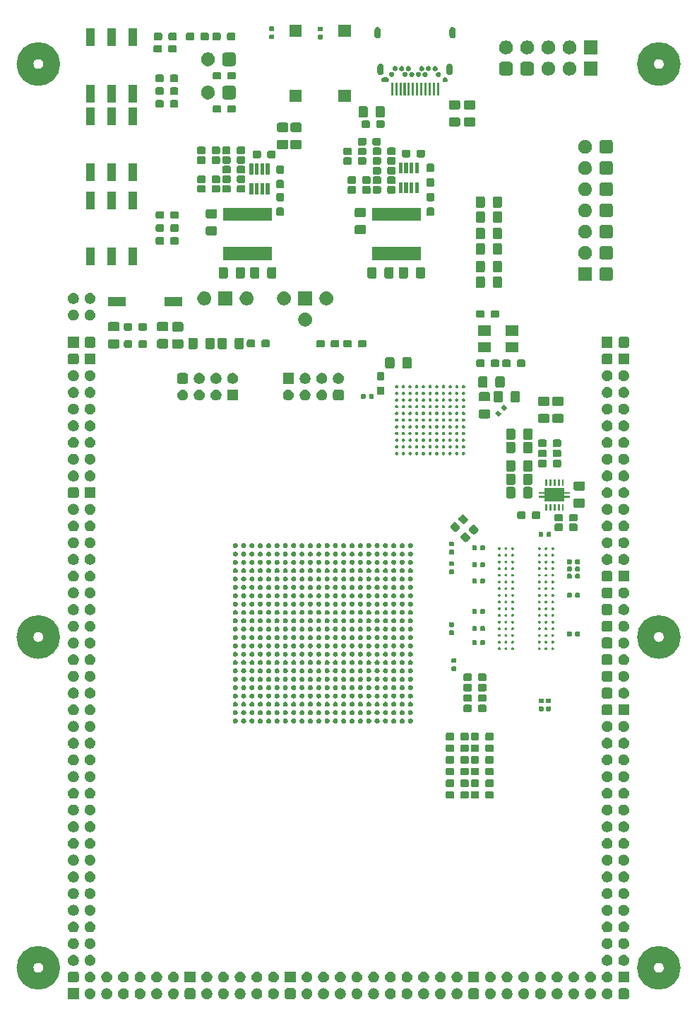
<source format=gbr>
G04 #@! TF.GenerationSoftware,KiCad,Pcbnew,(5.1.5)-3*
G04 #@! TF.CreationDate,2020-06-06T15:28:49+08:00*
G04 #@! TF.ProjectId,fpga_collector,66706761-5f63-46f6-9c6c-6563746f722e,rev?*
G04 #@! TF.SameCoordinates,PX2142678PY97284a0*
G04 #@! TF.FileFunction,Soldermask,Top*
G04 #@! TF.FilePolarity,Negative*
%FSLAX46Y46*%
G04 Gerber Fmt 4.6, Leading zero omitted, Abs format (unit mm)*
G04 Created by KiCad (PCBNEW (5.1.5)-3) date 2020-06-06 15:28:49*
%MOMM*%
%LPD*%
G04 APERTURE LIST*
%ADD10C,2.000000*%
%ADD11C,0.100000*%
G04 APERTURE END LIST*
D10*
X76125000Y44700000D02*
G75*
G03X76125000Y44700000I-1600000J0D01*
G01*
X1725000Y44700000D02*
G75*
G03X1725000Y44700000I-1600000J0D01*
G01*
X1725000Y113300000D02*
G75*
G03X1725000Y113300000I-1600000J0D01*
G01*
X76125000Y113300000D02*
G75*
G03X76125000Y113300000I-1600000J0D01*
G01*
X1725000Y5100000D02*
G75*
G03X1725000Y5100000I-1600000J0D01*
G01*
X76125000Y5100000D02*
G75*
G03X76125000Y5100000I-1600000J0D01*
G01*
D11*
G36*
X70724650Y2646228D02*
G01*
X70783723Y2628309D01*
X70838155Y2599214D01*
X70885873Y2560053D01*
X70925034Y2512335D01*
X70954129Y2457903D01*
X70972048Y2398830D01*
X70978220Y2336168D01*
X70978220Y1658632D01*
X70972048Y1595970D01*
X70954129Y1536897D01*
X70925034Y1482465D01*
X70885873Y1434747D01*
X70838155Y1395586D01*
X70783723Y1366491D01*
X70724650Y1348572D01*
X70661988Y1342400D01*
X69984452Y1342400D01*
X69921790Y1348572D01*
X69862717Y1366491D01*
X69808285Y1395586D01*
X69760567Y1434747D01*
X69721406Y1482465D01*
X69692311Y1536897D01*
X69674392Y1595970D01*
X69668220Y1658632D01*
X69668220Y2336168D01*
X69674392Y2398830D01*
X69692311Y2457903D01*
X69721406Y2512335D01*
X69760567Y2560053D01*
X69808285Y2599214D01*
X69862717Y2628309D01*
X69921790Y2646228D01*
X69984452Y2652400D01*
X70661988Y2652400D01*
X70724650Y2646228D01*
G37*
G36*
X68472095Y2635619D02*
G01*
X68514277Y2627228D01*
X68573877Y2602541D01*
X68633479Y2577853D01*
X68740758Y2506172D01*
X68831992Y2414938D01*
X68903673Y2307659D01*
X68903673Y2307658D01*
X68952353Y2190136D01*
X68953048Y2188456D01*
X68978220Y2061912D01*
X68978220Y1932888D01*
X68953048Y1806344D01*
X68903673Y1687141D01*
X68831992Y1579862D01*
X68740758Y1488628D01*
X68633479Y1416947D01*
X68593033Y1400194D01*
X68514277Y1367572D01*
X68508842Y1366491D01*
X68387732Y1342400D01*
X68258708Y1342400D01*
X68137598Y1366491D01*
X68132163Y1367572D01*
X68053407Y1400194D01*
X68012961Y1416947D01*
X67905682Y1488628D01*
X67814448Y1579862D01*
X67742767Y1687141D01*
X67693392Y1806344D01*
X67668220Y1932888D01*
X67668220Y2061912D01*
X67693392Y2188456D01*
X67694088Y2190136D01*
X67742767Y2307658D01*
X67742767Y2307659D01*
X67814448Y2414938D01*
X67905682Y2506172D01*
X68012961Y2577853D01*
X68072563Y2602541D01*
X68132163Y2627228D01*
X68174345Y2635619D01*
X68258708Y2652400D01*
X68387732Y2652400D01*
X68472095Y2635619D01*
G37*
G36*
X4981900Y1344080D02*
G01*
X3671900Y1344080D01*
X3671900Y2654080D01*
X4981900Y2654080D01*
X4981900Y1344080D01*
G37*
G36*
X6475775Y2637299D02*
G01*
X6517957Y2628908D01*
X6577557Y2604221D01*
X6637159Y2579533D01*
X6744438Y2507852D01*
X6835672Y2416618D01*
X6907353Y2309339D01*
X6956728Y2190136D01*
X6981900Y2063592D01*
X6981900Y1934568D01*
X6965119Y1850205D01*
X6956728Y1808023D01*
X6956032Y1806343D01*
X6907353Y1688821D01*
X6835672Y1581542D01*
X6744438Y1490308D01*
X6637159Y1418627D01*
X6577558Y1393940D01*
X6517957Y1369252D01*
X6475775Y1360861D01*
X6391412Y1344080D01*
X6262388Y1344080D01*
X6178025Y1360861D01*
X6135843Y1369252D01*
X6076242Y1393940D01*
X6016641Y1418627D01*
X5909362Y1490308D01*
X5818128Y1581542D01*
X5746447Y1688821D01*
X5697768Y1806343D01*
X5697072Y1808023D01*
X5688681Y1850205D01*
X5671900Y1934568D01*
X5671900Y2063592D01*
X5697072Y2190136D01*
X5746447Y2309339D01*
X5818128Y2416618D01*
X5909362Y2507852D01*
X6016641Y2579533D01*
X6076243Y2604221D01*
X6135843Y2628908D01*
X6178025Y2637299D01*
X6262388Y2654080D01*
X6391412Y2654080D01*
X6475775Y2637299D01*
G37*
G36*
X12473875Y2638219D02*
G01*
X12516057Y2629828D01*
X12575658Y2605140D01*
X12635259Y2580453D01*
X12742538Y2508772D01*
X12833772Y2417538D01*
X12905453Y2310259D01*
X12954828Y2191056D01*
X12980000Y2064512D01*
X12980000Y1935488D01*
X12954828Y1808944D01*
X12905453Y1689741D01*
X12833772Y1582462D01*
X12742538Y1491228D01*
X12635259Y1419547D01*
X12588536Y1400194D01*
X12516057Y1370172D01*
X12473875Y1361781D01*
X12389512Y1345000D01*
X12260488Y1345000D01*
X12176125Y1361781D01*
X12133943Y1370172D01*
X12061464Y1400194D01*
X12014741Y1419547D01*
X11907462Y1491228D01*
X11816228Y1582462D01*
X11744547Y1689741D01*
X11695172Y1808944D01*
X11670000Y1935488D01*
X11670000Y2064512D01*
X11695172Y2191056D01*
X11744547Y2310259D01*
X11816228Y2417538D01*
X11907462Y2508772D01*
X12014741Y2580453D01*
X12074342Y2605140D01*
X12133943Y2629828D01*
X12176125Y2638219D01*
X12260488Y2655000D01*
X12389512Y2655000D01*
X12473875Y2638219D01*
G37*
G36*
X36473875Y2638219D02*
G01*
X36516057Y2629828D01*
X36575658Y2605140D01*
X36635259Y2580453D01*
X36742538Y2508772D01*
X36833772Y2417538D01*
X36905453Y2310259D01*
X36954828Y2191056D01*
X36980000Y2064512D01*
X36980000Y1935488D01*
X36954828Y1808944D01*
X36905453Y1689741D01*
X36833772Y1582462D01*
X36742538Y1491228D01*
X36635259Y1419547D01*
X36588536Y1400194D01*
X36516057Y1370172D01*
X36473875Y1361781D01*
X36389512Y1345000D01*
X36260488Y1345000D01*
X36176125Y1361781D01*
X36133943Y1370172D01*
X36061464Y1400194D01*
X36014741Y1419547D01*
X35907462Y1491228D01*
X35816228Y1582462D01*
X35744547Y1689741D01*
X35695172Y1808944D01*
X35670000Y1935488D01*
X35670000Y2064512D01*
X35695172Y2191056D01*
X35744547Y2310259D01*
X35816228Y2417538D01*
X35907462Y2508772D01*
X36014741Y2580453D01*
X36074342Y2605140D01*
X36133943Y2629828D01*
X36176125Y2638219D01*
X36260488Y2655000D01*
X36389512Y2655000D01*
X36473875Y2638219D01*
G37*
G36*
X10473875Y2638219D02*
G01*
X10516057Y2629828D01*
X10575658Y2605140D01*
X10635259Y2580453D01*
X10742538Y2508772D01*
X10833772Y2417538D01*
X10905453Y2310259D01*
X10954828Y2191056D01*
X10980000Y2064512D01*
X10980000Y1935488D01*
X10954828Y1808944D01*
X10905453Y1689741D01*
X10833772Y1582462D01*
X10742538Y1491228D01*
X10635259Y1419547D01*
X10588536Y1400194D01*
X10516057Y1370172D01*
X10473875Y1361781D01*
X10389512Y1345000D01*
X10260488Y1345000D01*
X10176125Y1361781D01*
X10133943Y1370172D01*
X10061464Y1400194D01*
X10014741Y1419547D01*
X9907462Y1491228D01*
X9816228Y1582462D01*
X9744547Y1689741D01*
X9695172Y1808944D01*
X9670000Y1935488D01*
X9670000Y2064512D01*
X9695172Y2191056D01*
X9744547Y2310259D01*
X9816228Y2417538D01*
X9907462Y2508772D01*
X10014741Y2580453D01*
X10074342Y2605140D01*
X10133943Y2629828D01*
X10176125Y2638219D01*
X10260488Y2655000D01*
X10389512Y2655000D01*
X10473875Y2638219D01*
G37*
G36*
X8473875Y2638219D02*
G01*
X8516057Y2629828D01*
X8575658Y2605140D01*
X8635259Y2580453D01*
X8742538Y2508772D01*
X8833772Y2417538D01*
X8905453Y2310259D01*
X8954828Y2191056D01*
X8980000Y2064512D01*
X8980000Y1935488D01*
X8954828Y1808944D01*
X8905453Y1689741D01*
X8833772Y1582462D01*
X8742538Y1491228D01*
X8635259Y1419547D01*
X8588536Y1400194D01*
X8516057Y1370172D01*
X8473875Y1361781D01*
X8389512Y1345000D01*
X8260488Y1345000D01*
X8176125Y1361781D01*
X8133943Y1370172D01*
X8061464Y1400194D01*
X8014741Y1419547D01*
X7907462Y1491228D01*
X7816228Y1582462D01*
X7744547Y1689741D01*
X7695172Y1808944D01*
X7670000Y1935488D01*
X7670000Y2064512D01*
X7695172Y2191056D01*
X7744547Y2310259D01*
X7816228Y2417538D01*
X7907462Y2508772D01*
X8014741Y2580453D01*
X8074342Y2605140D01*
X8133943Y2629828D01*
X8176125Y2638219D01*
X8260488Y2655000D01*
X8389512Y2655000D01*
X8473875Y2638219D01*
G37*
G36*
X66473875Y2638219D02*
G01*
X66516057Y2629828D01*
X66575658Y2605140D01*
X66635259Y2580453D01*
X66742538Y2508772D01*
X66833772Y2417538D01*
X66905453Y2310259D01*
X66954828Y2191056D01*
X66980000Y2064512D01*
X66980000Y1935488D01*
X66954828Y1808944D01*
X66905453Y1689741D01*
X66833772Y1582462D01*
X66742538Y1491228D01*
X66635259Y1419547D01*
X66588536Y1400194D01*
X66516057Y1370172D01*
X66473875Y1361781D01*
X66389512Y1345000D01*
X66260488Y1345000D01*
X66176125Y1361781D01*
X66133943Y1370172D01*
X66061464Y1400194D01*
X66014741Y1419547D01*
X65907462Y1491228D01*
X65816228Y1582462D01*
X65744547Y1689741D01*
X65695172Y1808944D01*
X65670000Y1935488D01*
X65670000Y2064512D01*
X65695172Y2191056D01*
X65744547Y2310259D01*
X65816228Y2417538D01*
X65907462Y2508772D01*
X66014741Y2580453D01*
X66074342Y2605140D01*
X66133943Y2629828D01*
X66176125Y2638219D01*
X66260488Y2655000D01*
X66389512Y2655000D01*
X66473875Y2638219D01*
G37*
G36*
X62473875Y2638219D02*
G01*
X62516057Y2629828D01*
X62575658Y2605140D01*
X62635259Y2580453D01*
X62742538Y2508772D01*
X62833772Y2417538D01*
X62905453Y2310259D01*
X62954828Y2191056D01*
X62980000Y2064512D01*
X62980000Y1935488D01*
X62954828Y1808944D01*
X62905453Y1689741D01*
X62833772Y1582462D01*
X62742538Y1491228D01*
X62635259Y1419547D01*
X62588536Y1400194D01*
X62516057Y1370172D01*
X62473875Y1361781D01*
X62389512Y1345000D01*
X62260488Y1345000D01*
X62176125Y1361781D01*
X62133943Y1370172D01*
X62061464Y1400194D01*
X62014741Y1419547D01*
X61907462Y1491228D01*
X61816228Y1582462D01*
X61744547Y1689741D01*
X61695172Y1808944D01*
X61670000Y1935488D01*
X61670000Y2064512D01*
X61695172Y2191056D01*
X61744547Y2310259D01*
X61816228Y2417538D01*
X61907462Y2508772D01*
X62014741Y2580453D01*
X62074342Y2605140D01*
X62133943Y2629828D01*
X62176125Y2638219D01*
X62260488Y2655000D01*
X62389512Y2655000D01*
X62473875Y2638219D01*
G37*
G36*
X60473875Y2638219D02*
G01*
X60516057Y2629828D01*
X60575658Y2605140D01*
X60635259Y2580453D01*
X60742538Y2508772D01*
X60833772Y2417538D01*
X60905453Y2310259D01*
X60954828Y2191056D01*
X60980000Y2064512D01*
X60980000Y1935488D01*
X60954828Y1808944D01*
X60905453Y1689741D01*
X60833772Y1582462D01*
X60742538Y1491228D01*
X60635259Y1419547D01*
X60588536Y1400194D01*
X60516057Y1370172D01*
X60473875Y1361781D01*
X60389512Y1345000D01*
X60260488Y1345000D01*
X60176125Y1361781D01*
X60133943Y1370172D01*
X60061464Y1400194D01*
X60014741Y1419547D01*
X59907462Y1491228D01*
X59816228Y1582462D01*
X59744547Y1689741D01*
X59695172Y1808944D01*
X59670000Y1935488D01*
X59670000Y2064512D01*
X59695172Y2191056D01*
X59744547Y2310259D01*
X59816228Y2417538D01*
X59907462Y2508772D01*
X60014741Y2580453D01*
X60074342Y2605140D01*
X60133943Y2629828D01*
X60176125Y2638219D01*
X60260488Y2655000D01*
X60389512Y2655000D01*
X60473875Y2638219D01*
G37*
G36*
X58473875Y2638219D02*
G01*
X58516057Y2629828D01*
X58575658Y2605140D01*
X58635259Y2580453D01*
X58742538Y2508772D01*
X58833772Y2417538D01*
X58905453Y2310259D01*
X58954828Y2191056D01*
X58980000Y2064512D01*
X58980000Y1935488D01*
X58954828Y1808944D01*
X58905453Y1689741D01*
X58833772Y1582462D01*
X58742538Y1491228D01*
X58635259Y1419547D01*
X58588536Y1400194D01*
X58516057Y1370172D01*
X58473875Y1361781D01*
X58389512Y1345000D01*
X58260488Y1345000D01*
X58176125Y1361781D01*
X58133943Y1370172D01*
X58061464Y1400194D01*
X58014741Y1419547D01*
X57907462Y1491228D01*
X57816228Y1582462D01*
X57744547Y1689741D01*
X57695172Y1808944D01*
X57670000Y1935488D01*
X57670000Y2064512D01*
X57695172Y2191056D01*
X57744547Y2310259D01*
X57816228Y2417538D01*
X57907462Y2508772D01*
X58014741Y2580453D01*
X58074342Y2605140D01*
X58133943Y2629828D01*
X58176125Y2638219D01*
X58260488Y2655000D01*
X58389512Y2655000D01*
X58473875Y2638219D01*
G37*
G36*
X56473875Y2638219D02*
G01*
X56516057Y2629828D01*
X56575658Y2605140D01*
X56635259Y2580453D01*
X56742538Y2508772D01*
X56833772Y2417538D01*
X56905453Y2310259D01*
X56954828Y2191056D01*
X56980000Y2064512D01*
X56980000Y1935488D01*
X56954828Y1808944D01*
X56905453Y1689741D01*
X56833772Y1582462D01*
X56742538Y1491228D01*
X56635259Y1419547D01*
X56588536Y1400194D01*
X56516057Y1370172D01*
X56473875Y1361781D01*
X56389512Y1345000D01*
X56260488Y1345000D01*
X56176125Y1361781D01*
X56133943Y1370172D01*
X56061464Y1400194D01*
X56014741Y1419547D01*
X55907462Y1491228D01*
X55816228Y1582462D01*
X55744547Y1689741D01*
X55695172Y1808944D01*
X55670000Y1935488D01*
X55670000Y2064512D01*
X55695172Y2191056D01*
X55744547Y2310259D01*
X55816228Y2417538D01*
X55907462Y2508772D01*
X56014741Y2580453D01*
X56074342Y2605140D01*
X56133943Y2629828D01*
X56176125Y2638219D01*
X56260488Y2655000D01*
X56389512Y2655000D01*
X56473875Y2638219D01*
G37*
G36*
X54473875Y2638219D02*
G01*
X54516057Y2629828D01*
X54575658Y2605140D01*
X54635259Y2580453D01*
X54742538Y2508772D01*
X54833772Y2417538D01*
X54905453Y2310259D01*
X54954828Y2191056D01*
X54980000Y2064512D01*
X54980000Y1935488D01*
X54954828Y1808944D01*
X54905453Y1689741D01*
X54833772Y1582462D01*
X54742538Y1491228D01*
X54635259Y1419547D01*
X54588536Y1400194D01*
X54516057Y1370172D01*
X54473875Y1361781D01*
X54389512Y1345000D01*
X54260488Y1345000D01*
X54176125Y1361781D01*
X54133943Y1370172D01*
X54061464Y1400194D01*
X54014741Y1419547D01*
X53907462Y1491228D01*
X53816228Y1582462D01*
X53744547Y1689741D01*
X53695172Y1808944D01*
X53670000Y1935488D01*
X53670000Y2064512D01*
X53695172Y2191056D01*
X53744547Y2310259D01*
X53816228Y2417538D01*
X53907462Y2508772D01*
X54014741Y2580453D01*
X54074342Y2605140D01*
X54133943Y2629828D01*
X54176125Y2638219D01*
X54260488Y2655000D01*
X54389512Y2655000D01*
X54473875Y2638219D01*
G37*
G36*
X52726430Y2648828D02*
G01*
X52785503Y2630909D01*
X52839935Y2601814D01*
X52887653Y2562653D01*
X52926814Y2514935D01*
X52955909Y2460503D01*
X52973828Y2401430D01*
X52980000Y2338768D01*
X52980000Y1661232D01*
X52973828Y1598570D01*
X52955909Y1539497D01*
X52926814Y1485065D01*
X52887653Y1437347D01*
X52839935Y1398186D01*
X52785503Y1369091D01*
X52726430Y1351172D01*
X52663768Y1345000D01*
X51986232Y1345000D01*
X51923570Y1351172D01*
X51864497Y1369091D01*
X51810065Y1398186D01*
X51762347Y1437347D01*
X51723186Y1485065D01*
X51694091Y1539497D01*
X51676172Y1598570D01*
X51670000Y1661232D01*
X51670000Y2338768D01*
X51676172Y2401430D01*
X51694091Y2460503D01*
X51723186Y2514935D01*
X51762347Y2562653D01*
X51810065Y2601814D01*
X51864497Y2630909D01*
X51923570Y2648828D01*
X51986232Y2655000D01*
X52663768Y2655000D01*
X52726430Y2648828D01*
G37*
G36*
X50473875Y2638219D02*
G01*
X50516057Y2629828D01*
X50575658Y2605140D01*
X50635259Y2580453D01*
X50742538Y2508772D01*
X50833772Y2417538D01*
X50905453Y2310259D01*
X50954828Y2191056D01*
X50980000Y2064512D01*
X50980000Y1935488D01*
X50954828Y1808944D01*
X50905453Y1689741D01*
X50833772Y1582462D01*
X50742538Y1491228D01*
X50635259Y1419547D01*
X50588536Y1400194D01*
X50516057Y1370172D01*
X50473875Y1361781D01*
X50389512Y1345000D01*
X50260488Y1345000D01*
X50176125Y1361781D01*
X50133943Y1370172D01*
X50061464Y1400194D01*
X50014741Y1419547D01*
X49907462Y1491228D01*
X49816228Y1582462D01*
X49744547Y1689741D01*
X49695172Y1808944D01*
X49670000Y1935488D01*
X49670000Y2064512D01*
X49695172Y2191056D01*
X49744547Y2310259D01*
X49816228Y2417538D01*
X49907462Y2508772D01*
X50014741Y2580453D01*
X50074342Y2605140D01*
X50133943Y2629828D01*
X50176125Y2638219D01*
X50260488Y2655000D01*
X50389512Y2655000D01*
X50473875Y2638219D01*
G37*
G36*
X48473875Y2638219D02*
G01*
X48516057Y2629828D01*
X48575658Y2605140D01*
X48635259Y2580453D01*
X48742538Y2508772D01*
X48833772Y2417538D01*
X48905453Y2310259D01*
X48954828Y2191056D01*
X48980000Y2064512D01*
X48980000Y1935488D01*
X48954828Y1808944D01*
X48905453Y1689741D01*
X48833772Y1582462D01*
X48742538Y1491228D01*
X48635259Y1419547D01*
X48588536Y1400194D01*
X48516057Y1370172D01*
X48473875Y1361781D01*
X48389512Y1345000D01*
X48260488Y1345000D01*
X48176125Y1361781D01*
X48133943Y1370172D01*
X48061464Y1400194D01*
X48014741Y1419547D01*
X47907462Y1491228D01*
X47816228Y1582462D01*
X47744547Y1689741D01*
X47695172Y1808944D01*
X47670000Y1935488D01*
X47670000Y2064512D01*
X47695172Y2191056D01*
X47744547Y2310259D01*
X47816228Y2417538D01*
X47907462Y2508772D01*
X48014741Y2580453D01*
X48074342Y2605140D01*
X48133943Y2629828D01*
X48176125Y2638219D01*
X48260488Y2655000D01*
X48389512Y2655000D01*
X48473875Y2638219D01*
G37*
G36*
X46473875Y2638219D02*
G01*
X46516057Y2629828D01*
X46575658Y2605140D01*
X46635259Y2580453D01*
X46742538Y2508772D01*
X46833772Y2417538D01*
X46905453Y2310259D01*
X46954828Y2191056D01*
X46980000Y2064512D01*
X46980000Y1935488D01*
X46954828Y1808944D01*
X46905453Y1689741D01*
X46833772Y1582462D01*
X46742538Y1491228D01*
X46635259Y1419547D01*
X46588536Y1400194D01*
X46516057Y1370172D01*
X46473875Y1361781D01*
X46389512Y1345000D01*
X46260488Y1345000D01*
X46176125Y1361781D01*
X46133943Y1370172D01*
X46061464Y1400194D01*
X46014741Y1419547D01*
X45907462Y1491228D01*
X45816228Y1582462D01*
X45744547Y1689741D01*
X45695172Y1808944D01*
X45670000Y1935488D01*
X45670000Y2064512D01*
X45695172Y2191056D01*
X45744547Y2310259D01*
X45816228Y2417538D01*
X45907462Y2508772D01*
X46014741Y2580453D01*
X46074342Y2605140D01*
X46133943Y2629828D01*
X46176125Y2638219D01*
X46260488Y2655000D01*
X46389512Y2655000D01*
X46473875Y2638219D01*
G37*
G36*
X44473875Y2638219D02*
G01*
X44516057Y2629828D01*
X44575658Y2605140D01*
X44635259Y2580453D01*
X44742538Y2508772D01*
X44833772Y2417538D01*
X44905453Y2310259D01*
X44954828Y2191056D01*
X44980000Y2064512D01*
X44980000Y1935488D01*
X44954828Y1808944D01*
X44905453Y1689741D01*
X44833772Y1582462D01*
X44742538Y1491228D01*
X44635259Y1419547D01*
X44588536Y1400194D01*
X44516057Y1370172D01*
X44473875Y1361781D01*
X44389512Y1345000D01*
X44260488Y1345000D01*
X44176125Y1361781D01*
X44133943Y1370172D01*
X44061464Y1400194D01*
X44014741Y1419547D01*
X43907462Y1491228D01*
X43816228Y1582462D01*
X43744547Y1689741D01*
X43695172Y1808944D01*
X43670000Y1935488D01*
X43670000Y2064512D01*
X43695172Y2191056D01*
X43744547Y2310259D01*
X43816228Y2417538D01*
X43907462Y2508772D01*
X44014741Y2580453D01*
X44074342Y2605140D01*
X44133943Y2629828D01*
X44176125Y2638219D01*
X44260488Y2655000D01*
X44389512Y2655000D01*
X44473875Y2638219D01*
G37*
G36*
X42473875Y2638219D02*
G01*
X42516057Y2629828D01*
X42575658Y2605140D01*
X42635259Y2580453D01*
X42742538Y2508772D01*
X42833772Y2417538D01*
X42905453Y2310259D01*
X42954828Y2191056D01*
X42980000Y2064512D01*
X42980000Y1935488D01*
X42954828Y1808944D01*
X42905453Y1689741D01*
X42833772Y1582462D01*
X42742538Y1491228D01*
X42635259Y1419547D01*
X42588536Y1400194D01*
X42516057Y1370172D01*
X42473875Y1361781D01*
X42389512Y1345000D01*
X42260488Y1345000D01*
X42176125Y1361781D01*
X42133943Y1370172D01*
X42061464Y1400194D01*
X42014741Y1419547D01*
X41907462Y1491228D01*
X41816228Y1582462D01*
X41744547Y1689741D01*
X41695172Y1808944D01*
X41670000Y1935488D01*
X41670000Y2064512D01*
X41695172Y2191056D01*
X41744547Y2310259D01*
X41816228Y2417538D01*
X41907462Y2508772D01*
X42014741Y2580453D01*
X42074342Y2605140D01*
X42133943Y2629828D01*
X42176125Y2638219D01*
X42260488Y2655000D01*
X42389512Y2655000D01*
X42473875Y2638219D01*
G37*
G36*
X24473875Y2638219D02*
G01*
X24516057Y2629828D01*
X24575658Y2605140D01*
X24635259Y2580453D01*
X24742538Y2508772D01*
X24833772Y2417538D01*
X24905453Y2310259D01*
X24954828Y2191056D01*
X24980000Y2064512D01*
X24980000Y1935488D01*
X24954828Y1808944D01*
X24905453Y1689741D01*
X24833772Y1582462D01*
X24742538Y1491228D01*
X24635259Y1419547D01*
X24588536Y1400194D01*
X24516057Y1370172D01*
X24473875Y1361781D01*
X24389512Y1345000D01*
X24260488Y1345000D01*
X24176125Y1361781D01*
X24133943Y1370172D01*
X24061464Y1400194D01*
X24014741Y1419547D01*
X23907462Y1491228D01*
X23816228Y1582462D01*
X23744547Y1689741D01*
X23695172Y1808944D01*
X23670000Y1935488D01*
X23670000Y2064512D01*
X23695172Y2191056D01*
X23744547Y2310259D01*
X23816228Y2417538D01*
X23907462Y2508772D01*
X24014741Y2580453D01*
X24074342Y2605140D01*
X24133943Y2629828D01*
X24176125Y2638219D01*
X24260488Y2655000D01*
X24389512Y2655000D01*
X24473875Y2638219D01*
G37*
G36*
X40473875Y2638219D02*
G01*
X40516057Y2629828D01*
X40575658Y2605140D01*
X40635259Y2580453D01*
X40742538Y2508772D01*
X40833772Y2417538D01*
X40905453Y2310259D01*
X40954828Y2191056D01*
X40980000Y2064512D01*
X40980000Y1935488D01*
X40954828Y1808944D01*
X40905453Y1689741D01*
X40833772Y1582462D01*
X40742538Y1491228D01*
X40635259Y1419547D01*
X40588536Y1400194D01*
X40516057Y1370172D01*
X40473875Y1361781D01*
X40389512Y1345000D01*
X40260488Y1345000D01*
X40176125Y1361781D01*
X40133943Y1370172D01*
X40061464Y1400194D01*
X40014741Y1419547D01*
X39907462Y1491228D01*
X39816228Y1582462D01*
X39744547Y1689741D01*
X39695172Y1808944D01*
X39670000Y1935488D01*
X39670000Y2064512D01*
X39695172Y2191056D01*
X39744547Y2310259D01*
X39816228Y2417538D01*
X39907462Y2508772D01*
X40014741Y2580453D01*
X40074342Y2605140D01*
X40133943Y2629828D01*
X40176125Y2638219D01*
X40260488Y2655000D01*
X40389512Y2655000D01*
X40473875Y2638219D01*
G37*
G36*
X34473875Y2638219D02*
G01*
X34516057Y2629828D01*
X34575658Y2605140D01*
X34635259Y2580453D01*
X34742538Y2508772D01*
X34833772Y2417538D01*
X34905453Y2310259D01*
X34954828Y2191056D01*
X34980000Y2064512D01*
X34980000Y1935488D01*
X34954828Y1808944D01*
X34905453Y1689741D01*
X34833772Y1582462D01*
X34742538Y1491228D01*
X34635259Y1419547D01*
X34588536Y1400194D01*
X34516057Y1370172D01*
X34473875Y1361781D01*
X34389512Y1345000D01*
X34260488Y1345000D01*
X34176125Y1361781D01*
X34133943Y1370172D01*
X34061464Y1400194D01*
X34014741Y1419547D01*
X33907462Y1491228D01*
X33816228Y1582462D01*
X33744547Y1689741D01*
X33695172Y1808944D01*
X33670000Y1935488D01*
X33670000Y2064512D01*
X33695172Y2191056D01*
X33744547Y2310259D01*
X33816228Y2417538D01*
X33907462Y2508772D01*
X34014741Y2580453D01*
X34074342Y2605140D01*
X34133943Y2629828D01*
X34176125Y2638219D01*
X34260488Y2655000D01*
X34389512Y2655000D01*
X34473875Y2638219D01*
G37*
G36*
X32473875Y2638219D02*
G01*
X32516057Y2629828D01*
X32575658Y2605140D01*
X32635259Y2580453D01*
X32742538Y2508772D01*
X32833772Y2417538D01*
X32905453Y2310259D01*
X32954828Y2191056D01*
X32980000Y2064512D01*
X32980000Y1935488D01*
X32954828Y1808944D01*
X32905453Y1689741D01*
X32833772Y1582462D01*
X32742538Y1491228D01*
X32635259Y1419547D01*
X32588536Y1400194D01*
X32516057Y1370172D01*
X32473875Y1361781D01*
X32389512Y1345000D01*
X32260488Y1345000D01*
X32176125Y1361781D01*
X32133943Y1370172D01*
X32061464Y1400194D01*
X32014741Y1419547D01*
X31907462Y1491228D01*
X31816228Y1582462D01*
X31744547Y1689741D01*
X31695172Y1808944D01*
X31670000Y1935488D01*
X31670000Y2064512D01*
X31695172Y2191056D01*
X31744547Y2310259D01*
X31816228Y2417538D01*
X31907462Y2508772D01*
X32014741Y2580453D01*
X32074342Y2605140D01*
X32133943Y2629828D01*
X32176125Y2638219D01*
X32260488Y2655000D01*
X32389512Y2655000D01*
X32473875Y2638219D01*
G37*
G36*
X30726430Y2648828D02*
G01*
X30785503Y2630909D01*
X30839935Y2601814D01*
X30887653Y2562653D01*
X30926814Y2514935D01*
X30955909Y2460503D01*
X30973828Y2401430D01*
X30980000Y2338768D01*
X30980000Y1661232D01*
X30973828Y1598570D01*
X30955909Y1539497D01*
X30926814Y1485065D01*
X30887653Y1437347D01*
X30839935Y1398186D01*
X30785503Y1369091D01*
X30726430Y1351172D01*
X30663768Y1345000D01*
X29986232Y1345000D01*
X29923570Y1351172D01*
X29864497Y1369091D01*
X29810065Y1398186D01*
X29762347Y1437347D01*
X29723186Y1485065D01*
X29694091Y1539497D01*
X29676172Y1598570D01*
X29670000Y1661232D01*
X29670000Y2338768D01*
X29676172Y2401430D01*
X29694091Y2460503D01*
X29723186Y2514935D01*
X29762347Y2562653D01*
X29810065Y2601814D01*
X29864497Y2630909D01*
X29923570Y2648828D01*
X29986232Y2655000D01*
X30663768Y2655000D01*
X30726430Y2648828D01*
G37*
G36*
X28473875Y2638219D02*
G01*
X28516057Y2629828D01*
X28575658Y2605140D01*
X28635259Y2580453D01*
X28742538Y2508772D01*
X28833772Y2417538D01*
X28905453Y2310259D01*
X28954828Y2191056D01*
X28980000Y2064512D01*
X28980000Y1935488D01*
X28954828Y1808944D01*
X28905453Y1689741D01*
X28833772Y1582462D01*
X28742538Y1491228D01*
X28635259Y1419547D01*
X28588536Y1400194D01*
X28516057Y1370172D01*
X28473875Y1361781D01*
X28389512Y1345000D01*
X28260488Y1345000D01*
X28176125Y1361781D01*
X28133943Y1370172D01*
X28061464Y1400194D01*
X28014741Y1419547D01*
X27907462Y1491228D01*
X27816228Y1582462D01*
X27744547Y1689741D01*
X27695172Y1808944D01*
X27670000Y1935488D01*
X27670000Y2064512D01*
X27695172Y2191056D01*
X27744547Y2310259D01*
X27816228Y2417538D01*
X27907462Y2508772D01*
X28014741Y2580453D01*
X28074342Y2605140D01*
X28133943Y2629828D01*
X28176125Y2638219D01*
X28260488Y2655000D01*
X28389512Y2655000D01*
X28473875Y2638219D01*
G37*
G36*
X26473875Y2638219D02*
G01*
X26516057Y2629828D01*
X26575658Y2605140D01*
X26635259Y2580453D01*
X26742538Y2508772D01*
X26833772Y2417538D01*
X26905453Y2310259D01*
X26954828Y2191056D01*
X26980000Y2064512D01*
X26980000Y1935488D01*
X26954828Y1808944D01*
X26905453Y1689741D01*
X26833772Y1582462D01*
X26742538Y1491228D01*
X26635259Y1419547D01*
X26588536Y1400194D01*
X26516057Y1370172D01*
X26473875Y1361781D01*
X26389512Y1345000D01*
X26260488Y1345000D01*
X26176125Y1361781D01*
X26133943Y1370172D01*
X26061464Y1400194D01*
X26014741Y1419547D01*
X25907462Y1491228D01*
X25816228Y1582462D01*
X25744547Y1689741D01*
X25695172Y1808944D01*
X25670000Y1935488D01*
X25670000Y2064512D01*
X25695172Y2191056D01*
X25744547Y2310259D01*
X25816228Y2417538D01*
X25907462Y2508772D01*
X26014741Y2580453D01*
X26074342Y2605140D01*
X26133943Y2629828D01*
X26176125Y2638219D01*
X26260488Y2655000D01*
X26389512Y2655000D01*
X26473875Y2638219D01*
G37*
G36*
X22473875Y2638219D02*
G01*
X22516057Y2629828D01*
X22575658Y2605140D01*
X22635259Y2580453D01*
X22742538Y2508772D01*
X22833772Y2417538D01*
X22905453Y2310259D01*
X22954828Y2191056D01*
X22980000Y2064512D01*
X22980000Y1935488D01*
X22954828Y1808944D01*
X22905453Y1689741D01*
X22833772Y1582462D01*
X22742538Y1491228D01*
X22635259Y1419547D01*
X22588536Y1400194D01*
X22516057Y1370172D01*
X22473875Y1361781D01*
X22389512Y1345000D01*
X22260488Y1345000D01*
X22176125Y1361781D01*
X22133943Y1370172D01*
X22061464Y1400194D01*
X22014741Y1419547D01*
X21907462Y1491228D01*
X21816228Y1582462D01*
X21744547Y1689741D01*
X21695172Y1808944D01*
X21670000Y1935488D01*
X21670000Y2064512D01*
X21695172Y2191056D01*
X21744547Y2310259D01*
X21816228Y2417538D01*
X21907462Y2508772D01*
X22014741Y2580453D01*
X22074342Y2605140D01*
X22133943Y2629828D01*
X22176125Y2638219D01*
X22260488Y2655000D01*
X22389512Y2655000D01*
X22473875Y2638219D01*
G37*
G36*
X20473875Y2638219D02*
G01*
X20516057Y2629828D01*
X20575658Y2605140D01*
X20635259Y2580453D01*
X20742538Y2508772D01*
X20833772Y2417538D01*
X20905453Y2310259D01*
X20954828Y2191056D01*
X20980000Y2064512D01*
X20980000Y1935488D01*
X20954828Y1808944D01*
X20905453Y1689741D01*
X20833772Y1582462D01*
X20742538Y1491228D01*
X20635259Y1419547D01*
X20588536Y1400194D01*
X20516057Y1370172D01*
X20473875Y1361781D01*
X20389512Y1345000D01*
X20260488Y1345000D01*
X20176125Y1361781D01*
X20133943Y1370172D01*
X20061464Y1400194D01*
X20014741Y1419547D01*
X19907462Y1491228D01*
X19816228Y1582462D01*
X19744547Y1689741D01*
X19695172Y1808944D01*
X19670000Y1935488D01*
X19670000Y2064512D01*
X19695172Y2191056D01*
X19744547Y2310259D01*
X19816228Y2417538D01*
X19907462Y2508772D01*
X20014741Y2580453D01*
X20074342Y2605140D01*
X20133943Y2629828D01*
X20176125Y2638219D01*
X20260488Y2655000D01*
X20389512Y2655000D01*
X20473875Y2638219D01*
G37*
G36*
X18726430Y2648828D02*
G01*
X18785503Y2630909D01*
X18839935Y2601814D01*
X18887653Y2562653D01*
X18926814Y2514935D01*
X18955909Y2460503D01*
X18973828Y2401430D01*
X18980000Y2338768D01*
X18980000Y1661232D01*
X18973828Y1598570D01*
X18955909Y1539497D01*
X18926814Y1485065D01*
X18887653Y1437347D01*
X18839935Y1398186D01*
X18785503Y1369091D01*
X18726430Y1351172D01*
X18663768Y1345000D01*
X17986232Y1345000D01*
X17923570Y1351172D01*
X17864497Y1369091D01*
X17810065Y1398186D01*
X17762347Y1437347D01*
X17723186Y1485065D01*
X17694091Y1539497D01*
X17676172Y1598570D01*
X17670000Y1661232D01*
X17670000Y2338768D01*
X17676172Y2401430D01*
X17694091Y2460503D01*
X17723186Y2514935D01*
X17762347Y2562653D01*
X17810065Y2601814D01*
X17864497Y2630909D01*
X17923570Y2648828D01*
X17986232Y2655000D01*
X18663768Y2655000D01*
X18726430Y2648828D01*
G37*
G36*
X16473875Y2638219D02*
G01*
X16516057Y2629828D01*
X16575658Y2605140D01*
X16635259Y2580453D01*
X16742538Y2508772D01*
X16833772Y2417538D01*
X16905453Y2310259D01*
X16954828Y2191056D01*
X16980000Y2064512D01*
X16980000Y1935488D01*
X16954828Y1808944D01*
X16905453Y1689741D01*
X16833772Y1582462D01*
X16742538Y1491228D01*
X16635259Y1419547D01*
X16588536Y1400194D01*
X16516057Y1370172D01*
X16473875Y1361781D01*
X16389512Y1345000D01*
X16260488Y1345000D01*
X16176125Y1361781D01*
X16133943Y1370172D01*
X16061464Y1400194D01*
X16014741Y1419547D01*
X15907462Y1491228D01*
X15816228Y1582462D01*
X15744547Y1689741D01*
X15695172Y1808944D01*
X15670000Y1935488D01*
X15670000Y2064512D01*
X15695172Y2191056D01*
X15744547Y2310259D01*
X15816228Y2417538D01*
X15907462Y2508772D01*
X16014741Y2580453D01*
X16074342Y2605140D01*
X16133943Y2629828D01*
X16176125Y2638219D01*
X16260488Y2655000D01*
X16389512Y2655000D01*
X16473875Y2638219D01*
G37*
G36*
X14473875Y2638219D02*
G01*
X14516057Y2629828D01*
X14575658Y2605140D01*
X14635259Y2580453D01*
X14742538Y2508772D01*
X14833772Y2417538D01*
X14905453Y2310259D01*
X14954828Y2191056D01*
X14980000Y2064512D01*
X14980000Y1935488D01*
X14954828Y1808944D01*
X14905453Y1689741D01*
X14833772Y1582462D01*
X14742538Y1491228D01*
X14635259Y1419547D01*
X14588536Y1400194D01*
X14516057Y1370172D01*
X14473875Y1361781D01*
X14389512Y1345000D01*
X14260488Y1345000D01*
X14176125Y1361781D01*
X14133943Y1370172D01*
X14061464Y1400194D01*
X14014741Y1419547D01*
X13907462Y1491228D01*
X13816228Y1582462D01*
X13744547Y1689741D01*
X13695172Y1808944D01*
X13670000Y1935488D01*
X13670000Y2064512D01*
X13695172Y2191056D01*
X13744547Y2310259D01*
X13816228Y2417538D01*
X13907462Y2508772D01*
X14014741Y2580453D01*
X14074342Y2605140D01*
X14133943Y2629828D01*
X14176125Y2638219D01*
X14260488Y2655000D01*
X14389512Y2655000D01*
X14473875Y2638219D01*
G37*
G36*
X64473875Y2638219D02*
G01*
X64516057Y2629828D01*
X64575658Y2605140D01*
X64635259Y2580453D01*
X64742538Y2508772D01*
X64833772Y2417538D01*
X64905453Y2310259D01*
X64954828Y2191056D01*
X64980000Y2064512D01*
X64980000Y1935488D01*
X64954828Y1808944D01*
X64905453Y1689741D01*
X64833772Y1582462D01*
X64742538Y1491228D01*
X64635259Y1419547D01*
X64588536Y1400194D01*
X64516057Y1370172D01*
X64473875Y1361781D01*
X64389512Y1345000D01*
X64260488Y1345000D01*
X64176125Y1361781D01*
X64133943Y1370172D01*
X64061464Y1400194D01*
X64014741Y1419547D01*
X63907462Y1491228D01*
X63816228Y1582462D01*
X63744547Y1689741D01*
X63695172Y1808944D01*
X63670000Y1935488D01*
X63670000Y2064512D01*
X63695172Y2191056D01*
X63744547Y2310259D01*
X63816228Y2417538D01*
X63907462Y2508772D01*
X64014741Y2580453D01*
X64074342Y2605140D01*
X64133943Y2629828D01*
X64176125Y2638219D01*
X64260488Y2655000D01*
X64389512Y2655000D01*
X64473875Y2638219D01*
G37*
G36*
X38473875Y2638219D02*
G01*
X38516057Y2629828D01*
X38575658Y2605140D01*
X38635259Y2580453D01*
X38742538Y2508772D01*
X38833772Y2417538D01*
X38905453Y2310259D01*
X38954828Y2191056D01*
X38980000Y2064512D01*
X38980000Y1935488D01*
X38954828Y1808944D01*
X38905453Y1689741D01*
X38833772Y1582462D01*
X38742538Y1491228D01*
X38635259Y1419547D01*
X38588536Y1400194D01*
X38516057Y1370172D01*
X38473875Y1361781D01*
X38389512Y1345000D01*
X38260488Y1345000D01*
X38176125Y1361781D01*
X38133943Y1370172D01*
X38061464Y1400194D01*
X38014741Y1419547D01*
X37907462Y1491228D01*
X37816228Y1582462D01*
X37744547Y1689741D01*
X37695172Y1808944D01*
X37670000Y1935488D01*
X37670000Y2064512D01*
X37695172Y2191056D01*
X37744547Y2310259D01*
X37816228Y2417538D01*
X37907462Y2508772D01*
X38014741Y2580453D01*
X38074342Y2605140D01*
X38133943Y2629828D01*
X38176125Y2638219D01*
X38260488Y2655000D01*
X38389512Y2655000D01*
X38473875Y2638219D01*
G37*
G36*
X68472095Y4635619D02*
G01*
X68514277Y4627228D01*
X68573878Y4602540D01*
X68633479Y4577853D01*
X68740758Y4506172D01*
X68831992Y4414938D01*
X68903673Y4307659D01*
X68903673Y4307658D01*
X68952353Y4190136D01*
X68953048Y4188456D01*
X68978220Y4061912D01*
X68978220Y3932888D01*
X68953048Y3806344D01*
X68903673Y3687141D01*
X68831992Y3579862D01*
X68740758Y3488628D01*
X68633479Y3416947D01*
X68590812Y3399274D01*
X68514277Y3367572D01*
X68472095Y3359181D01*
X68387732Y3342400D01*
X68258708Y3342400D01*
X68174345Y3359181D01*
X68132163Y3367572D01*
X68055628Y3399274D01*
X68012961Y3416947D01*
X67905682Y3488628D01*
X67814448Y3579862D01*
X67742767Y3687141D01*
X67693392Y3806344D01*
X67668220Y3932888D01*
X67668220Y4061912D01*
X67693392Y4188456D01*
X67694088Y4190136D01*
X67742767Y4307658D01*
X67742767Y4307659D01*
X67814448Y4414938D01*
X67905682Y4506172D01*
X68012961Y4577853D01*
X68072562Y4602540D01*
X68132163Y4627228D01*
X68174345Y4635619D01*
X68258708Y4652400D01*
X68387732Y4652400D01*
X68472095Y4635619D01*
G37*
G36*
X70978220Y3342400D02*
G01*
X69668220Y3342400D01*
X69668220Y4652400D01*
X70978220Y4652400D01*
X70978220Y3342400D01*
G37*
G36*
X6475775Y4637299D02*
G01*
X6517957Y4628908D01*
X6577558Y4604220D01*
X6637159Y4579533D01*
X6744438Y4507852D01*
X6835672Y4416618D01*
X6907353Y4309339D01*
X6956728Y4190136D01*
X6981900Y4063592D01*
X6981900Y3934568D01*
X6965119Y3850205D01*
X6956728Y3808023D01*
X6956032Y3806343D01*
X6907353Y3688821D01*
X6835672Y3581542D01*
X6744438Y3490308D01*
X6637159Y3418627D01*
X6590436Y3399274D01*
X6517957Y3369252D01*
X6475775Y3360861D01*
X6391412Y3344080D01*
X6262388Y3344080D01*
X6178025Y3360861D01*
X6135843Y3369252D01*
X6063364Y3399274D01*
X6016641Y3418627D01*
X5909362Y3490308D01*
X5818128Y3581542D01*
X5746447Y3688821D01*
X5697768Y3806343D01*
X5697072Y3808023D01*
X5688681Y3850205D01*
X5671900Y3934568D01*
X5671900Y4063592D01*
X5697072Y4190136D01*
X5746447Y4309339D01*
X5818128Y4416618D01*
X5909362Y4507852D01*
X6016641Y4579533D01*
X6076242Y4604220D01*
X6135843Y4628908D01*
X6178025Y4637299D01*
X6262388Y4654080D01*
X6391412Y4654080D01*
X6475775Y4637299D01*
G37*
G36*
X4728330Y4647908D02*
G01*
X4787403Y4629989D01*
X4841835Y4600894D01*
X4889553Y4561733D01*
X4928714Y4514015D01*
X4957809Y4459583D01*
X4975728Y4400510D01*
X4981900Y4337848D01*
X4981900Y3660312D01*
X4975728Y3597650D01*
X4957809Y3538577D01*
X4928714Y3484145D01*
X4889553Y3436427D01*
X4841835Y3397266D01*
X4787403Y3368171D01*
X4728330Y3350252D01*
X4665668Y3344080D01*
X3988132Y3344080D01*
X3925470Y3350252D01*
X3866397Y3368171D01*
X3811965Y3397266D01*
X3764247Y3436427D01*
X3725086Y3484145D01*
X3695991Y3538577D01*
X3678072Y3597650D01*
X3671900Y3660312D01*
X3671900Y4337848D01*
X3678072Y4400510D01*
X3695991Y4459583D01*
X3725086Y4514015D01*
X3764247Y4561733D01*
X3811965Y4600894D01*
X3866397Y4629989D01*
X3925470Y4647908D01*
X3988132Y4654080D01*
X4665668Y4654080D01*
X4728330Y4647908D01*
G37*
G36*
X8473875Y4638219D02*
G01*
X8516057Y4629828D01*
X8575657Y4605141D01*
X8635259Y4580453D01*
X8742538Y4508772D01*
X8833772Y4417538D01*
X8905453Y4310259D01*
X8954828Y4191056D01*
X8980000Y4064512D01*
X8980000Y3935488D01*
X8954828Y3808944D01*
X8905453Y3689741D01*
X8833772Y3582462D01*
X8742538Y3491228D01*
X8635259Y3419547D01*
X8586315Y3399274D01*
X8516057Y3370172D01*
X8473875Y3361781D01*
X8389512Y3345000D01*
X8260488Y3345000D01*
X8176125Y3361781D01*
X8133943Y3370172D01*
X8063685Y3399274D01*
X8014741Y3419547D01*
X7907462Y3491228D01*
X7816228Y3582462D01*
X7744547Y3689741D01*
X7695172Y3808944D01*
X7670000Y3935488D01*
X7670000Y4064512D01*
X7695172Y4191056D01*
X7744547Y4310259D01*
X7816228Y4417538D01*
X7907462Y4508772D01*
X8014741Y4580453D01*
X8074343Y4605141D01*
X8133943Y4629828D01*
X8176125Y4638219D01*
X8260488Y4655000D01*
X8389512Y4655000D01*
X8473875Y4638219D01*
G37*
G36*
X10473875Y4638219D02*
G01*
X10516057Y4629828D01*
X10575657Y4605141D01*
X10635259Y4580453D01*
X10742538Y4508772D01*
X10833772Y4417538D01*
X10905453Y4310259D01*
X10954828Y4191056D01*
X10980000Y4064512D01*
X10980000Y3935488D01*
X10954828Y3808944D01*
X10905453Y3689741D01*
X10833772Y3582462D01*
X10742538Y3491228D01*
X10635259Y3419547D01*
X10586315Y3399274D01*
X10516057Y3370172D01*
X10473875Y3361781D01*
X10389512Y3345000D01*
X10260488Y3345000D01*
X10176125Y3361781D01*
X10133943Y3370172D01*
X10063685Y3399274D01*
X10014741Y3419547D01*
X9907462Y3491228D01*
X9816228Y3582462D01*
X9744547Y3689741D01*
X9695172Y3808944D01*
X9670000Y3935488D01*
X9670000Y4064512D01*
X9695172Y4191056D01*
X9744547Y4310259D01*
X9816228Y4417538D01*
X9907462Y4508772D01*
X10014741Y4580453D01*
X10074343Y4605141D01*
X10133943Y4629828D01*
X10176125Y4638219D01*
X10260488Y4655000D01*
X10389512Y4655000D01*
X10473875Y4638219D01*
G37*
G36*
X66473875Y4638219D02*
G01*
X66516057Y4629828D01*
X66575657Y4605141D01*
X66635259Y4580453D01*
X66742538Y4508772D01*
X66833772Y4417538D01*
X66905453Y4310259D01*
X66954828Y4191056D01*
X66980000Y4064512D01*
X66980000Y3935488D01*
X66954828Y3808944D01*
X66905453Y3689741D01*
X66833772Y3582462D01*
X66742538Y3491228D01*
X66635259Y3419547D01*
X66586315Y3399274D01*
X66516057Y3370172D01*
X66473875Y3361781D01*
X66389512Y3345000D01*
X66260488Y3345000D01*
X66176125Y3361781D01*
X66133943Y3370172D01*
X66063685Y3399274D01*
X66014741Y3419547D01*
X65907462Y3491228D01*
X65816228Y3582462D01*
X65744547Y3689741D01*
X65695172Y3808944D01*
X65670000Y3935488D01*
X65670000Y4064512D01*
X65695172Y4191056D01*
X65744547Y4310259D01*
X65816228Y4417538D01*
X65907462Y4508772D01*
X66014741Y4580453D01*
X66074343Y4605141D01*
X66133943Y4629828D01*
X66176125Y4638219D01*
X66260488Y4655000D01*
X66389512Y4655000D01*
X66473875Y4638219D01*
G37*
G36*
X12473875Y4638219D02*
G01*
X12516057Y4629828D01*
X12575657Y4605141D01*
X12635259Y4580453D01*
X12742538Y4508772D01*
X12833772Y4417538D01*
X12905453Y4310259D01*
X12954828Y4191056D01*
X12980000Y4064512D01*
X12980000Y3935488D01*
X12954828Y3808944D01*
X12905453Y3689741D01*
X12833772Y3582462D01*
X12742538Y3491228D01*
X12635259Y3419547D01*
X12586315Y3399274D01*
X12516057Y3370172D01*
X12473875Y3361781D01*
X12389512Y3345000D01*
X12260488Y3345000D01*
X12176125Y3361781D01*
X12133943Y3370172D01*
X12063685Y3399274D01*
X12014741Y3419547D01*
X11907462Y3491228D01*
X11816228Y3582462D01*
X11744547Y3689741D01*
X11695172Y3808944D01*
X11670000Y3935488D01*
X11670000Y4064512D01*
X11695172Y4191056D01*
X11744547Y4310259D01*
X11816228Y4417538D01*
X11907462Y4508772D01*
X12014741Y4580453D01*
X12074343Y4605141D01*
X12133943Y4629828D01*
X12176125Y4638219D01*
X12260488Y4655000D01*
X12389512Y4655000D01*
X12473875Y4638219D01*
G37*
G36*
X64473875Y4638219D02*
G01*
X64516057Y4629828D01*
X64575657Y4605141D01*
X64635259Y4580453D01*
X64742538Y4508772D01*
X64833772Y4417538D01*
X64905453Y4310259D01*
X64954828Y4191056D01*
X64980000Y4064512D01*
X64980000Y3935488D01*
X64954828Y3808944D01*
X64905453Y3689741D01*
X64833772Y3582462D01*
X64742538Y3491228D01*
X64635259Y3419547D01*
X64586315Y3399274D01*
X64516057Y3370172D01*
X64473875Y3361781D01*
X64389512Y3345000D01*
X64260488Y3345000D01*
X64176125Y3361781D01*
X64133943Y3370172D01*
X64063685Y3399274D01*
X64014741Y3419547D01*
X63907462Y3491228D01*
X63816228Y3582462D01*
X63744547Y3689741D01*
X63695172Y3808944D01*
X63670000Y3935488D01*
X63670000Y4064512D01*
X63695172Y4191056D01*
X63744547Y4310259D01*
X63816228Y4417538D01*
X63907462Y4508772D01*
X64014741Y4580453D01*
X64074343Y4605141D01*
X64133943Y4629828D01*
X64176125Y4638219D01*
X64260488Y4655000D01*
X64389512Y4655000D01*
X64473875Y4638219D01*
G37*
G36*
X28473875Y4638219D02*
G01*
X28516057Y4629828D01*
X28575657Y4605141D01*
X28635259Y4580453D01*
X28742538Y4508772D01*
X28833772Y4417538D01*
X28905453Y4310259D01*
X28954828Y4191056D01*
X28980000Y4064512D01*
X28980000Y3935488D01*
X28954828Y3808944D01*
X28905453Y3689741D01*
X28833772Y3582462D01*
X28742538Y3491228D01*
X28635259Y3419547D01*
X28586315Y3399274D01*
X28516057Y3370172D01*
X28473875Y3361781D01*
X28389512Y3345000D01*
X28260488Y3345000D01*
X28176125Y3361781D01*
X28133943Y3370172D01*
X28063685Y3399274D01*
X28014741Y3419547D01*
X27907462Y3491228D01*
X27816228Y3582462D01*
X27744547Y3689741D01*
X27695172Y3808944D01*
X27670000Y3935488D01*
X27670000Y4064512D01*
X27695172Y4191056D01*
X27744547Y4310259D01*
X27816228Y4417538D01*
X27907462Y4508772D01*
X28014741Y4580453D01*
X28074343Y4605141D01*
X28133943Y4629828D01*
X28176125Y4638219D01*
X28260488Y4655000D01*
X28389512Y4655000D01*
X28473875Y4638219D01*
G37*
G36*
X14473875Y4638219D02*
G01*
X14516057Y4629828D01*
X14575657Y4605141D01*
X14635259Y4580453D01*
X14742538Y4508772D01*
X14833772Y4417538D01*
X14905453Y4310259D01*
X14954828Y4191056D01*
X14980000Y4064512D01*
X14980000Y3935488D01*
X14954828Y3808944D01*
X14905453Y3689741D01*
X14833772Y3582462D01*
X14742538Y3491228D01*
X14635259Y3419547D01*
X14586315Y3399274D01*
X14516057Y3370172D01*
X14473875Y3361781D01*
X14389512Y3345000D01*
X14260488Y3345000D01*
X14176125Y3361781D01*
X14133943Y3370172D01*
X14063685Y3399274D01*
X14014741Y3419547D01*
X13907462Y3491228D01*
X13816228Y3582462D01*
X13744547Y3689741D01*
X13695172Y3808944D01*
X13670000Y3935488D01*
X13670000Y4064512D01*
X13695172Y4191056D01*
X13744547Y4310259D01*
X13816228Y4417538D01*
X13907462Y4508772D01*
X14014741Y4580453D01*
X14074343Y4605141D01*
X14133943Y4629828D01*
X14176125Y4638219D01*
X14260488Y4655000D01*
X14389512Y4655000D01*
X14473875Y4638219D01*
G37*
G36*
X62473875Y4638219D02*
G01*
X62516057Y4629828D01*
X62575657Y4605141D01*
X62635259Y4580453D01*
X62742538Y4508772D01*
X62833772Y4417538D01*
X62905453Y4310259D01*
X62954828Y4191056D01*
X62980000Y4064512D01*
X62980000Y3935488D01*
X62954828Y3808944D01*
X62905453Y3689741D01*
X62833772Y3582462D01*
X62742538Y3491228D01*
X62635259Y3419547D01*
X62586315Y3399274D01*
X62516057Y3370172D01*
X62473875Y3361781D01*
X62389512Y3345000D01*
X62260488Y3345000D01*
X62176125Y3361781D01*
X62133943Y3370172D01*
X62063685Y3399274D01*
X62014741Y3419547D01*
X61907462Y3491228D01*
X61816228Y3582462D01*
X61744547Y3689741D01*
X61695172Y3808944D01*
X61670000Y3935488D01*
X61670000Y4064512D01*
X61695172Y4191056D01*
X61744547Y4310259D01*
X61816228Y4417538D01*
X61907462Y4508772D01*
X62014741Y4580453D01*
X62074343Y4605141D01*
X62133943Y4629828D01*
X62176125Y4638219D01*
X62260488Y4655000D01*
X62389512Y4655000D01*
X62473875Y4638219D01*
G37*
G36*
X16473875Y4638219D02*
G01*
X16516057Y4629828D01*
X16575657Y4605141D01*
X16635259Y4580453D01*
X16742538Y4508772D01*
X16833772Y4417538D01*
X16905453Y4310259D01*
X16954828Y4191056D01*
X16980000Y4064512D01*
X16980000Y3935488D01*
X16954828Y3808944D01*
X16905453Y3689741D01*
X16833772Y3582462D01*
X16742538Y3491228D01*
X16635259Y3419547D01*
X16586315Y3399274D01*
X16516057Y3370172D01*
X16473875Y3361781D01*
X16389512Y3345000D01*
X16260488Y3345000D01*
X16176125Y3361781D01*
X16133943Y3370172D01*
X16063685Y3399274D01*
X16014741Y3419547D01*
X15907462Y3491228D01*
X15816228Y3582462D01*
X15744547Y3689741D01*
X15695172Y3808944D01*
X15670000Y3935488D01*
X15670000Y4064512D01*
X15695172Y4191056D01*
X15744547Y4310259D01*
X15816228Y4417538D01*
X15907462Y4508772D01*
X16014741Y4580453D01*
X16074343Y4605141D01*
X16133943Y4629828D01*
X16176125Y4638219D01*
X16260488Y4655000D01*
X16389512Y4655000D01*
X16473875Y4638219D01*
G37*
G36*
X60473875Y4638219D02*
G01*
X60516057Y4629828D01*
X60575657Y4605141D01*
X60635259Y4580453D01*
X60742538Y4508772D01*
X60833772Y4417538D01*
X60905453Y4310259D01*
X60954828Y4191056D01*
X60980000Y4064512D01*
X60980000Y3935488D01*
X60954828Y3808944D01*
X60905453Y3689741D01*
X60833772Y3582462D01*
X60742538Y3491228D01*
X60635259Y3419547D01*
X60586315Y3399274D01*
X60516057Y3370172D01*
X60473875Y3361781D01*
X60389512Y3345000D01*
X60260488Y3345000D01*
X60176125Y3361781D01*
X60133943Y3370172D01*
X60063685Y3399274D01*
X60014741Y3419547D01*
X59907462Y3491228D01*
X59816228Y3582462D01*
X59744547Y3689741D01*
X59695172Y3808944D01*
X59670000Y3935488D01*
X59670000Y4064512D01*
X59695172Y4191056D01*
X59744547Y4310259D01*
X59816228Y4417538D01*
X59907462Y4508772D01*
X60014741Y4580453D01*
X60074343Y4605141D01*
X60133943Y4629828D01*
X60176125Y4638219D01*
X60260488Y4655000D01*
X60389512Y4655000D01*
X60473875Y4638219D01*
G37*
G36*
X18980000Y3345000D02*
G01*
X17670000Y3345000D01*
X17670000Y4655000D01*
X18980000Y4655000D01*
X18980000Y3345000D01*
G37*
G36*
X58473875Y4638219D02*
G01*
X58516057Y4629828D01*
X58575657Y4605141D01*
X58635259Y4580453D01*
X58742538Y4508772D01*
X58833772Y4417538D01*
X58905453Y4310259D01*
X58954828Y4191056D01*
X58980000Y4064512D01*
X58980000Y3935488D01*
X58954828Y3808944D01*
X58905453Y3689741D01*
X58833772Y3582462D01*
X58742538Y3491228D01*
X58635259Y3419547D01*
X58586315Y3399274D01*
X58516057Y3370172D01*
X58473875Y3361781D01*
X58389512Y3345000D01*
X58260488Y3345000D01*
X58176125Y3361781D01*
X58133943Y3370172D01*
X58063685Y3399274D01*
X58014741Y3419547D01*
X57907462Y3491228D01*
X57816228Y3582462D01*
X57744547Y3689741D01*
X57695172Y3808944D01*
X57670000Y3935488D01*
X57670000Y4064512D01*
X57695172Y4191056D01*
X57744547Y4310259D01*
X57816228Y4417538D01*
X57907462Y4508772D01*
X58014741Y4580453D01*
X58074343Y4605141D01*
X58133943Y4629828D01*
X58176125Y4638219D01*
X58260488Y4655000D01*
X58389512Y4655000D01*
X58473875Y4638219D01*
G37*
G36*
X20473875Y4638219D02*
G01*
X20516057Y4629828D01*
X20575657Y4605141D01*
X20635259Y4580453D01*
X20742538Y4508772D01*
X20833772Y4417538D01*
X20905453Y4310259D01*
X20954828Y4191056D01*
X20980000Y4064512D01*
X20980000Y3935488D01*
X20954828Y3808944D01*
X20905453Y3689741D01*
X20833772Y3582462D01*
X20742538Y3491228D01*
X20635259Y3419547D01*
X20586315Y3399274D01*
X20516057Y3370172D01*
X20473875Y3361781D01*
X20389512Y3345000D01*
X20260488Y3345000D01*
X20176125Y3361781D01*
X20133943Y3370172D01*
X20063685Y3399274D01*
X20014741Y3419547D01*
X19907462Y3491228D01*
X19816228Y3582462D01*
X19744547Y3689741D01*
X19695172Y3808944D01*
X19670000Y3935488D01*
X19670000Y4064512D01*
X19695172Y4191056D01*
X19744547Y4310259D01*
X19816228Y4417538D01*
X19907462Y4508772D01*
X20014741Y4580453D01*
X20074343Y4605141D01*
X20133943Y4629828D01*
X20176125Y4638219D01*
X20260488Y4655000D01*
X20389512Y4655000D01*
X20473875Y4638219D01*
G37*
G36*
X56473875Y4638219D02*
G01*
X56516057Y4629828D01*
X56575657Y4605141D01*
X56635259Y4580453D01*
X56742538Y4508772D01*
X56833772Y4417538D01*
X56905453Y4310259D01*
X56954828Y4191056D01*
X56980000Y4064512D01*
X56980000Y3935488D01*
X56954828Y3808944D01*
X56905453Y3689741D01*
X56833772Y3582462D01*
X56742538Y3491228D01*
X56635259Y3419547D01*
X56586315Y3399274D01*
X56516057Y3370172D01*
X56473875Y3361781D01*
X56389512Y3345000D01*
X56260488Y3345000D01*
X56176125Y3361781D01*
X56133943Y3370172D01*
X56063685Y3399274D01*
X56014741Y3419547D01*
X55907462Y3491228D01*
X55816228Y3582462D01*
X55744547Y3689741D01*
X55695172Y3808944D01*
X55670000Y3935488D01*
X55670000Y4064512D01*
X55695172Y4191056D01*
X55744547Y4310259D01*
X55816228Y4417538D01*
X55907462Y4508772D01*
X56014741Y4580453D01*
X56074343Y4605141D01*
X56133943Y4629828D01*
X56176125Y4638219D01*
X56260488Y4655000D01*
X56389512Y4655000D01*
X56473875Y4638219D01*
G37*
G36*
X22473875Y4638219D02*
G01*
X22516057Y4629828D01*
X22575657Y4605141D01*
X22635259Y4580453D01*
X22742538Y4508772D01*
X22833772Y4417538D01*
X22905453Y4310259D01*
X22954828Y4191056D01*
X22980000Y4064512D01*
X22980000Y3935488D01*
X22954828Y3808944D01*
X22905453Y3689741D01*
X22833772Y3582462D01*
X22742538Y3491228D01*
X22635259Y3419547D01*
X22586315Y3399274D01*
X22516057Y3370172D01*
X22473875Y3361781D01*
X22389512Y3345000D01*
X22260488Y3345000D01*
X22176125Y3361781D01*
X22133943Y3370172D01*
X22063685Y3399274D01*
X22014741Y3419547D01*
X21907462Y3491228D01*
X21816228Y3582462D01*
X21744547Y3689741D01*
X21695172Y3808944D01*
X21670000Y3935488D01*
X21670000Y4064512D01*
X21695172Y4191056D01*
X21744547Y4310259D01*
X21816228Y4417538D01*
X21907462Y4508772D01*
X22014741Y4580453D01*
X22074343Y4605141D01*
X22133943Y4629828D01*
X22176125Y4638219D01*
X22260488Y4655000D01*
X22389512Y4655000D01*
X22473875Y4638219D01*
G37*
G36*
X40473875Y4638219D02*
G01*
X40516057Y4629828D01*
X40575657Y4605141D01*
X40635259Y4580453D01*
X40742538Y4508772D01*
X40833772Y4417538D01*
X40905453Y4310259D01*
X40954828Y4191056D01*
X40980000Y4064512D01*
X40980000Y3935488D01*
X40954828Y3808944D01*
X40905453Y3689741D01*
X40833772Y3582462D01*
X40742538Y3491228D01*
X40635259Y3419547D01*
X40586315Y3399274D01*
X40516057Y3370172D01*
X40473875Y3361781D01*
X40389512Y3345000D01*
X40260488Y3345000D01*
X40176125Y3361781D01*
X40133943Y3370172D01*
X40063685Y3399274D01*
X40014741Y3419547D01*
X39907462Y3491228D01*
X39816228Y3582462D01*
X39744547Y3689741D01*
X39695172Y3808944D01*
X39670000Y3935488D01*
X39670000Y4064512D01*
X39695172Y4191056D01*
X39744547Y4310259D01*
X39816228Y4417538D01*
X39907462Y4508772D01*
X40014741Y4580453D01*
X40074343Y4605141D01*
X40133943Y4629828D01*
X40176125Y4638219D01*
X40260488Y4655000D01*
X40389512Y4655000D01*
X40473875Y4638219D01*
G37*
G36*
X36473875Y4638219D02*
G01*
X36516057Y4629828D01*
X36575657Y4605141D01*
X36635259Y4580453D01*
X36742538Y4508772D01*
X36833772Y4417538D01*
X36905453Y4310259D01*
X36954828Y4191056D01*
X36980000Y4064512D01*
X36980000Y3935488D01*
X36954828Y3808944D01*
X36905453Y3689741D01*
X36833772Y3582462D01*
X36742538Y3491228D01*
X36635259Y3419547D01*
X36586315Y3399274D01*
X36516057Y3370172D01*
X36473875Y3361781D01*
X36389512Y3345000D01*
X36260488Y3345000D01*
X36176125Y3361781D01*
X36133943Y3370172D01*
X36063685Y3399274D01*
X36014741Y3419547D01*
X35907462Y3491228D01*
X35816228Y3582462D01*
X35744547Y3689741D01*
X35695172Y3808944D01*
X35670000Y3935488D01*
X35670000Y4064512D01*
X35695172Y4191056D01*
X35744547Y4310259D01*
X35816228Y4417538D01*
X35907462Y4508772D01*
X36014741Y4580453D01*
X36074343Y4605141D01*
X36133943Y4629828D01*
X36176125Y4638219D01*
X36260488Y4655000D01*
X36389512Y4655000D01*
X36473875Y4638219D01*
G37*
G36*
X42473875Y4638219D02*
G01*
X42516057Y4629828D01*
X42575657Y4605141D01*
X42635259Y4580453D01*
X42742538Y4508772D01*
X42833772Y4417538D01*
X42905453Y4310259D01*
X42954828Y4191056D01*
X42980000Y4064512D01*
X42980000Y3935488D01*
X42954828Y3808944D01*
X42905453Y3689741D01*
X42833772Y3582462D01*
X42742538Y3491228D01*
X42635259Y3419547D01*
X42586315Y3399274D01*
X42516057Y3370172D01*
X42473875Y3361781D01*
X42389512Y3345000D01*
X42260488Y3345000D01*
X42176125Y3361781D01*
X42133943Y3370172D01*
X42063685Y3399274D01*
X42014741Y3419547D01*
X41907462Y3491228D01*
X41816228Y3582462D01*
X41744547Y3689741D01*
X41695172Y3808944D01*
X41670000Y3935488D01*
X41670000Y4064512D01*
X41695172Y4191056D01*
X41744547Y4310259D01*
X41816228Y4417538D01*
X41907462Y4508772D01*
X42014741Y4580453D01*
X42074343Y4605141D01*
X42133943Y4629828D01*
X42176125Y4638219D01*
X42260488Y4655000D01*
X42389512Y4655000D01*
X42473875Y4638219D01*
G37*
G36*
X34473875Y4638219D02*
G01*
X34516057Y4629828D01*
X34575657Y4605141D01*
X34635259Y4580453D01*
X34742538Y4508772D01*
X34833772Y4417538D01*
X34905453Y4310259D01*
X34954828Y4191056D01*
X34980000Y4064512D01*
X34980000Y3935488D01*
X34954828Y3808944D01*
X34905453Y3689741D01*
X34833772Y3582462D01*
X34742538Y3491228D01*
X34635259Y3419547D01*
X34586315Y3399274D01*
X34516057Y3370172D01*
X34473875Y3361781D01*
X34389512Y3345000D01*
X34260488Y3345000D01*
X34176125Y3361781D01*
X34133943Y3370172D01*
X34063685Y3399274D01*
X34014741Y3419547D01*
X33907462Y3491228D01*
X33816228Y3582462D01*
X33744547Y3689741D01*
X33695172Y3808944D01*
X33670000Y3935488D01*
X33670000Y4064512D01*
X33695172Y4191056D01*
X33744547Y4310259D01*
X33816228Y4417538D01*
X33907462Y4508772D01*
X34014741Y4580453D01*
X34074343Y4605141D01*
X34133943Y4629828D01*
X34176125Y4638219D01*
X34260488Y4655000D01*
X34389512Y4655000D01*
X34473875Y4638219D01*
G37*
G36*
X44473875Y4638219D02*
G01*
X44516057Y4629828D01*
X44575657Y4605141D01*
X44635259Y4580453D01*
X44742538Y4508772D01*
X44833772Y4417538D01*
X44905453Y4310259D01*
X44954828Y4191056D01*
X44980000Y4064512D01*
X44980000Y3935488D01*
X44954828Y3808944D01*
X44905453Y3689741D01*
X44833772Y3582462D01*
X44742538Y3491228D01*
X44635259Y3419547D01*
X44586315Y3399274D01*
X44516057Y3370172D01*
X44473875Y3361781D01*
X44389512Y3345000D01*
X44260488Y3345000D01*
X44176125Y3361781D01*
X44133943Y3370172D01*
X44063685Y3399274D01*
X44014741Y3419547D01*
X43907462Y3491228D01*
X43816228Y3582462D01*
X43744547Y3689741D01*
X43695172Y3808944D01*
X43670000Y3935488D01*
X43670000Y4064512D01*
X43695172Y4191056D01*
X43744547Y4310259D01*
X43816228Y4417538D01*
X43907462Y4508772D01*
X44014741Y4580453D01*
X44074343Y4605141D01*
X44133943Y4629828D01*
X44176125Y4638219D01*
X44260488Y4655000D01*
X44389512Y4655000D01*
X44473875Y4638219D01*
G37*
G36*
X32473875Y4638219D02*
G01*
X32516057Y4629828D01*
X32575657Y4605141D01*
X32635259Y4580453D01*
X32742538Y4508772D01*
X32833772Y4417538D01*
X32905453Y4310259D01*
X32954828Y4191056D01*
X32980000Y4064512D01*
X32980000Y3935488D01*
X32954828Y3808944D01*
X32905453Y3689741D01*
X32833772Y3582462D01*
X32742538Y3491228D01*
X32635259Y3419547D01*
X32586315Y3399274D01*
X32516057Y3370172D01*
X32473875Y3361781D01*
X32389512Y3345000D01*
X32260488Y3345000D01*
X32176125Y3361781D01*
X32133943Y3370172D01*
X32063685Y3399274D01*
X32014741Y3419547D01*
X31907462Y3491228D01*
X31816228Y3582462D01*
X31744547Y3689741D01*
X31695172Y3808944D01*
X31670000Y3935488D01*
X31670000Y4064512D01*
X31695172Y4191056D01*
X31744547Y4310259D01*
X31816228Y4417538D01*
X31907462Y4508772D01*
X32014741Y4580453D01*
X32074343Y4605141D01*
X32133943Y4629828D01*
X32176125Y4638219D01*
X32260488Y4655000D01*
X32389512Y4655000D01*
X32473875Y4638219D01*
G37*
G36*
X46473875Y4638219D02*
G01*
X46516057Y4629828D01*
X46575657Y4605141D01*
X46635259Y4580453D01*
X46742538Y4508772D01*
X46833772Y4417538D01*
X46905453Y4310259D01*
X46954828Y4191056D01*
X46980000Y4064512D01*
X46980000Y3935488D01*
X46954828Y3808944D01*
X46905453Y3689741D01*
X46833772Y3582462D01*
X46742538Y3491228D01*
X46635259Y3419547D01*
X46586315Y3399274D01*
X46516057Y3370172D01*
X46473875Y3361781D01*
X46389512Y3345000D01*
X46260488Y3345000D01*
X46176125Y3361781D01*
X46133943Y3370172D01*
X46063685Y3399274D01*
X46014741Y3419547D01*
X45907462Y3491228D01*
X45816228Y3582462D01*
X45744547Y3689741D01*
X45695172Y3808944D01*
X45670000Y3935488D01*
X45670000Y4064512D01*
X45695172Y4191056D01*
X45744547Y4310259D01*
X45816228Y4417538D01*
X45907462Y4508772D01*
X46014741Y4580453D01*
X46074343Y4605141D01*
X46133943Y4629828D01*
X46176125Y4638219D01*
X46260488Y4655000D01*
X46389512Y4655000D01*
X46473875Y4638219D01*
G37*
G36*
X30980000Y3345000D02*
G01*
X29670000Y3345000D01*
X29670000Y4655000D01*
X30980000Y4655000D01*
X30980000Y3345000D01*
G37*
G36*
X48473875Y4638219D02*
G01*
X48516057Y4629828D01*
X48575657Y4605141D01*
X48635259Y4580453D01*
X48742538Y4508772D01*
X48833772Y4417538D01*
X48905453Y4310259D01*
X48954828Y4191056D01*
X48980000Y4064512D01*
X48980000Y3935488D01*
X48954828Y3808944D01*
X48905453Y3689741D01*
X48833772Y3582462D01*
X48742538Y3491228D01*
X48635259Y3419547D01*
X48586315Y3399274D01*
X48516057Y3370172D01*
X48473875Y3361781D01*
X48389512Y3345000D01*
X48260488Y3345000D01*
X48176125Y3361781D01*
X48133943Y3370172D01*
X48063685Y3399274D01*
X48014741Y3419547D01*
X47907462Y3491228D01*
X47816228Y3582462D01*
X47744547Y3689741D01*
X47695172Y3808944D01*
X47670000Y3935488D01*
X47670000Y4064512D01*
X47695172Y4191056D01*
X47744547Y4310259D01*
X47816228Y4417538D01*
X47907462Y4508772D01*
X48014741Y4580453D01*
X48074343Y4605141D01*
X48133943Y4629828D01*
X48176125Y4638219D01*
X48260488Y4655000D01*
X48389512Y4655000D01*
X48473875Y4638219D01*
G37*
G36*
X50473875Y4638219D02*
G01*
X50516057Y4629828D01*
X50575657Y4605141D01*
X50635259Y4580453D01*
X50742538Y4508772D01*
X50833772Y4417538D01*
X50905453Y4310259D01*
X50954828Y4191056D01*
X50980000Y4064512D01*
X50980000Y3935488D01*
X50954828Y3808944D01*
X50905453Y3689741D01*
X50833772Y3582462D01*
X50742538Y3491228D01*
X50635259Y3419547D01*
X50586315Y3399274D01*
X50516057Y3370172D01*
X50473875Y3361781D01*
X50389512Y3345000D01*
X50260488Y3345000D01*
X50176125Y3361781D01*
X50133943Y3370172D01*
X50063685Y3399274D01*
X50014741Y3419547D01*
X49907462Y3491228D01*
X49816228Y3582462D01*
X49744547Y3689741D01*
X49695172Y3808944D01*
X49670000Y3935488D01*
X49670000Y4064512D01*
X49695172Y4191056D01*
X49744547Y4310259D01*
X49816228Y4417538D01*
X49907462Y4508772D01*
X50014741Y4580453D01*
X50074343Y4605141D01*
X50133943Y4629828D01*
X50176125Y4638219D01*
X50260488Y4655000D01*
X50389512Y4655000D01*
X50473875Y4638219D01*
G37*
G36*
X26473875Y4638219D02*
G01*
X26516057Y4629828D01*
X26575657Y4605141D01*
X26635259Y4580453D01*
X26742538Y4508772D01*
X26833772Y4417538D01*
X26905453Y4310259D01*
X26954828Y4191056D01*
X26980000Y4064512D01*
X26980000Y3935488D01*
X26954828Y3808944D01*
X26905453Y3689741D01*
X26833772Y3582462D01*
X26742538Y3491228D01*
X26635259Y3419547D01*
X26586315Y3399274D01*
X26516057Y3370172D01*
X26473875Y3361781D01*
X26389512Y3345000D01*
X26260488Y3345000D01*
X26176125Y3361781D01*
X26133943Y3370172D01*
X26063685Y3399274D01*
X26014741Y3419547D01*
X25907462Y3491228D01*
X25816228Y3582462D01*
X25744547Y3689741D01*
X25695172Y3808944D01*
X25670000Y3935488D01*
X25670000Y4064512D01*
X25695172Y4191056D01*
X25744547Y4310259D01*
X25816228Y4417538D01*
X25907462Y4508772D01*
X26014741Y4580453D01*
X26074343Y4605141D01*
X26133943Y4629828D01*
X26176125Y4638219D01*
X26260488Y4655000D01*
X26389512Y4655000D01*
X26473875Y4638219D01*
G37*
G36*
X52980000Y3345000D02*
G01*
X51670000Y3345000D01*
X51670000Y4655000D01*
X52980000Y4655000D01*
X52980000Y3345000D01*
G37*
G36*
X38473875Y4638219D02*
G01*
X38516057Y4629828D01*
X38575657Y4605141D01*
X38635259Y4580453D01*
X38742538Y4508772D01*
X38833772Y4417538D01*
X38905453Y4310259D01*
X38954828Y4191056D01*
X38980000Y4064512D01*
X38980000Y3935488D01*
X38954828Y3808944D01*
X38905453Y3689741D01*
X38833772Y3582462D01*
X38742538Y3491228D01*
X38635259Y3419547D01*
X38586315Y3399274D01*
X38516057Y3370172D01*
X38473875Y3361781D01*
X38389512Y3345000D01*
X38260488Y3345000D01*
X38176125Y3361781D01*
X38133943Y3370172D01*
X38063685Y3399274D01*
X38014741Y3419547D01*
X37907462Y3491228D01*
X37816228Y3582462D01*
X37744547Y3689741D01*
X37695172Y3808944D01*
X37670000Y3935488D01*
X37670000Y4064512D01*
X37695172Y4191056D01*
X37744547Y4310259D01*
X37816228Y4417538D01*
X37907462Y4508772D01*
X38014741Y4580453D01*
X38074343Y4605141D01*
X38133943Y4629828D01*
X38176125Y4638219D01*
X38260488Y4655000D01*
X38389512Y4655000D01*
X38473875Y4638219D01*
G37*
G36*
X24473875Y4638219D02*
G01*
X24516057Y4629828D01*
X24575657Y4605141D01*
X24635259Y4580453D01*
X24742538Y4508772D01*
X24833772Y4417538D01*
X24905453Y4310259D01*
X24954828Y4191056D01*
X24980000Y4064512D01*
X24980000Y3935488D01*
X24954828Y3808944D01*
X24905453Y3689741D01*
X24833772Y3582462D01*
X24742538Y3491228D01*
X24635259Y3419547D01*
X24586315Y3399274D01*
X24516057Y3370172D01*
X24473875Y3361781D01*
X24389512Y3345000D01*
X24260488Y3345000D01*
X24176125Y3361781D01*
X24133943Y3370172D01*
X24063685Y3399274D01*
X24014741Y3419547D01*
X23907462Y3491228D01*
X23816228Y3582462D01*
X23744547Y3689741D01*
X23695172Y3808944D01*
X23670000Y3935488D01*
X23670000Y4064512D01*
X23695172Y4191056D01*
X23744547Y4310259D01*
X23816228Y4417538D01*
X23907462Y4508772D01*
X24014741Y4580453D01*
X24074343Y4605141D01*
X24133943Y4629828D01*
X24176125Y4638219D01*
X24260488Y4655000D01*
X24389512Y4655000D01*
X24473875Y4638219D01*
G37*
G36*
X54473875Y4638219D02*
G01*
X54516057Y4629828D01*
X54575657Y4605141D01*
X54635259Y4580453D01*
X54742538Y4508772D01*
X54833772Y4417538D01*
X54905453Y4310259D01*
X54954828Y4191056D01*
X54980000Y4064512D01*
X54980000Y3935488D01*
X54954828Y3808944D01*
X54905453Y3689741D01*
X54833772Y3582462D01*
X54742538Y3491228D01*
X54635259Y3419547D01*
X54586315Y3399274D01*
X54516057Y3370172D01*
X54473875Y3361781D01*
X54389512Y3345000D01*
X54260488Y3345000D01*
X54176125Y3361781D01*
X54133943Y3370172D01*
X54063685Y3399274D01*
X54014741Y3419547D01*
X53907462Y3491228D01*
X53816228Y3582462D01*
X53744547Y3689741D01*
X53695172Y3808944D01*
X53670000Y3935488D01*
X53670000Y4064512D01*
X53695172Y4191056D01*
X53744547Y4310259D01*
X53816228Y4417538D01*
X53907462Y4508772D01*
X54014741Y4580453D01*
X54074343Y4605141D01*
X54133943Y4629828D01*
X54176125Y4638219D01*
X54260488Y4655000D01*
X54389512Y4655000D01*
X54473875Y4638219D01*
G37*
G36*
X70472095Y6635619D02*
G01*
X70514277Y6627228D01*
X70573878Y6602540D01*
X70633479Y6577853D01*
X70740758Y6506172D01*
X70831992Y6414938D01*
X70903673Y6307659D01*
X70903673Y6307658D01*
X70952353Y6190136D01*
X70953048Y6188456D01*
X70978220Y6061912D01*
X70978220Y5932888D01*
X70953048Y5806344D01*
X70903673Y5687141D01*
X70831992Y5579862D01*
X70740758Y5488628D01*
X70633479Y5416947D01*
X70573877Y5392259D01*
X70514277Y5367572D01*
X70472095Y5359181D01*
X70387732Y5342400D01*
X70258708Y5342400D01*
X70174345Y5359181D01*
X70132163Y5367572D01*
X70072563Y5392259D01*
X70012961Y5416947D01*
X69905682Y5488628D01*
X69814448Y5579862D01*
X69742767Y5687141D01*
X69693392Y5806344D01*
X69668220Y5932888D01*
X69668220Y6061912D01*
X69693392Y6188456D01*
X69694088Y6190136D01*
X69742767Y6307658D01*
X69742767Y6307659D01*
X69814448Y6414938D01*
X69905682Y6506172D01*
X70012961Y6577853D01*
X70072562Y6602540D01*
X70132163Y6627228D01*
X70174345Y6635619D01*
X70258708Y6652400D01*
X70387732Y6652400D01*
X70472095Y6635619D01*
G37*
G36*
X68472095Y6635619D02*
G01*
X68514277Y6627228D01*
X68573878Y6602540D01*
X68633479Y6577853D01*
X68740758Y6506172D01*
X68831992Y6414938D01*
X68903673Y6307659D01*
X68903673Y6307658D01*
X68952353Y6190136D01*
X68953048Y6188456D01*
X68978220Y6061912D01*
X68978220Y5932888D01*
X68953048Y5806344D01*
X68903673Y5687141D01*
X68831992Y5579862D01*
X68740758Y5488628D01*
X68633479Y5416947D01*
X68573877Y5392259D01*
X68514277Y5367572D01*
X68472095Y5359181D01*
X68387732Y5342400D01*
X68258708Y5342400D01*
X68174345Y5359181D01*
X68132163Y5367572D01*
X68072563Y5392259D01*
X68012961Y5416947D01*
X67905682Y5488628D01*
X67814448Y5579862D01*
X67742767Y5687141D01*
X67693392Y5806344D01*
X67668220Y5932888D01*
X67668220Y6061912D01*
X67693392Y6188456D01*
X67694088Y6190136D01*
X67742767Y6307658D01*
X67742767Y6307659D01*
X67814448Y6414938D01*
X67905682Y6506172D01*
X68012961Y6577853D01*
X68072562Y6602540D01*
X68132163Y6627228D01*
X68174345Y6635619D01*
X68258708Y6652400D01*
X68387732Y6652400D01*
X68472095Y6635619D01*
G37*
G36*
X4475775Y6637299D02*
G01*
X4517957Y6628908D01*
X4577558Y6604220D01*
X4637159Y6579533D01*
X4744438Y6507852D01*
X4835672Y6416618D01*
X4907353Y6309339D01*
X4956728Y6190136D01*
X4981900Y6063592D01*
X4981900Y5934568D01*
X4965119Y5850205D01*
X4956728Y5808023D01*
X4956032Y5806343D01*
X4907353Y5688821D01*
X4835672Y5581542D01*
X4744438Y5490308D01*
X4637159Y5418627D01*
X4577558Y5393940D01*
X4517957Y5369252D01*
X4475775Y5360861D01*
X4391412Y5344080D01*
X4262388Y5344080D01*
X4178025Y5360861D01*
X4135843Y5369252D01*
X4076242Y5393940D01*
X4016641Y5418627D01*
X3909362Y5490308D01*
X3818128Y5581542D01*
X3746447Y5688821D01*
X3697768Y5806343D01*
X3697072Y5808023D01*
X3688681Y5850205D01*
X3671900Y5934568D01*
X3671900Y6063592D01*
X3697072Y6190136D01*
X3746447Y6309339D01*
X3818128Y6416618D01*
X3909362Y6507852D01*
X4016641Y6579533D01*
X4076242Y6604220D01*
X4135843Y6628908D01*
X4178025Y6637299D01*
X4262388Y6654080D01*
X4391412Y6654080D01*
X4475775Y6637299D01*
G37*
G36*
X6475775Y6637299D02*
G01*
X6517957Y6628908D01*
X6577558Y6604220D01*
X6637159Y6579533D01*
X6744438Y6507852D01*
X6835672Y6416618D01*
X6907353Y6309339D01*
X6956728Y6190136D01*
X6981900Y6063592D01*
X6981900Y5934568D01*
X6965119Y5850205D01*
X6956728Y5808023D01*
X6956032Y5806343D01*
X6907353Y5688821D01*
X6835672Y5581542D01*
X6744438Y5490308D01*
X6637159Y5418627D01*
X6577558Y5393940D01*
X6517957Y5369252D01*
X6475775Y5360861D01*
X6391412Y5344080D01*
X6262388Y5344080D01*
X6178025Y5360861D01*
X6135843Y5369252D01*
X6076242Y5393940D01*
X6016641Y5418627D01*
X5909362Y5490308D01*
X5818128Y5581542D01*
X5746447Y5688821D01*
X5697768Y5806343D01*
X5697072Y5808023D01*
X5688681Y5850205D01*
X5671900Y5934568D01*
X5671900Y6063592D01*
X5697072Y6190136D01*
X5746447Y6309339D01*
X5818128Y6416618D01*
X5909362Y6507852D01*
X6016641Y6579533D01*
X6076242Y6604220D01*
X6135843Y6628908D01*
X6178025Y6637299D01*
X6262388Y6654080D01*
X6391412Y6654080D01*
X6475775Y6637299D01*
G37*
G36*
X70472095Y8635619D02*
G01*
X70514277Y8627228D01*
X70573878Y8602540D01*
X70633479Y8577853D01*
X70740758Y8506172D01*
X70831992Y8414938D01*
X70903673Y8307659D01*
X70903673Y8307658D01*
X70952353Y8190136D01*
X70953048Y8188456D01*
X70978220Y8061912D01*
X70978220Y7932888D01*
X70953048Y7806344D01*
X70903673Y7687141D01*
X70831992Y7579862D01*
X70740758Y7488628D01*
X70633479Y7416947D01*
X70573878Y7392260D01*
X70514277Y7367572D01*
X70472095Y7359181D01*
X70387732Y7342400D01*
X70258708Y7342400D01*
X70174345Y7359181D01*
X70132163Y7367572D01*
X70072562Y7392260D01*
X70012961Y7416947D01*
X69905682Y7488628D01*
X69814448Y7579862D01*
X69742767Y7687141D01*
X69693392Y7806344D01*
X69668220Y7932888D01*
X69668220Y8061912D01*
X69693392Y8188456D01*
X69694088Y8190136D01*
X69742767Y8307658D01*
X69742767Y8307659D01*
X69814448Y8414938D01*
X69905682Y8506172D01*
X70012961Y8577853D01*
X70072562Y8602540D01*
X70132163Y8627228D01*
X70174345Y8635619D01*
X70258708Y8652400D01*
X70387732Y8652400D01*
X70472095Y8635619D01*
G37*
G36*
X68472095Y8635619D02*
G01*
X68514277Y8627228D01*
X68573878Y8602540D01*
X68633479Y8577853D01*
X68740758Y8506172D01*
X68831992Y8414938D01*
X68903673Y8307659D01*
X68903673Y8307658D01*
X68952353Y8190136D01*
X68953048Y8188456D01*
X68978220Y8061912D01*
X68978220Y7932888D01*
X68953048Y7806344D01*
X68903673Y7687141D01*
X68831992Y7579862D01*
X68740758Y7488628D01*
X68633479Y7416947D01*
X68573878Y7392260D01*
X68514277Y7367572D01*
X68472095Y7359181D01*
X68387732Y7342400D01*
X68258708Y7342400D01*
X68174345Y7359181D01*
X68132163Y7367572D01*
X68072562Y7392260D01*
X68012961Y7416947D01*
X67905682Y7488628D01*
X67814448Y7579862D01*
X67742767Y7687141D01*
X67693392Y7806344D01*
X67668220Y7932888D01*
X67668220Y8061912D01*
X67693392Y8188456D01*
X67694088Y8190136D01*
X67742767Y8307658D01*
X67742767Y8307659D01*
X67814448Y8414938D01*
X67905682Y8506172D01*
X68012961Y8577853D01*
X68072562Y8602540D01*
X68132163Y8627228D01*
X68174345Y8635619D01*
X68258708Y8652400D01*
X68387732Y8652400D01*
X68472095Y8635619D01*
G37*
G36*
X6475775Y8637299D02*
G01*
X6517957Y8628908D01*
X6577557Y8604221D01*
X6637159Y8579533D01*
X6744438Y8507852D01*
X6835672Y8416618D01*
X6907353Y8309339D01*
X6956728Y8190136D01*
X6981900Y8063592D01*
X6981900Y7934568D01*
X6965119Y7850205D01*
X6956728Y7808023D01*
X6956032Y7806343D01*
X6907353Y7688821D01*
X6835672Y7581542D01*
X6744438Y7490308D01*
X6637159Y7418627D01*
X6577558Y7393940D01*
X6517957Y7369252D01*
X6475775Y7360861D01*
X6391412Y7344080D01*
X6262388Y7344080D01*
X6178025Y7360861D01*
X6135843Y7369252D01*
X6076242Y7393940D01*
X6016641Y7418627D01*
X5909362Y7490308D01*
X5818128Y7581542D01*
X5746447Y7688821D01*
X5697768Y7806343D01*
X5697072Y7808023D01*
X5688681Y7850205D01*
X5671900Y7934568D01*
X5671900Y8063592D01*
X5697072Y8190136D01*
X5746447Y8309339D01*
X5818128Y8416618D01*
X5909362Y8507852D01*
X6016641Y8579533D01*
X6076243Y8604221D01*
X6135843Y8628908D01*
X6178025Y8637299D01*
X6262388Y8654080D01*
X6391412Y8654080D01*
X6475775Y8637299D01*
G37*
G36*
X4475775Y8637299D02*
G01*
X4517957Y8628908D01*
X4577557Y8604221D01*
X4637159Y8579533D01*
X4744438Y8507852D01*
X4835672Y8416618D01*
X4907353Y8309339D01*
X4956728Y8190136D01*
X4981900Y8063592D01*
X4981900Y7934568D01*
X4965119Y7850205D01*
X4956728Y7808023D01*
X4956032Y7806343D01*
X4907353Y7688821D01*
X4835672Y7581542D01*
X4744438Y7490308D01*
X4637159Y7418627D01*
X4577558Y7393940D01*
X4517957Y7369252D01*
X4475775Y7360861D01*
X4391412Y7344080D01*
X4262388Y7344080D01*
X4178025Y7360861D01*
X4135843Y7369252D01*
X4076242Y7393940D01*
X4016641Y7418627D01*
X3909362Y7490308D01*
X3818128Y7581542D01*
X3746447Y7688821D01*
X3697768Y7806343D01*
X3697072Y7808023D01*
X3688681Y7850205D01*
X3671900Y7934568D01*
X3671900Y8063592D01*
X3697072Y8190136D01*
X3746447Y8309339D01*
X3818128Y8416618D01*
X3909362Y8507852D01*
X4016641Y8579533D01*
X4076243Y8604221D01*
X4135843Y8628908D01*
X4178025Y8637299D01*
X4262388Y8654080D01*
X4391412Y8654080D01*
X4475775Y8637299D01*
G37*
G36*
X70472095Y10635619D02*
G01*
X70514277Y10627228D01*
X70573877Y10602541D01*
X70633479Y10577853D01*
X70740758Y10506172D01*
X70831992Y10414938D01*
X70903673Y10307659D01*
X70903673Y10307658D01*
X70952353Y10190136D01*
X70953048Y10188456D01*
X70978220Y10061912D01*
X70978220Y9932888D01*
X70953048Y9806344D01*
X70903673Y9687141D01*
X70831992Y9579862D01*
X70740758Y9488628D01*
X70633479Y9416947D01*
X70573877Y9392259D01*
X70514277Y9367572D01*
X70472095Y9359181D01*
X70387732Y9342400D01*
X70258708Y9342400D01*
X70174345Y9359181D01*
X70132163Y9367572D01*
X70072563Y9392259D01*
X70012961Y9416947D01*
X69905682Y9488628D01*
X69814448Y9579862D01*
X69742767Y9687141D01*
X69693392Y9806344D01*
X69668220Y9932888D01*
X69668220Y10061912D01*
X69693392Y10188456D01*
X69694088Y10190136D01*
X69742767Y10307658D01*
X69742767Y10307659D01*
X69814448Y10414938D01*
X69905682Y10506172D01*
X70012961Y10577853D01*
X70072563Y10602541D01*
X70132163Y10627228D01*
X70174345Y10635619D01*
X70258708Y10652400D01*
X70387732Y10652400D01*
X70472095Y10635619D01*
G37*
G36*
X68472095Y10635619D02*
G01*
X68514277Y10627228D01*
X68573877Y10602541D01*
X68633479Y10577853D01*
X68740758Y10506172D01*
X68831992Y10414938D01*
X68903673Y10307659D01*
X68903673Y10307658D01*
X68952353Y10190136D01*
X68953048Y10188456D01*
X68978220Y10061912D01*
X68978220Y9932888D01*
X68953048Y9806344D01*
X68903673Y9687141D01*
X68831992Y9579862D01*
X68740758Y9488628D01*
X68633479Y9416947D01*
X68573877Y9392259D01*
X68514277Y9367572D01*
X68472095Y9359181D01*
X68387732Y9342400D01*
X68258708Y9342400D01*
X68174345Y9359181D01*
X68132163Y9367572D01*
X68072563Y9392259D01*
X68012961Y9416947D01*
X67905682Y9488628D01*
X67814448Y9579862D01*
X67742767Y9687141D01*
X67693392Y9806344D01*
X67668220Y9932888D01*
X67668220Y10061912D01*
X67693392Y10188456D01*
X67694088Y10190136D01*
X67742767Y10307658D01*
X67742767Y10307659D01*
X67814448Y10414938D01*
X67905682Y10506172D01*
X68012961Y10577853D01*
X68072563Y10602541D01*
X68132163Y10627228D01*
X68174345Y10635619D01*
X68258708Y10652400D01*
X68387732Y10652400D01*
X68472095Y10635619D01*
G37*
G36*
X6475775Y10637299D02*
G01*
X6517957Y10628908D01*
X6577558Y10604220D01*
X6637159Y10579533D01*
X6744438Y10507852D01*
X6835672Y10416618D01*
X6907353Y10309339D01*
X6956728Y10190136D01*
X6981900Y10063592D01*
X6981900Y9934568D01*
X6965119Y9850205D01*
X6956728Y9808023D01*
X6956032Y9806343D01*
X6907353Y9688821D01*
X6835672Y9581542D01*
X6744438Y9490308D01*
X6637159Y9418627D01*
X6577557Y9393939D01*
X6517957Y9369252D01*
X6475775Y9360861D01*
X6391412Y9344080D01*
X6262388Y9344080D01*
X6178025Y9360861D01*
X6135843Y9369252D01*
X6076243Y9393939D01*
X6016641Y9418627D01*
X5909362Y9490308D01*
X5818128Y9581542D01*
X5746447Y9688821D01*
X5697768Y9806343D01*
X5697072Y9808023D01*
X5688681Y9850205D01*
X5671900Y9934568D01*
X5671900Y10063592D01*
X5697072Y10190136D01*
X5746447Y10309339D01*
X5818128Y10416618D01*
X5909362Y10507852D01*
X6016641Y10579533D01*
X6076242Y10604220D01*
X6135843Y10628908D01*
X6178025Y10637299D01*
X6262388Y10654080D01*
X6391412Y10654080D01*
X6475775Y10637299D01*
G37*
G36*
X4475775Y10637299D02*
G01*
X4517957Y10628908D01*
X4577558Y10604220D01*
X4637159Y10579533D01*
X4744438Y10507852D01*
X4835672Y10416618D01*
X4907353Y10309339D01*
X4956728Y10190136D01*
X4981900Y10063592D01*
X4981900Y9934568D01*
X4965119Y9850205D01*
X4956728Y9808023D01*
X4956032Y9806343D01*
X4907353Y9688821D01*
X4835672Y9581542D01*
X4744438Y9490308D01*
X4637159Y9418627D01*
X4577557Y9393939D01*
X4517957Y9369252D01*
X4475775Y9360861D01*
X4391412Y9344080D01*
X4262388Y9344080D01*
X4178025Y9360861D01*
X4135843Y9369252D01*
X4076243Y9393939D01*
X4016641Y9418627D01*
X3909362Y9490308D01*
X3818128Y9581542D01*
X3746447Y9688821D01*
X3697768Y9806343D01*
X3697072Y9808023D01*
X3688681Y9850205D01*
X3671900Y9934568D01*
X3671900Y10063592D01*
X3697072Y10190136D01*
X3746447Y10309339D01*
X3818128Y10416618D01*
X3909362Y10507852D01*
X4016641Y10579533D01*
X4076242Y10604220D01*
X4135843Y10628908D01*
X4178025Y10637299D01*
X4262388Y10654080D01*
X4391412Y10654080D01*
X4475775Y10637299D01*
G37*
G36*
X70472095Y12635619D02*
G01*
X70514277Y12627228D01*
X70573878Y12602540D01*
X70633479Y12577853D01*
X70740758Y12506172D01*
X70831992Y12414938D01*
X70903673Y12307659D01*
X70903673Y12307658D01*
X70952353Y12190136D01*
X70953048Y12188456D01*
X70978220Y12061912D01*
X70978220Y11932888D01*
X70953048Y11806344D01*
X70903673Y11687141D01*
X70831992Y11579862D01*
X70740758Y11488628D01*
X70633479Y11416947D01*
X70573878Y11392260D01*
X70514277Y11367572D01*
X70472095Y11359181D01*
X70387732Y11342400D01*
X70258708Y11342400D01*
X70174345Y11359181D01*
X70132163Y11367572D01*
X70072562Y11392260D01*
X70012961Y11416947D01*
X69905682Y11488628D01*
X69814448Y11579862D01*
X69742767Y11687141D01*
X69693392Y11806344D01*
X69668220Y11932888D01*
X69668220Y12061912D01*
X69693392Y12188456D01*
X69694088Y12190136D01*
X69742767Y12307658D01*
X69742767Y12307659D01*
X69814448Y12414938D01*
X69905682Y12506172D01*
X70012961Y12577853D01*
X70072562Y12602540D01*
X70132163Y12627228D01*
X70174345Y12635619D01*
X70258708Y12652400D01*
X70387732Y12652400D01*
X70472095Y12635619D01*
G37*
G36*
X68472095Y12635619D02*
G01*
X68514277Y12627228D01*
X68573878Y12602540D01*
X68633479Y12577853D01*
X68740758Y12506172D01*
X68831992Y12414938D01*
X68903673Y12307659D01*
X68903673Y12307658D01*
X68952353Y12190136D01*
X68953048Y12188456D01*
X68978220Y12061912D01*
X68978220Y11932888D01*
X68953048Y11806344D01*
X68903673Y11687141D01*
X68831992Y11579862D01*
X68740758Y11488628D01*
X68633479Y11416947D01*
X68573878Y11392260D01*
X68514277Y11367572D01*
X68472095Y11359181D01*
X68387732Y11342400D01*
X68258708Y11342400D01*
X68174345Y11359181D01*
X68132163Y11367572D01*
X68072562Y11392260D01*
X68012961Y11416947D01*
X67905682Y11488628D01*
X67814448Y11579862D01*
X67742767Y11687141D01*
X67693392Y11806344D01*
X67668220Y11932888D01*
X67668220Y12061912D01*
X67693392Y12188456D01*
X67694088Y12190136D01*
X67742767Y12307658D01*
X67742767Y12307659D01*
X67814448Y12414938D01*
X67905682Y12506172D01*
X68012961Y12577853D01*
X68072562Y12602540D01*
X68132163Y12627228D01*
X68174345Y12635619D01*
X68258708Y12652400D01*
X68387732Y12652400D01*
X68472095Y12635619D01*
G37*
G36*
X6475775Y12637299D02*
G01*
X6517957Y12628908D01*
X6577557Y12604221D01*
X6637159Y12579533D01*
X6744438Y12507852D01*
X6835672Y12416618D01*
X6907353Y12309339D01*
X6956728Y12190136D01*
X6981900Y12063592D01*
X6981900Y11934568D01*
X6965119Y11850205D01*
X6956728Y11808023D01*
X6956032Y11806343D01*
X6907353Y11688821D01*
X6835672Y11581542D01*
X6744438Y11490308D01*
X6637159Y11418627D01*
X6577557Y11393939D01*
X6517957Y11369252D01*
X6475775Y11360861D01*
X6391412Y11344080D01*
X6262388Y11344080D01*
X6178025Y11360861D01*
X6135843Y11369252D01*
X6076243Y11393939D01*
X6016641Y11418627D01*
X5909362Y11490308D01*
X5818128Y11581542D01*
X5746447Y11688821D01*
X5697768Y11806343D01*
X5697072Y11808023D01*
X5688681Y11850205D01*
X5671900Y11934568D01*
X5671900Y12063592D01*
X5697072Y12190136D01*
X5746447Y12309339D01*
X5818128Y12416618D01*
X5909362Y12507852D01*
X6016641Y12579533D01*
X6076243Y12604221D01*
X6135843Y12628908D01*
X6178025Y12637299D01*
X6262388Y12654080D01*
X6391412Y12654080D01*
X6475775Y12637299D01*
G37*
G36*
X4475775Y12637299D02*
G01*
X4517957Y12628908D01*
X4577557Y12604221D01*
X4637159Y12579533D01*
X4744438Y12507852D01*
X4835672Y12416618D01*
X4907353Y12309339D01*
X4956728Y12190136D01*
X4981900Y12063592D01*
X4981900Y11934568D01*
X4965119Y11850205D01*
X4956728Y11808023D01*
X4956032Y11806343D01*
X4907353Y11688821D01*
X4835672Y11581542D01*
X4744438Y11490308D01*
X4637159Y11418627D01*
X4577557Y11393939D01*
X4517957Y11369252D01*
X4475775Y11360861D01*
X4391412Y11344080D01*
X4262388Y11344080D01*
X4178025Y11360861D01*
X4135843Y11369252D01*
X4076243Y11393939D01*
X4016641Y11418627D01*
X3909362Y11490308D01*
X3818128Y11581542D01*
X3746447Y11688821D01*
X3697768Y11806343D01*
X3697072Y11808023D01*
X3688681Y11850205D01*
X3671900Y11934568D01*
X3671900Y12063592D01*
X3697072Y12190136D01*
X3746447Y12309339D01*
X3818128Y12416618D01*
X3909362Y12507852D01*
X4016641Y12579533D01*
X4076243Y12604221D01*
X4135843Y12628908D01*
X4178025Y12637299D01*
X4262388Y12654080D01*
X4391412Y12654080D01*
X4475775Y12637299D01*
G37*
G36*
X68472095Y14635619D02*
G01*
X68514277Y14627228D01*
X68573877Y14602541D01*
X68633479Y14577853D01*
X68740758Y14506172D01*
X68831992Y14414938D01*
X68903673Y14307659D01*
X68903673Y14307658D01*
X68952353Y14190136D01*
X68953048Y14188456D01*
X68978220Y14061912D01*
X68978220Y13932888D01*
X68953048Y13806344D01*
X68903673Y13687141D01*
X68831992Y13579862D01*
X68740758Y13488628D01*
X68633479Y13416947D01*
X68573878Y13392260D01*
X68514277Y13367572D01*
X68472095Y13359181D01*
X68387732Y13342400D01*
X68258708Y13342400D01*
X68174345Y13359181D01*
X68132163Y13367572D01*
X68072562Y13392260D01*
X68012961Y13416947D01*
X67905682Y13488628D01*
X67814448Y13579862D01*
X67742767Y13687141D01*
X67693392Y13806344D01*
X67668220Y13932888D01*
X67668220Y14061912D01*
X67693392Y14188456D01*
X67694088Y14190136D01*
X67742767Y14307658D01*
X67742767Y14307659D01*
X67814448Y14414938D01*
X67905682Y14506172D01*
X68012961Y14577853D01*
X68072563Y14602541D01*
X68132163Y14627228D01*
X68174345Y14635619D01*
X68258708Y14652400D01*
X68387732Y14652400D01*
X68472095Y14635619D01*
G37*
G36*
X70472095Y14635619D02*
G01*
X70514277Y14627228D01*
X70573877Y14602541D01*
X70633479Y14577853D01*
X70740758Y14506172D01*
X70831992Y14414938D01*
X70903673Y14307659D01*
X70903673Y14307658D01*
X70952353Y14190136D01*
X70953048Y14188456D01*
X70978220Y14061912D01*
X70978220Y13932888D01*
X70953048Y13806344D01*
X70903673Y13687141D01*
X70831992Y13579862D01*
X70740758Y13488628D01*
X70633479Y13416947D01*
X70573878Y13392260D01*
X70514277Y13367572D01*
X70472095Y13359181D01*
X70387732Y13342400D01*
X70258708Y13342400D01*
X70174345Y13359181D01*
X70132163Y13367572D01*
X70072562Y13392260D01*
X70012961Y13416947D01*
X69905682Y13488628D01*
X69814448Y13579862D01*
X69742767Y13687141D01*
X69693392Y13806344D01*
X69668220Y13932888D01*
X69668220Y14061912D01*
X69693392Y14188456D01*
X69694088Y14190136D01*
X69742767Y14307658D01*
X69742767Y14307659D01*
X69814448Y14414938D01*
X69905682Y14506172D01*
X70012961Y14577853D01*
X70072563Y14602541D01*
X70132163Y14627228D01*
X70174345Y14635619D01*
X70258708Y14652400D01*
X70387732Y14652400D01*
X70472095Y14635619D01*
G37*
G36*
X4475775Y14637299D02*
G01*
X4517957Y14628908D01*
X4577557Y14604221D01*
X4637159Y14579533D01*
X4744438Y14507852D01*
X4835672Y14416618D01*
X4907353Y14309339D01*
X4956728Y14190136D01*
X4981900Y14063592D01*
X4981900Y13934568D01*
X4965119Y13850205D01*
X4956728Y13808023D01*
X4956032Y13806343D01*
X4907353Y13688821D01*
X4835672Y13581542D01*
X4744438Y13490308D01*
X4637159Y13418627D01*
X4577558Y13393940D01*
X4517957Y13369252D01*
X4475775Y13360861D01*
X4391412Y13344080D01*
X4262388Y13344080D01*
X4178025Y13360861D01*
X4135843Y13369252D01*
X4076242Y13393940D01*
X4016641Y13418627D01*
X3909362Y13490308D01*
X3818128Y13581542D01*
X3746447Y13688821D01*
X3697768Y13806343D01*
X3697072Y13808023D01*
X3688681Y13850205D01*
X3671900Y13934568D01*
X3671900Y14063592D01*
X3697072Y14190136D01*
X3746447Y14309339D01*
X3818128Y14416618D01*
X3909362Y14507852D01*
X4016641Y14579533D01*
X4076243Y14604221D01*
X4135843Y14628908D01*
X4178025Y14637299D01*
X4262388Y14654080D01*
X4391412Y14654080D01*
X4475775Y14637299D01*
G37*
G36*
X6475775Y14637299D02*
G01*
X6517957Y14628908D01*
X6577557Y14604221D01*
X6637159Y14579533D01*
X6744438Y14507852D01*
X6835672Y14416618D01*
X6907353Y14309339D01*
X6956728Y14190136D01*
X6981900Y14063592D01*
X6981900Y13934568D01*
X6965119Y13850205D01*
X6956728Y13808023D01*
X6956032Y13806343D01*
X6907353Y13688821D01*
X6835672Y13581542D01*
X6744438Y13490308D01*
X6637159Y13418627D01*
X6577558Y13393940D01*
X6517957Y13369252D01*
X6475775Y13360861D01*
X6391412Y13344080D01*
X6262388Y13344080D01*
X6178025Y13360861D01*
X6135843Y13369252D01*
X6076242Y13393940D01*
X6016641Y13418627D01*
X5909362Y13490308D01*
X5818128Y13581542D01*
X5746447Y13688821D01*
X5697768Y13806343D01*
X5697072Y13808023D01*
X5688681Y13850205D01*
X5671900Y13934568D01*
X5671900Y14063592D01*
X5697072Y14190136D01*
X5746447Y14309339D01*
X5818128Y14416618D01*
X5909362Y14507852D01*
X6016641Y14579533D01*
X6076243Y14604221D01*
X6135843Y14628908D01*
X6178025Y14637299D01*
X6262388Y14654080D01*
X6391412Y14654080D01*
X6475775Y14637299D01*
G37*
G36*
X70472095Y16635619D02*
G01*
X70514277Y16627228D01*
X70573877Y16602541D01*
X70633479Y16577853D01*
X70740758Y16506172D01*
X70831992Y16414938D01*
X70903673Y16307659D01*
X70903673Y16307658D01*
X70952353Y16190136D01*
X70953048Y16188456D01*
X70978220Y16061912D01*
X70978220Y15932888D01*
X70953048Y15806344D01*
X70903673Y15687141D01*
X70831992Y15579862D01*
X70740758Y15488628D01*
X70633479Y15416947D01*
X70573878Y15392260D01*
X70514277Y15367572D01*
X70472095Y15359181D01*
X70387732Y15342400D01*
X70258708Y15342400D01*
X70174345Y15359181D01*
X70132163Y15367572D01*
X70072562Y15392260D01*
X70012961Y15416947D01*
X69905682Y15488628D01*
X69814448Y15579862D01*
X69742767Y15687141D01*
X69693392Y15806344D01*
X69668220Y15932888D01*
X69668220Y16061912D01*
X69693392Y16188456D01*
X69694088Y16190136D01*
X69742767Y16307658D01*
X69742767Y16307659D01*
X69814448Y16414938D01*
X69905682Y16506172D01*
X70012961Y16577853D01*
X70072563Y16602541D01*
X70132163Y16627228D01*
X70174345Y16635619D01*
X70258708Y16652400D01*
X70387732Y16652400D01*
X70472095Y16635619D01*
G37*
G36*
X68472095Y16635619D02*
G01*
X68514277Y16627228D01*
X68573877Y16602541D01*
X68633479Y16577853D01*
X68740758Y16506172D01*
X68831992Y16414938D01*
X68903673Y16307659D01*
X68903673Y16307658D01*
X68952353Y16190136D01*
X68953048Y16188456D01*
X68978220Y16061912D01*
X68978220Y15932888D01*
X68953048Y15806344D01*
X68903673Y15687141D01*
X68831992Y15579862D01*
X68740758Y15488628D01*
X68633479Y15416947D01*
X68573878Y15392260D01*
X68514277Y15367572D01*
X68472095Y15359181D01*
X68387732Y15342400D01*
X68258708Y15342400D01*
X68174345Y15359181D01*
X68132163Y15367572D01*
X68072562Y15392260D01*
X68012961Y15416947D01*
X67905682Y15488628D01*
X67814448Y15579862D01*
X67742767Y15687141D01*
X67693392Y15806344D01*
X67668220Y15932888D01*
X67668220Y16061912D01*
X67693392Y16188456D01*
X67694088Y16190136D01*
X67742767Y16307658D01*
X67742767Y16307659D01*
X67814448Y16414938D01*
X67905682Y16506172D01*
X68012961Y16577853D01*
X68072563Y16602541D01*
X68132163Y16627228D01*
X68174345Y16635619D01*
X68258708Y16652400D01*
X68387732Y16652400D01*
X68472095Y16635619D01*
G37*
G36*
X4475775Y16637299D02*
G01*
X4517957Y16628908D01*
X4577557Y16604221D01*
X4637159Y16579533D01*
X4744438Y16507852D01*
X4835672Y16416618D01*
X4907353Y16309339D01*
X4956728Y16190136D01*
X4981900Y16063592D01*
X4981900Y15934568D01*
X4965119Y15850205D01*
X4956728Y15808023D01*
X4956032Y15806343D01*
X4907353Y15688821D01*
X4835672Y15581542D01*
X4744438Y15490308D01*
X4637159Y15418627D01*
X4577557Y15393939D01*
X4517957Y15369252D01*
X4475775Y15360861D01*
X4391412Y15344080D01*
X4262388Y15344080D01*
X4178025Y15360861D01*
X4135843Y15369252D01*
X4076243Y15393939D01*
X4016641Y15418627D01*
X3909362Y15490308D01*
X3818128Y15581542D01*
X3746447Y15688821D01*
X3697768Y15806343D01*
X3697072Y15808023D01*
X3688681Y15850205D01*
X3671900Y15934568D01*
X3671900Y16063592D01*
X3697072Y16190136D01*
X3746447Y16309339D01*
X3818128Y16416618D01*
X3909362Y16507852D01*
X4016641Y16579533D01*
X4076243Y16604221D01*
X4135843Y16628908D01*
X4178025Y16637299D01*
X4262388Y16654080D01*
X4391412Y16654080D01*
X4475775Y16637299D01*
G37*
G36*
X6475775Y16637299D02*
G01*
X6517957Y16628908D01*
X6577557Y16604221D01*
X6637159Y16579533D01*
X6744438Y16507852D01*
X6835672Y16416618D01*
X6907353Y16309339D01*
X6956728Y16190136D01*
X6981900Y16063592D01*
X6981900Y15934568D01*
X6965119Y15850205D01*
X6956728Y15808023D01*
X6956032Y15806343D01*
X6907353Y15688821D01*
X6835672Y15581542D01*
X6744438Y15490308D01*
X6637159Y15418627D01*
X6577557Y15393939D01*
X6517957Y15369252D01*
X6475775Y15360861D01*
X6391412Y15344080D01*
X6262388Y15344080D01*
X6178025Y15360861D01*
X6135843Y15369252D01*
X6076243Y15393939D01*
X6016641Y15418627D01*
X5909362Y15490308D01*
X5818128Y15581542D01*
X5746447Y15688821D01*
X5697768Y15806343D01*
X5697072Y15808023D01*
X5688681Y15850205D01*
X5671900Y15934568D01*
X5671900Y16063592D01*
X5697072Y16190136D01*
X5746447Y16309339D01*
X5818128Y16416618D01*
X5909362Y16507852D01*
X6016641Y16579533D01*
X6076243Y16604221D01*
X6135843Y16628908D01*
X6178025Y16637299D01*
X6262388Y16654080D01*
X6391412Y16654080D01*
X6475775Y16637299D01*
G37*
G36*
X68472095Y18635619D02*
G01*
X68514277Y18627228D01*
X68573878Y18602540D01*
X68633479Y18577853D01*
X68740758Y18506172D01*
X68831992Y18414938D01*
X68903673Y18307659D01*
X68903673Y18307658D01*
X68952353Y18190136D01*
X68953048Y18188456D01*
X68978220Y18061912D01*
X68978220Y17932888D01*
X68953048Y17806344D01*
X68903673Y17687141D01*
X68831992Y17579862D01*
X68740758Y17488628D01*
X68633479Y17416947D01*
X68573877Y17392259D01*
X68514277Y17367572D01*
X68472095Y17359181D01*
X68387732Y17342400D01*
X68258708Y17342400D01*
X68174345Y17359181D01*
X68132163Y17367572D01*
X68072563Y17392259D01*
X68012961Y17416947D01*
X67905682Y17488628D01*
X67814448Y17579862D01*
X67742767Y17687141D01*
X67693392Y17806344D01*
X67668220Y17932888D01*
X67668220Y18061912D01*
X67693392Y18188456D01*
X67694088Y18190136D01*
X67742767Y18307658D01*
X67742767Y18307659D01*
X67814448Y18414938D01*
X67905682Y18506172D01*
X68012961Y18577853D01*
X68072562Y18602540D01*
X68132163Y18627228D01*
X68174345Y18635619D01*
X68258708Y18652400D01*
X68387732Y18652400D01*
X68472095Y18635619D01*
G37*
G36*
X70472095Y18635619D02*
G01*
X70514277Y18627228D01*
X70573878Y18602540D01*
X70633479Y18577853D01*
X70740758Y18506172D01*
X70831992Y18414938D01*
X70903673Y18307659D01*
X70903673Y18307658D01*
X70952353Y18190136D01*
X70953048Y18188456D01*
X70978220Y18061912D01*
X70978220Y17932888D01*
X70953048Y17806344D01*
X70903673Y17687141D01*
X70831992Y17579862D01*
X70740758Y17488628D01*
X70633479Y17416947D01*
X70573877Y17392259D01*
X70514277Y17367572D01*
X70472095Y17359181D01*
X70387732Y17342400D01*
X70258708Y17342400D01*
X70174345Y17359181D01*
X70132163Y17367572D01*
X70072563Y17392259D01*
X70012961Y17416947D01*
X69905682Y17488628D01*
X69814448Y17579862D01*
X69742767Y17687141D01*
X69693392Y17806344D01*
X69668220Y17932888D01*
X69668220Y18061912D01*
X69693392Y18188456D01*
X69694088Y18190136D01*
X69742767Y18307658D01*
X69742767Y18307659D01*
X69814448Y18414938D01*
X69905682Y18506172D01*
X70012961Y18577853D01*
X70072562Y18602540D01*
X70132163Y18627228D01*
X70174345Y18635619D01*
X70258708Y18652400D01*
X70387732Y18652400D01*
X70472095Y18635619D01*
G37*
G36*
X6475775Y18637299D02*
G01*
X6517957Y18628908D01*
X6577558Y18604220D01*
X6637159Y18579533D01*
X6744438Y18507852D01*
X6835672Y18416618D01*
X6907353Y18309339D01*
X6956728Y18190136D01*
X6981900Y18063592D01*
X6981900Y17934568D01*
X6965119Y17850205D01*
X6956728Y17808023D01*
X6956032Y17806343D01*
X6907353Y17688821D01*
X6835672Y17581542D01*
X6744438Y17490308D01*
X6637159Y17418627D01*
X6577557Y17393939D01*
X6517957Y17369252D01*
X6475775Y17360861D01*
X6391412Y17344080D01*
X6262388Y17344080D01*
X6178025Y17360861D01*
X6135843Y17369252D01*
X6076243Y17393939D01*
X6016641Y17418627D01*
X5909362Y17490308D01*
X5818128Y17581542D01*
X5746447Y17688821D01*
X5697768Y17806343D01*
X5697072Y17808023D01*
X5688681Y17850205D01*
X5671900Y17934568D01*
X5671900Y18063592D01*
X5697072Y18190136D01*
X5746447Y18309339D01*
X5818128Y18416618D01*
X5909362Y18507852D01*
X6016641Y18579533D01*
X6076242Y18604220D01*
X6135843Y18628908D01*
X6178025Y18637299D01*
X6262388Y18654080D01*
X6391412Y18654080D01*
X6475775Y18637299D01*
G37*
G36*
X4475775Y18637299D02*
G01*
X4517957Y18628908D01*
X4577558Y18604220D01*
X4637159Y18579533D01*
X4744438Y18507852D01*
X4835672Y18416618D01*
X4907353Y18309339D01*
X4956728Y18190136D01*
X4981900Y18063592D01*
X4981900Y17934568D01*
X4965119Y17850205D01*
X4956728Y17808023D01*
X4956032Y17806343D01*
X4907353Y17688821D01*
X4835672Y17581542D01*
X4744438Y17490308D01*
X4637159Y17418627D01*
X4577557Y17393939D01*
X4517957Y17369252D01*
X4475775Y17360861D01*
X4391412Y17344080D01*
X4262388Y17344080D01*
X4178025Y17360861D01*
X4135843Y17369252D01*
X4076243Y17393939D01*
X4016641Y17418627D01*
X3909362Y17490308D01*
X3818128Y17581542D01*
X3746447Y17688821D01*
X3697768Y17806343D01*
X3697072Y17808023D01*
X3688681Y17850205D01*
X3671900Y17934568D01*
X3671900Y18063592D01*
X3697072Y18190136D01*
X3746447Y18309339D01*
X3818128Y18416618D01*
X3909362Y18507852D01*
X4016641Y18579533D01*
X4076242Y18604220D01*
X4135843Y18628908D01*
X4178025Y18637299D01*
X4262388Y18654080D01*
X4391412Y18654080D01*
X4475775Y18637299D01*
G37*
G36*
X70472095Y20635619D02*
G01*
X70514277Y20627228D01*
X70573878Y20602540D01*
X70633479Y20577853D01*
X70740758Y20506172D01*
X70831992Y20414938D01*
X70903673Y20307659D01*
X70903673Y20307658D01*
X70952353Y20190136D01*
X70953048Y20188456D01*
X70978220Y20061912D01*
X70978220Y19932888D01*
X70953048Y19806344D01*
X70903673Y19687141D01*
X70831992Y19579862D01*
X70740758Y19488628D01*
X70633479Y19416947D01*
X70573877Y19392259D01*
X70514277Y19367572D01*
X70472095Y19359181D01*
X70387732Y19342400D01*
X70258708Y19342400D01*
X70174345Y19359181D01*
X70132163Y19367572D01*
X70072563Y19392259D01*
X70012961Y19416947D01*
X69905682Y19488628D01*
X69814448Y19579862D01*
X69742767Y19687141D01*
X69693392Y19806344D01*
X69668220Y19932888D01*
X69668220Y20061912D01*
X69693392Y20188456D01*
X69694088Y20190136D01*
X69742767Y20307658D01*
X69742767Y20307659D01*
X69814448Y20414938D01*
X69905682Y20506172D01*
X70012961Y20577853D01*
X70072562Y20602540D01*
X70132163Y20627228D01*
X70174345Y20635619D01*
X70258708Y20652400D01*
X70387732Y20652400D01*
X70472095Y20635619D01*
G37*
G36*
X68472095Y20635619D02*
G01*
X68514277Y20627228D01*
X68573878Y20602540D01*
X68633479Y20577853D01*
X68740758Y20506172D01*
X68831992Y20414938D01*
X68903673Y20307659D01*
X68903673Y20307658D01*
X68952353Y20190136D01*
X68953048Y20188456D01*
X68978220Y20061912D01*
X68978220Y19932888D01*
X68953048Y19806344D01*
X68903673Y19687141D01*
X68831992Y19579862D01*
X68740758Y19488628D01*
X68633479Y19416947D01*
X68573877Y19392259D01*
X68514277Y19367572D01*
X68472095Y19359181D01*
X68387732Y19342400D01*
X68258708Y19342400D01*
X68174345Y19359181D01*
X68132163Y19367572D01*
X68072563Y19392259D01*
X68012961Y19416947D01*
X67905682Y19488628D01*
X67814448Y19579862D01*
X67742767Y19687141D01*
X67693392Y19806344D01*
X67668220Y19932888D01*
X67668220Y20061912D01*
X67693392Y20188456D01*
X67694088Y20190136D01*
X67742767Y20307658D01*
X67742767Y20307659D01*
X67814448Y20414938D01*
X67905682Y20506172D01*
X68012961Y20577853D01*
X68072562Y20602540D01*
X68132163Y20627228D01*
X68174345Y20635619D01*
X68258708Y20652400D01*
X68387732Y20652400D01*
X68472095Y20635619D01*
G37*
G36*
X4475775Y20637299D02*
G01*
X4517957Y20628908D01*
X4577558Y20604220D01*
X4637159Y20579533D01*
X4744438Y20507852D01*
X4835672Y20416618D01*
X4907353Y20309339D01*
X4956728Y20190136D01*
X4981900Y20063592D01*
X4981900Y19934568D01*
X4965119Y19850205D01*
X4956728Y19808023D01*
X4956032Y19806343D01*
X4907353Y19688821D01*
X4835672Y19581542D01*
X4744438Y19490308D01*
X4637159Y19418627D01*
X4577558Y19393940D01*
X4517957Y19369252D01*
X4475775Y19360861D01*
X4391412Y19344080D01*
X4262388Y19344080D01*
X4178025Y19360861D01*
X4135843Y19369252D01*
X4076242Y19393940D01*
X4016641Y19418627D01*
X3909362Y19490308D01*
X3818128Y19581542D01*
X3746447Y19688821D01*
X3697768Y19806343D01*
X3697072Y19808023D01*
X3688681Y19850205D01*
X3671900Y19934568D01*
X3671900Y20063592D01*
X3697072Y20190136D01*
X3746447Y20309339D01*
X3818128Y20416618D01*
X3909362Y20507852D01*
X4016641Y20579533D01*
X4076242Y20604220D01*
X4135843Y20628908D01*
X4178025Y20637299D01*
X4262388Y20654080D01*
X4391412Y20654080D01*
X4475775Y20637299D01*
G37*
G36*
X6475775Y20637299D02*
G01*
X6517957Y20628908D01*
X6577558Y20604220D01*
X6637159Y20579533D01*
X6744438Y20507852D01*
X6835672Y20416618D01*
X6907353Y20309339D01*
X6956728Y20190136D01*
X6981900Y20063592D01*
X6981900Y19934568D01*
X6965119Y19850205D01*
X6956728Y19808023D01*
X6956032Y19806343D01*
X6907353Y19688821D01*
X6835672Y19581542D01*
X6744438Y19490308D01*
X6637159Y19418627D01*
X6577558Y19393940D01*
X6517957Y19369252D01*
X6475775Y19360861D01*
X6391412Y19344080D01*
X6262388Y19344080D01*
X6178025Y19360861D01*
X6135843Y19369252D01*
X6076242Y19393940D01*
X6016641Y19418627D01*
X5909362Y19490308D01*
X5818128Y19581542D01*
X5746447Y19688821D01*
X5697768Y19806343D01*
X5697072Y19808023D01*
X5688681Y19850205D01*
X5671900Y19934568D01*
X5671900Y20063592D01*
X5697072Y20190136D01*
X5746447Y20309339D01*
X5818128Y20416618D01*
X5909362Y20507852D01*
X6016641Y20579533D01*
X6076242Y20604220D01*
X6135843Y20628908D01*
X6178025Y20637299D01*
X6262388Y20654080D01*
X6391412Y20654080D01*
X6475775Y20637299D01*
G37*
G36*
X68472095Y22635619D02*
G01*
X68514277Y22627228D01*
X68573877Y22602541D01*
X68633479Y22577853D01*
X68740758Y22506172D01*
X68831992Y22414938D01*
X68903673Y22307659D01*
X68903673Y22307658D01*
X68952353Y22190136D01*
X68953048Y22188456D01*
X68978220Y22061912D01*
X68978220Y21932888D01*
X68953048Y21806344D01*
X68903673Y21687141D01*
X68831992Y21579862D01*
X68740758Y21488628D01*
X68633479Y21416947D01*
X68573877Y21392259D01*
X68514277Y21367572D01*
X68472095Y21359181D01*
X68387732Y21342400D01*
X68258708Y21342400D01*
X68174345Y21359181D01*
X68132163Y21367572D01*
X68072563Y21392259D01*
X68012961Y21416947D01*
X67905682Y21488628D01*
X67814448Y21579862D01*
X67742767Y21687141D01*
X67693392Y21806344D01*
X67668220Y21932888D01*
X67668220Y22061912D01*
X67693392Y22188456D01*
X67694088Y22190136D01*
X67742767Y22307658D01*
X67742767Y22307659D01*
X67814448Y22414938D01*
X67905682Y22506172D01*
X68012961Y22577853D01*
X68072563Y22602541D01*
X68132163Y22627228D01*
X68174345Y22635619D01*
X68258708Y22652400D01*
X68387732Y22652400D01*
X68472095Y22635619D01*
G37*
G36*
X70472095Y22635619D02*
G01*
X70514277Y22627228D01*
X70573877Y22602541D01*
X70633479Y22577853D01*
X70740758Y22506172D01*
X70831992Y22414938D01*
X70903673Y22307659D01*
X70903673Y22307658D01*
X70952353Y22190136D01*
X70953048Y22188456D01*
X70978220Y22061912D01*
X70978220Y21932888D01*
X70953048Y21806344D01*
X70903673Y21687141D01*
X70831992Y21579862D01*
X70740758Y21488628D01*
X70633479Y21416947D01*
X70573877Y21392259D01*
X70514277Y21367572D01*
X70472095Y21359181D01*
X70387732Y21342400D01*
X70258708Y21342400D01*
X70174345Y21359181D01*
X70132163Y21367572D01*
X70072563Y21392259D01*
X70012961Y21416947D01*
X69905682Y21488628D01*
X69814448Y21579862D01*
X69742767Y21687141D01*
X69693392Y21806344D01*
X69668220Y21932888D01*
X69668220Y22061912D01*
X69693392Y22188456D01*
X69694088Y22190136D01*
X69742767Y22307658D01*
X69742767Y22307659D01*
X69814448Y22414938D01*
X69905682Y22506172D01*
X70012961Y22577853D01*
X70072563Y22602541D01*
X70132163Y22627228D01*
X70174345Y22635619D01*
X70258708Y22652400D01*
X70387732Y22652400D01*
X70472095Y22635619D01*
G37*
G36*
X6475775Y22637299D02*
G01*
X6517957Y22628908D01*
X6577558Y22604220D01*
X6637159Y22579533D01*
X6744438Y22507852D01*
X6835672Y22416618D01*
X6907353Y22309339D01*
X6956728Y22190136D01*
X6981900Y22063592D01*
X6981900Y21934568D01*
X6965119Y21850205D01*
X6956728Y21808023D01*
X6956032Y21806343D01*
X6907353Y21688821D01*
X6835672Y21581542D01*
X6744438Y21490308D01*
X6637159Y21418627D01*
X6577558Y21393940D01*
X6517957Y21369252D01*
X6475775Y21360861D01*
X6391412Y21344080D01*
X6262388Y21344080D01*
X6178025Y21360861D01*
X6135843Y21369252D01*
X6076242Y21393940D01*
X6016641Y21418627D01*
X5909362Y21490308D01*
X5818128Y21581542D01*
X5746447Y21688821D01*
X5697768Y21806343D01*
X5697072Y21808023D01*
X5688681Y21850205D01*
X5671900Y21934568D01*
X5671900Y22063592D01*
X5697072Y22190136D01*
X5746447Y22309339D01*
X5818128Y22416618D01*
X5909362Y22507852D01*
X6016641Y22579533D01*
X6076242Y22604220D01*
X6135843Y22628908D01*
X6178025Y22637299D01*
X6262388Y22654080D01*
X6391412Y22654080D01*
X6475775Y22637299D01*
G37*
G36*
X4475775Y22637299D02*
G01*
X4517957Y22628908D01*
X4577558Y22604220D01*
X4637159Y22579533D01*
X4744438Y22507852D01*
X4835672Y22416618D01*
X4907353Y22309339D01*
X4956728Y22190136D01*
X4981900Y22063592D01*
X4981900Y21934568D01*
X4965119Y21850205D01*
X4956728Y21808023D01*
X4956032Y21806343D01*
X4907353Y21688821D01*
X4835672Y21581542D01*
X4744438Y21490308D01*
X4637159Y21418627D01*
X4577558Y21393940D01*
X4517957Y21369252D01*
X4475775Y21360861D01*
X4391412Y21344080D01*
X4262388Y21344080D01*
X4178025Y21360861D01*
X4135843Y21369252D01*
X4076242Y21393940D01*
X4016641Y21418627D01*
X3909362Y21490308D01*
X3818128Y21581542D01*
X3746447Y21688821D01*
X3697768Y21806343D01*
X3697072Y21808023D01*
X3688681Y21850205D01*
X3671900Y21934568D01*
X3671900Y22063592D01*
X3697072Y22190136D01*
X3746447Y22309339D01*
X3818128Y22416618D01*
X3909362Y22507852D01*
X4016641Y22579533D01*
X4076242Y22604220D01*
X4135843Y22628908D01*
X4178025Y22637299D01*
X4262388Y22654080D01*
X4391412Y22654080D01*
X4475775Y22637299D01*
G37*
G36*
X68472095Y24635619D02*
G01*
X68514277Y24627228D01*
X68573877Y24602541D01*
X68633479Y24577853D01*
X68740758Y24506172D01*
X68831992Y24414938D01*
X68903673Y24307659D01*
X68903673Y24307658D01*
X68952353Y24190136D01*
X68953048Y24188456D01*
X68978220Y24061912D01*
X68978220Y23932888D01*
X68953048Y23806344D01*
X68903673Y23687141D01*
X68831992Y23579862D01*
X68740758Y23488628D01*
X68633479Y23416947D01*
X68573877Y23392259D01*
X68514277Y23367572D01*
X68472095Y23359181D01*
X68387732Y23342400D01*
X68258708Y23342400D01*
X68174345Y23359181D01*
X68132163Y23367572D01*
X68072563Y23392259D01*
X68012961Y23416947D01*
X67905682Y23488628D01*
X67814448Y23579862D01*
X67742767Y23687141D01*
X67693392Y23806344D01*
X67668220Y23932888D01*
X67668220Y24061912D01*
X67693392Y24188456D01*
X67694088Y24190136D01*
X67742767Y24307658D01*
X67742767Y24307659D01*
X67814448Y24414938D01*
X67905682Y24506172D01*
X68012961Y24577853D01*
X68072563Y24602541D01*
X68132163Y24627228D01*
X68174345Y24635619D01*
X68258708Y24652400D01*
X68387732Y24652400D01*
X68472095Y24635619D01*
G37*
G36*
X70472095Y24635619D02*
G01*
X70514277Y24627228D01*
X70573877Y24602541D01*
X70633479Y24577853D01*
X70740758Y24506172D01*
X70831992Y24414938D01*
X70903673Y24307659D01*
X70903673Y24307658D01*
X70952353Y24190136D01*
X70953048Y24188456D01*
X70978220Y24061912D01*
X70978220Y23932888D01*
X70953048Y23806344D01*
X70903673Y23687141D01*
X70831992Y23579862D01*
X70740758Y23488628D01*
X70633479Y23416947D01*
X70573877Y23392259D01*
X70514277Y23367572D01*
X70472095Y23359181D01*
X70387732Y23342400D01*
X70258708Y23342400D01*
X70174345Y23359181D01*
X70132163Y23367572D01*
X70072563Y23392259D01*
X70012961Y23416947D01*
X69905682Y23488628D01*
X69814448Y23579862D01*
X69742767Y23687141D01*
X69693392Y23806344D01*
X69668220Y23932888D01*
X69668220Y24061912D01*
X69693392Y24188456D01*
X69694088Y24190136D01*
X69742767Y24307658D01*
X69742767Y24307659D01*
X69814448Y24414938D01*
X69905682Y24506172D01*
X70012961Y24577853D01*
X70072563Y24602541D01*
X70132163Y24627228D01*
X70174345Y24635619D01*
X70258708Y24652400D01*
X70387732Y24652400D01*
X70472095Y24635619D01*
G37*
G36*
X6475775Y24637299D02*
G01*
X6517957Y24628908D01*
X6577558Y24604220D01*
X6637159Y24579533D01*
X6744438Y24507852D01*
X6835672Y24416618D01*
X6907353Y24309339D01*
X6956728Y24190136D01*
X6981900Y24063592D01*
X6981900Y23934568D01*
X6965119Y23850205D01*
X6956728Y23808023D01*
X6956032Y23806343D01*
X6907353Y23688821D01*
X6835672Y23581542D01*
X6744438Y23490308D01*
X6637159Y23418627D01*
X6577557Y23393939D01*
X6517957Y23369252D01*
X6475775Y23360861D01*
X6391412Y23344080D01*
X6262388Y23344080D01*
X6178025Y23360861D01*
X6135843Y23369252D01*
X6076243Y23393939D01*
X6016641Y23418627D01*
X5909362Y23490308D01*
X5818128Y23581542D01*
X5746447Y23688821D01*
X5697768Y23806343D01*
X5697072Y23808023D01*
X5688681Y23850205D01*
X5671900Y23934568D01*
X5671900Y24063592D01*
X5697072Y24190136D01*
X5746447Y24309339D01*
X5818128Y24416618D01*
X5909362Y24507852D01*
X6016641Y24579533D01*
X6076242Y24604220D01*
X6135843Y24628908D01*
X6178025Y24637299D01*
X6262388Y24654080D01*
X6391412Y24654080D01*
X6475775Y24637299D01*
G37*
G36*
X4475775Y24637299D02*
G01*
X4517957Y24628908D01*
X4577558Y24604220D01*
X4637159Y24579533D01*
X4744438Y24507852D01*
X4835672Y24416618D01*
X4907353Y24309339D01*
X4956728Y24190136D01*
X4981900Y24063592D01*
X4981900Y23934568D01*
X4965119Y23850205D01*
X4956728Y23808023D01*
X4956032Y23806343D01*
X4907353Y23688821D01*
X4835672Y23581542D01*
X4744438Y23490308D01*
X4637159Y23418627D01*
X4577557Y23393939D01*
X4517957Y23369252D01*
X4475775Y23360861D01*
X4391412Y23344080D01*
X4262388Y23344080D01*
X4178025Y23360861D01*
X4135843Y23369252D01*
X4076243Y23393939D01*
X4016641Y23418627D01*
X3909362Y23490308D01*
X3818128Y23581542D01*
X3746447Y23688821D01*
X3697768Y23806343D01*
X3697072Y23808023D01*
X3688681Y23850205D01*
X3671900Y23934568D01*
X3671900Y24063592D01*
X3697072Y24190136D01*
X3746447Y24309339D01*
X3818128Y24416618D01*
X3909362Y24507852D01*
X4016641Y24579533D01*
X4076242Y24604220D01*
X4135843Y24628908D01*
X4178025Y24637299D01*
X4262388Y24654080D01*
X4391412Y24654080D01*
X4475775Y24637299D01*
G37*
G36*
X70472095Y26635619D02*
G01*
X70514277Y26627228D01*
X70573878Y26602540D01*
X70633479Y26577853D01*
X70740758Y26506172D01*
X70831992Y26414938D01*
X70903673Y26307659D01*
X70903673Y26307658D01*
X70952353Y26190136D01*
X70953048Y26188456D01*
X70978220Y26061912D01*
X70978220Y25932888D01*
X70953048Y25806344D01*
X70903673Y25687141D01*
X70831992Y25579862D01*
X70740758Y25488628D01*
X70633479Y25416947D01*
X70573878Y25392260D01*
X70514277Y25367572D01*
X70472095Y25359181D01*
X70387732Y25342400D01*
X70258708Y25342400D01*
X70174345Y25359181D01*
X70132163Y25367572D01*
X70072562Y25392260D01*
X70012961Y25416947D01*
X69905682Y25488628D01*
X69814448Y25579862D01*
X69742767Y25687141D01*
X69693392Y25806344D01*
X69668220Y25932888D01*
X69668220Y26061912D01*
X69693392Y26188456D01*
X69694088Y26190136D01*
X69742767Y26307658D01*
X69742767Y26307659D01*
X69814448Y26414938D01*
X69905682Y26506172D01*
X70012961Y26577853D01*
X70072562Y26602540D01*
X70132163Y26627228D01*
X70174345Y26635619D01*
X70258708Y26652400D01*
X70387732Y26652400D01*
X70472095Y26635619D01*
G37*
G36*
X68472095Y26635619D02*
G01*
X68514277Y26627228D01*
X68573878Y26602540D01*
X68633479Y26577853D01*
X68740758Y26506172D01*
X68831992Y26414938D01*
X68903673Y26307659D01*
X68903673Y26307658D01*
X68952353Y26190136D01*
X68953048Y26188456D01*
X68978220Y26061912D01*
X68978220Y25932888D01*
X68953048Y25806344D01*
X68903673Y25687141D01*
X68831992Y25579862D01*
X68740758Y25488628D01*
X68633479Y25416947D01*
X68573878Y25392260D01*
X68514277Y25367572D01*
X68472095Y25359181D01*
X68387732Y25342400D01*
X68258708Y25342400D01*
X68174345Y25359181D01*
X68132163Y25367572D01*
X68072562Y25392260D01*
X68012961Y25416947D01*
X67905682Y25488628D01*
X67814448Y25579862D01*
X67742767Y25687141D01*
X67693392Y25806344D01*
X67668220Y25932888D01*
X67668220Y26061912D01*
X67693392Y26188456D01*
X67694088Y26190136D01*
X67742767Y26307658D01*
X67742767Y26307659D01*
X67814448Y26414938D01*
X67905682Y26506172D01*
X68012961Y26577853D01*
X68072562Y26602540D01*
X68132163Y26627228D01*
X68174345Y26635619D01*
X68258708Y26652400D01*
X68387732Y26652400D01*
X68472095Y26635619D01*
G37*
G36*
X4475775Y26637299D02*
G01*
X4517957Y26628908D01*
X4577557Y26604221D01*
X4637159Y26579533D01*
X4744438Y26507852D01*
X4835672Y26416618D01*
X4907353Y26309339D01*
X4956728Y26190136D01*
X4981900Y26063592D01*
X4981900Y25934568D01*
X4965119Y25850205D01*
X4956728Y25808023D01*
X4956032Y25806343D01*
X4907353Y25688821D01*
X4835672Y25581542D01*
X4744438Y25490308D01*
X4637159Y25418627D01*
X4577558Y25393940D01*
X4517957Y25369252D01*
X4483093Y25362317D01*
X4391412Y25344080D01*
X4262388Y25344080D01*
X4170707Y25362317D01*
X4135843Y25369252D01*
X4076242Y25393940D01*
X4016641Y25418627D01*
X3909362Y25490308D01*
X3818128Y25581542D01*
X3746447Y25688821D01*
X3697768Y25806343D01*
X3697072Y25808023D01*
X3688681Y25850205D01*
X3671900Y25934568D01*
X3671900Y26063592D01*
X3697072Y26190136D01*
X3746447Y26309339D01*
X3818128Y26416618D01*
X3909362Y26507852D01*
X4016641Y26579533D01*
X4076243Y26604221D01*
X4135843Y26628908D01*
X4178025Y26637299D01*
X4262388Y26654080D01*
X4391412Y26654080D01*
X4475775Y26637299D01*
G37*
G36*
X6475775Y26637299D02*
G01*
X6517957Y26628908D01*
X6577557Y26604221D01*
X6637159Y26579533D01*
X6744438Y26507852D01*
X6835672Y26416618D01*
X6907353Y26309339D01*
X6956728Y26190136D01*
X6981900Y26063592D01*
X6981900Y25934568D01*
X6965119Y25850205D01*
X6956728Y25808023D01*
X6956032Y25806343D01*
X6907353Y25688821D01*
X6835672Y25581542D01*
X6744438Y25490308D01*
X6637159Y25418627D01*
X6577558Y25393940D01*
X6517957Y25369252D01*
X6483093Y25362317D01*
X6391412Y25344080D01*
X6262388Y25344080D01*
X6170707Y25362317D01*
X6135843Y25369252D01*
X6076242Y25393940D01*
X6016641Y25418627D01*
X5909362Y25490308D01*
X5818128Y25581542D01*
X5746447Y25688821D01*
X5697768Y25806343D01*
X5697072Y25808023D01*
X5688681Y25850205D01*
X5671900Y25934568D01*
X5671900Y26063592D01*
X5697072Y26190136D01*
X5746447Y26309339D01*
X5818128Y26416618D01*
X5909362Y26507852D01*
X6016641Y26579533D01*
X6076243Y26604221D01*
X6135843Y26628908D01*
X6178025Y26637299D01*
X6262388Y26654080D01*
X6391412Y26654080D01*
X6475775Y26637299D01*
G37*
G36*
X52802960Y26250749D02*
G01*
X52843275Y26238520D01*
X52880418Y26218667D01*
X52912982Y26191942D01*
X52939707Y26159378D01*
X52959560Y26122235D01*
X52971789Y26081920D01*
X52976040Y26038767D01*
X52976040Y25561233D01*
X52971789Y25518080D01*
X52959560Y25477765D01*
X52939707Y25440622D01*
X52912982Y25408058D01*
X52880418Y25381333D01*
X52843275Y25361480D01*
X52802960Y25349251D01*
X52759807Y25345000D01*
X52182273Y25345000D01*
X52139120Y25349251D01*
X52098805Y25361480D01*
X52061662Y25381333D01*
X52029098Y25408058D01*
X52002373Y25440622D01*
X51982520Y25477765D01*
X51970291Y25518080D01*
X51966040Y25561233D01*
X51966040Y26038767D01*
X51970291Y26081920D01*
X51982520Y26122235D01*
X52002373Y26159378D01*
X52029098Y26191942D01*
X52061662Y26218667D01*
X52098805Y26238520D01*
X52139120Y26250749D01*
X52182273Y26255000D01*
X52759807Y26255000D01*
X52802960Y26250749D01*
G37*
G36*
X49818080Y26250749D02*
G01*
X49858395Y26238520D01*
X49895538Y26218667D01*
X49928102Y26191942D01*
X49954827Y26159378D01*
X49974680Y26122235D01*
X49986909Y26081920D01*
X49991160Y26038767D01*
X49991160Y25561233D01*
X49986909Y25518080D01*
X49974680Y25477765D01*
X49954827Y25440622D01*
X49928102Y25408058D01*
X49895538Y25381333D01*
X49858395Y25361480D01*
X49818080Y25349251D01*
X49774927Y25345000D01*
X49197393Y25345000D01*
X49154240Y25349251D01*
X49113925Y25361480D01*
X49076782Y25381333D01*
X49044218Y25408058D01*
X49017493Y25440622D01*
X48997640Y25477765D01*
X48985411Y25518080D01*
X48981160Y25561233D01*
X48981160Y26038767D01*
X48985411Y26081920D01*
X48997640Y26122235D01*
X49017493Y26159378D01*
X49044218Y26191942D01*
X49076782Y26218667D01*
X49113925Y26238520D01*
X49154240Y26250749D01*
X49197393Y26255000D01*
X49774927Y26255000D01*
X49818080Y26250749D01*
G37*
G36*
X54552960Y26250749D02*
G01*
X54593275Y26238520D01*
X54630418Y26218667D01*
X54662982Y26191942D01*
X54689707Y26159378D01*
X54709560Y26122235D01*
X54721789Y26081920D01*
X54726040Y26038767D01*
X54726040Y25561233D01*
X54721789Y25518080D01*
X54709560Y25477765D01*
X54689707Y25440622D01*
X54662982Y25408058D01*
X54630418Y25381333D01*
X54593275Y25361480D01*
X54552960Y25349251D01*
X54509807Y25345000D01*
X53932273Y25345000D01*
X53889120Y25349251D01*
X53848805Y25361480D01*
X53811662Y25381333D01*
X53779098Y25408058D01*
X53752373Y25440622D01*
X53732520Y25477765D01*
X53720291Y25518080D01*
X53716040Y25561233D01*
X53716040Y26038767D01*
X53720291Y26081920D01*
X53732520Y26122235D01*
X53752373Y26159378D01*
X53779098Y26191942D01*
X53811662Y26218667D01*
X53848805Y26238520D01*
X53889120Y26250749D01*
X53932273Y26255000D01*
X54509807Y26255000D01*
X54552960Y26250749D01*
G37*
G36*
X51568080Y26250749D02*
G01*
X51608395Y26238520D01*
X51645538Y26218667D01*
X51678102Y26191942D01*
X51704827Y26159378D01*
X51724680Y26122235D01*
X51736909Y26081920D01*
X51741160Y26038767D01*
X51741160Y25561233D01*
X51736909Y25518080D01*
X51724680Y25477765D01*
X51704827Y25440622D01*
X51678102Y25408058D01*
X51645538Y25381333D01*
X51608395Y25361480D01*
X51568080Y25349251D01*
X51524927Y25345000D01*
X50947393Y25345000D01*
X50904240Y25349251D01*
X50863925Y25361480D01*
X50826782Y25381333D01*
X50794218Y25408058D01*
X50767493Y25440622D01*
X50747640Y25477765D01*
X50735411Y25518080D01*
X50731160Y25561233D01*
X50731160Y26038767D01*
X50735411Y26081920D01*
X50747640Y26122235D01*
X50767493Y26159378D01*
X50794218Y26191942D01*
X50826782Y26218667D01*
X50863925Y26238520D01*
X50904240Y26250749D01*
X50947393Y26255000D01*
X51524927Y26255000D01*
X51568080Y26250749D01*
G37*
G36*
X54552960Y27650749D02*
G01*
X54593275Y27638520D01*
X54630418Y27618667D01*
X54662982Y27591942D01*
X54689707Y27559378D01*
X54709560Y27522235D01*
X54721789Y27481920D01*
X54726040Y27438767D01*
X54726040Y26961233D01*
X54721789Y26918080D01*
X54709560Y26877765D01*
X54689707Y26840622D01*
X54662982Y26808058D01*
X54630418Y26781333D01*
X54593275Y26761480D01*
X54552960Y26749251D01*
X54509807Y26745000D01*
X53932273Y26745000D01*
X53889120Y26749251D01*
X53848805Y26761480D01*
X53811662Y26781333D01*
X53779098Y26808058D01*
X53752373Y26840622D01*
X53732520Y26877765D01*
X53720291Y26918080D01*
X53716040Y26961233D01*
X53716040Y27438767D01*
X53720291Y27481920D01*
X53732520Y27522235D01*
X53752373Y27559378D01*
X53779098Y27591942D01*
X53811662Y27618667D01*
X53848805Y27638520D01*
X53889120Y27650749D01*
X53932273Y27655000D01*
X54509807Y27655000D01*
X54552960Y27650749D01*
G37*
G36*
X52802960Y27650749D02*
G01*
X52843275Y27638520D01*
X52880418Y27618667D01*
X52912982Y27591942D01*
X52939707Y27559378D01*
X52959560Y27522235D01*
X52971789Y27481920D01*
X52976040Y27438767D01*
X52976040Y26961233D01*
X52971789Y26918080D01*
X52959560Y26877765D01*
X52939707Y26840622D01*
X52912982Y26808058D01*
X52880418Y26781333D01*
X52843275Y26761480D01*
X52802960Y26749251D01*
X52759807Y26745000D01*
X52182273Y26745000D01*
X52139120Y26749251D01*
X52098805Y26761480D01*
X52061662Y26781333D01*
X52029098Y26808058D01*
X52002373Y26840622D01*
X51982520Y26877765D01*
X51970291Y26918080D01*
X51966040Y26961233D01*
X51966040Y27438767D01*
X51970291Y27481920D01*
X51982520Y27522235D01*
X52002373Y27559378D01*
X52029098Y27591942D01*
X52061662Y27618667D01*
X52098805Y27638520D01*
X52139120Y27650749D01*
X52182273Y27655000D01*
X52759807Y27655000D01*
X52802960Y27650749D01*
G37*
G36*
X51568080Y27650749D02*
G01*
X51608395Y27638520D01*
X51645538Y27618667D01*
X51678102Y27591942D01*
X51704827Y27559378D01*
X51724680Y27522235D01*
X51736909Y27481920D01*
X51741160Y27438767D01*
X51741160Y26961233D01*
X51736909Y26918080D01*
X51724680Y26877765D01*
X51704827Y26840622D01*
X51678102Y26808058D01*
X51645538Y26781333D01*
X51608395Y26761480D01*
X51568080Y26749251D01*
X51524927Y26745000D01*
X50947393Y26745000D01*
X50904240Y26749251D01*
X50863925Y26761480D01*
X50826782Y26781333D01*
X50794218Y26808058D01*
X50767493Y26840622D01*
X50747640Y26877765D01*
X50735411Y26918080D01*
X50731160Y26961233D01*
X50731160Y27438767D01*
X50735411Y27481920D01*
X50747640Y27522235D01*
X50767493Y27559378D01*
X50794218Y27591942D01*
X50826782Y27618667D01*
X50863925Y27638520D01*
X50904240Y27650749D01*
X50947393Y27655000D01*
X51524927Y27655000D01*
X51568080Y27650749D01*
G37*
G36*
X49818080Y27650749D02*
G01*
X49858395Y27638520D01*
X49895538Y27618667D01*
X49928102Y27591942D01*
X49954827Y27559378D01*
X49974680Y27522235D01*
X49986909Y27481920D01*
X49991160Y27438767D01*
X49991160Y26961233D01*
X49986909Y26918080D01*
X49974680Y26877765D01*
X49954827Y26840622D01*
X49928102Y26808058D01*
X49895538Y26781333D01*
X49858395Y26761480D01*
X49818080Y26749251D01*
X49774927Y26745000D01*
X49197393Y26745000D01*
X49154240Y26749251D01*
X49113925Y26761480D01*
X49076782Y26781333D01*
X49044218Y26808058D01*
X49017493Y26840622D01*
X48997640Y26877765D01*
X48985411Y26918080D01*
X48981160Y26961233D01*
X48981160Y27438767D01*
X48985411Y27481920D01*
X48997640Y27522235D01*
X49017493Y27559378D01*
X49044218Y27591942D01*
X49076782Y27618667D01*
X49113925Y27638520D01*
X49154240Y27650749D01*
X49197393Y27655000D01*
X49774927Y27655000D01*
X49818080Y27650749D01*
G37*
G36*
X70472095Y28635619D02*
G01*
X70514277Y28627228D01*
X70573878Y28602540D01*
X70633479Y28577853D01*
X70740758Y28506172D01*
X70831992Y28414938D01*
X70903673Y28307659D01*
X70903673Y28307658D01*
X70953048Y28188457D01*
X70954465Y28181333D01*
X70978220Y28061912D01*
X70978220Y27932888D01*
X70953048Y27806344D01*
X70903673Y27687141D01*
X70831992Y27579862D01*
X70740758Y27488628D01*
X70633479Y27416947D01*
X70573878Y27392260D01*
X70514277Y27367572D01*
X70472095Y27359181D01*
X70387732Y27342400D01*
X70258708Y27342400D01*
X70174345Y27359181D01*
X70132163Y27367572D01*
X70072562Y27392260D01*
X70012961Y27416947D01*
X69905682Y27488628D01*
X69814448Y27579862D01*
X69742767Y27687141D01*
X69693392Y27806344D01*
X69668220Y27932888D01*
X69668220Y28061912D01*
X69691975Y28181333D01*
X69693392Y28188457D01*
X69742767Y28307658D01*
X69742767Y28307659D01*
X69814448Y28414938D01*
X69905682Y28506172D01*
X70012961Y28577853D01*
X70072562Y28602540D01*
X70132163Y28627228D01*
X70174345Y28635619D01*
X70258708Y28652400D01*
X70387732Y28652400D01*
X70472095Y28635619D01*
G37*
G36*
X68472095Y28635619D02*
G01*
X68514277Y28627228D01*
X68573878Y28602540D01*
X68633479Y28577853D01*
X68740758Y28506172D01*
X68831992Y28414938D01*
X68903673Y28307659D01*
X68903673Y28307658D01*
X68953048Y28188457D01*
X68954465Y28181333D01*
X68978220Y28061912D01*
X68978220Y27932888D01*
X68953048Y27806344D01*
X68903673Y27687141D01*
X68831992Y27579862D01*
X68740758Y27488628D01*
X68633479Y27416947D01*
X68573878Y27392260D01*
X68514277Y27367572D01*
X68472095Y27359181D01*
X68387732Y27342400D01*
X68258708Y27342400D01*
X68174345Y27359181D01*
X68132163Y27367572D01*
X68072562Y27392260D01*
X68012961Y27416947D01*
X67905682Y27488628D01*
X67814448Y27579862D01*
X67742767Y27687141D01*
X67693392Y27806344D01*
X67668220Y27932888D01*
X67668220Y28061912D01*
X67691975Y28181333D01*
X67693392Y28188457D01*
X67742767Y28307658D01*
X67742767Y28307659D01*
X67814448Y28414938D01*
X67905682Y28506172D01*
X68012961Y28577853D01*
X68072562Y28602540D01*
X68132163Y28627228D01*
X68174345Y28635619D01*
X68258708Y28652400D01*
X68387732Y28652400D01*
X68472095Y28635619D01*
G37*
G36*
X4475775Y28637299D02*
G01*
X4517957Y28628908D01*
X4577557Y28604221D01*
X4637159Y28579533D01*
X4744438Y28507852D01*
X4835672Y28416618D01*
X4907353Y28309339D01*
X4956728Y28190136D01*
X4981900Y28063592D01*
X4981900Y27934568D01*
X4965119Y27850205D01*
X4956728Y27808023D01*
X4956032Y27806343D01*
X4907353Y27688821D01*
X4835672Y27581542D01*
X4744438Y27490308D01*
X4637159Y27418627D01*
X4577558Y27393940D01*
X4517957Y27369252D01*
X4475775Y27360861D01*
X4391412Y27344080D01*
X4262388Y27344080D01*
X4178025Y27360861D01*
X4135843Y27369252D01*
X4076242Y27393940D01*
X4016641Y27418627D01*
X3909362Y27490308D01*
X3818128Y27581542D01*
X3746447Y27688821D01*
X3697768Y27806343D01*
X3697072Y27808023D01*
X3688681Y27850205D01*
X3671900Y27934568D01*
X3671900Y28063592D01*
X3697072Y28190136D01*
X3746447Y28309339D01*
X3818128Y28416618D01*
X3909362Y28507852D01*
X4016641Y28579533D01*
X4076243Y28604221D01*
X4135843Y28628908D01*
X4178025Y28637299D01*
X4262388Y28654080D01*
X4391412Y28654080D01*
X4475775Y28637299D01*
G37*
G36*
X6475775Y28637299D02*
G01*
X6517957Y28628908D01*
X6577557Y28604221D01*
X6637159Y28579533D01*
X6744438Y28507852D01*
X6835672Y28416618D01*
X6907353Y28309339D01*
X6956728Y28190136D01*
X6981900Y28063592D01*
X6981900Y27934568D01*
X6965119Y27850205D01*
X6956728Y27808023D01*
X6956032Y27806343D01*
X6907353Y27688821D01*
X6835672Y27581542D01*
X6744438Y27490308D01*
X6637159Y27418627D01*
X6577558Y27393940D01*
X6517957Y27369252D01*
X6475775Y27360861D01*
X6391412Y27344080D01*
X6262388Y27344080D01*
X6178025Y27360861D01*
X6135843Y27369252D01*
X6076242Y27393940D01*
X6016641Y27418627D01*
X5909362Y27490308D01*
X5818128Y27581542D01*
X5746447Y27688821D01*
X5697768Y27806343D01*
X5697072Y27808023D01*
X5688681Y27850205D01*
X5671900Y27934568D01*
X5671900Y28063592D01*
X5697072Y28190136D01*
X5746447Y28309339D01*
X5818128Y28416618D01*
X5909362Y28507852D01*
X6016641Y28579533D01*
X6076243Y28604221D01*
X6135843Y28628908D01*
X6178025Y28637299D01*
X6262388Y28654080D01*
X6391412Y28654080D01*
X6475775Y28637299D01*
G37*
G36*
X51568080Y29050749D02*
G01*
X51608395Y29038520D01*
X51645538Y29018667D01*
X51678102Y28991942D01*
X51704827Y28959378D01*
X51724680Y28922235D01*
X51736909Y28881920D01*
X51741160Y28838767D01*
X51741160Y28361233D01*
X51736909Y28318080D01*
X51724680Y28277765D01*
X51704827Y28240622D01*
X51678102Y28208058D01*
X51645538Y28181333D01*
X51608395Y28161480D01*
X51568080Y28149251D01*
X51524927Y28145000D01*
X50947393Y28145000D01*
X50904240Y28149251D01*
X50863925Y28161480D01*
X50826782Y28181333D01*
X50794218Y28208058D01*
X50767493Y28240622D01*
X50747640Y28277765D01*
X50735411Y28318080D01*
X50731160Y28361233D01*
X50731160Y28838767D01*
X50735411Y28881920D01*
X50747640Y28922235D01*
X50767493Y28959378D01*
X50794218Y28991942D01*
X50826782Y29018667D01*
X50863925Y29038520D01*
X50904240Y29050749D01*
X50947393Y29055000D01*
X51524927Y29055000D01*
X51568080Y29050749D01*
G37*
G36*
X54552960Y29050749D02*
G01*
X54593275Y29038520D01*
X54630418Y29018667D01*
X54662982Y28991942D01*
X54689707Y28959378D01*
X54709560Y28922235D01*
X54721789Y28881920D01*
X54726040Y28838767D01*
X54726040Y28361233D01*
X54721789Y28318080D01*
X54709560Y28277765D01*
X54689707Y28240622D01*
X54662982Y28208058D01*
X54630418Y28181333D01*
X54593275Y28161480D01*
X54552960Y28149251D01*
X54509807Y28145000D01*
X53932273Y28145000D01*
X53889120Y28149251D01*
X53848805Y28161480D01*
X53811662Y28181333D01*
X53779098Y28208058D01*
X53752373Y28240622D01*
X53732520Y28277765D01*
X53720291Y28318080D01*
X53716040Y28361233D01*
X53716040Y28838767D01*
X53720291Y28881920D01*
X53732520Y28922235D01*
X53752373Y28959378D01*
X53779098Y28991942D01*
X53811662Y29018667D01*
X53848805Y29038520D01*
X53889120Y29050749D01*
X53932273Y29055000D01*
X54509807Y29055000D01*
X54552960Y29050749D01*
G37*
G36*
X49818080Y29050749D02*
G01*
X49858395Y29038520D01*
X49895538Y29018667D01*
X49928102Y28991942D01*
X49954827Y28959378D01*
X49974680Y28922235D01*
X49986909Y28881920D01*
X49991160Y28838767D01*
X49991160Y28361233D01*
X49986909Y28318080D01*
X49974680Y28277765D01*
X49954827Y28240622D01*
X49928102Y28208058D01*
X49895538Y28181333D01*
X49858395Y28161480D01*
X49818080Y28149251D01*
X49774927Y28145000D01*
X49197393Y28145000D01*
X49154240Y28149251D01*
X49113925Y28161480D01*
X49076782Y28181333D01*
X49044218Y28208058D01*
X49017493Y28240622D01*
X48997640Y28277765D01*
X48985411Y28318080D01*
X48981160Y28361233D01*
X48981160Y28838767D01*
X48985411Y28881920D01*
X48997640Y28922235D01*
X49017493Y28959378D01*
X49044218Y28991942D01*
X49076782Y29018667D01*
X49113925Y29038520D01*
X49154240Y29050749D01*
X49197393Y29055000D01*
X49774927Y29055000D01*
X49818080Y29050749D01*
G37*
G36*
X52802960Y29050749D02*
G01*
X52843275Y29038520D01*
X52880418Y29018667D01*
X52912982Y28991942D01*
X52939707Y28959378D01*
X52959560Y28922235D01*
X52971789Y28881920D01*
X52976040Y28838767D01*
X52976040Y28361233D01*
X52971789Y28318080D01*
X52959560Y28277765D01*
X52939707Y28240622D01*
X52912982Y28208058D01*
X52880418Y28181333D01*
X52843275Y28161480D01*
X52802960Y28149251D01*
X52759807Y28145000D01*
X52182273Y28145000D01*
X52139120Y28149251D01*
X52098805Y28161480D01*
X52061662Y28181333D01*
X52029098Y28208058D01*
X52002373Y28240622D01*
X51982520Y28277765D01*
X51970291Y28318080D01*
X51966040Y28361233D01*
X51966040Y28838767D01*
X51970291Y28881920D01*
X51982520Y28922235D01*
X52002373Y28959378D01*
X52029098Y28991942D01*
X52061662Y29018667D01*
X52098805Y29038520D01*
X52139120Y29050749D01*
X52182273Y29055000D01*
X52759807Y29055000D01*
X52802960Y29050749D01*
G37*
G36*
X70472095Y30635619D02*
G01*
X70514277Y30627228D01*
X70573878Y30602540D01*
X70633479Y30577853D01*
X70740758Y30506172D01*
X70831992Y30414938D01*
X70903673Y30307659D01*
X70903673Y30307658D01*
X70952353Y30190136D01*
X70953048Y30188456D01*
X70977886Y30063592D01*
X70978220Y30061910D01*
X70978220Y29932890D01*
X70953048Y29806343D01*
X70934363Y29761233D01*
X70903673Y29687141D01*
X70831992Y29579862D01*
X70740758Y29488628D01*
X70633479Y29416947D01*
X70573878Y29392260D01*
X70514277Y29367572D01*
X70472095Y29359181D01*
X70387732Y29342400D01*
X70258708Y29342400D01*
X70174345Y29359181D01*
X70132163Y29367572D01*
X70072562Y29392260D01*
X70012961Y29416947D01*
X69905682Y29488628D01*
X69814448Y29579862D01*
X69742767Y29687141D01*
X69712077Y29761233D01*
X69693392Y29806343D01*
X69668220Y29932890D01*
X69668220Y30061910D01*
X69668555Y30063592D01*
X69693392Y30188456D01*
X69694088Y30190136D01*
X69742767Y30307658D01*
X69742767Y30307659D01*
X69814448Y30414938D01*
X69905682Y30506172D01*
X70012961Y30577853D01*
X70072562Y30602540D01*
X70132163Y30627228D01*
X70174345Y30635619D01*
X70258708Y30652400D01*
X70387732Y30652400D01*
X70472095Y30635619D01*
G37*
G36*
X68472095Y30635619D02*
G01*
X68514277Y30627228D01*
X68573878Y30602540D01*
X68633479Y30577853D01*
X68740758Y30506172D01*
X68831992Y30414938D01*
X68903673Y30307659D01*
X68903673Y30307658D01*
X68952353Y30190136D01*
X68953048Y30188456D01*
X68977886Y30063592D01*
X68978220Y30061910D01*
X68978220Y29932890D01*
X68953048Y29806343D01*
X68934363Y29761233D01*
X68903673Y29687141D01*
X68831992Y29579862D01*
X68740758Y29488628D01*
X68633479Y29416947D01*
X68573878Y29392260D01*
X68514277Y29367572D01*
X68472095Y29359181D01*
X68387732Y29342400D01*
X68258708Y29342400D01*
X68174345Y29359181D01*
X68132163Y29367572D01*
X68072562Y29392260D01*
X68012961Y29416947D01*
X67905682Y29488628D01*
X67814448Y29579862D01*
X67742767Y29687141D01*
X67712077Y29761233D01*
X67693392Y29806343D01*
X67668220Y29932890D01*
X67668220Y30061910D01*
X67668555Y30063592D01*
X67693392Y30188456D01*
X67694088Y30190136D01*
X67742767Y30307658D01*
X67742767Y30307659D01*
X67814448Y30414938D01*
X67905682Y30506172D01*
X68012961Y30577853D01*
X68072562Y30602540D01*
X68132163Y30627228D01*
X68174345Y30635619D01*
X68258708Y30652400D01*
X68387732Y30652400D01*
X68472095Y30635619D01*
G37*
G36*
X4475775Y30637299D02*
G01*
X4517957Y30628908D01*
X4577557Y30604221D01*
X4637159Y30579533D01*
X4744438Y30507852D01*
X4835672Y30416618D01*
X4907353Y30309339D01*
X4932041Y30249737D01*
X4941252Y30227500D01*
X4956728Y30190136D01*
X4981900Y30063592D01*
X4981900Y29934568D01*
X4965119Y29850205D01*
X4956728Y29808023D01*
X4956032Y29806343D01*
X4907353Y29688821D01*
X4835672Y29581542D01*
X4744438Y29490308D01*
X4637159Y29418627D01*
X4577557Y29393939D01*
X4517957Y29369252D01*
X4475775Y29360861D01*
X4391412Y29344080D01*
X4262388Y29344080D01*
X4178025Y29360861D01*
X4135843Y29369252D01*
X4076243Y29393939D01*
X4016641Y29418627D01*
X3909362Y29490308D01*
X3818128Y29581542D01*
X3746447Y29688821D01*
X3697768Y29806343D01*
X3697072Y29808023D01*
X3688681Y29850205D01*
X3671900Y29934568D01*
X3671900Y30063592D01*
X3697072Y30190136D01*
X3712549Y30227500D01*
X3721760Y30249738D01*
X3746447Y30309339D01*
X3818128Y30416618D01*
X3909362Y30507852D01*
X4016641Y30579533D01*
X4076243Y30604221D01*
X4135843Y30628908D01*
X4178025Y30637299D01*
X4262388Y30654080D01*
X4391412Y30654080D01*
X4475775Y30637299D01*
G37*
G36*
X6475775Y30637299D02*
G01*
X6517957Y30628908D01*
X6577557Y30604221D01*
X6637159Y30579533D01*
X6744438Y30507852D01*
X6835672Y30416618D01*
X6907353Y30309339D01*
X6932041Y30249737D01*
X6941252Y30227500D01*
X6956728Y30190136D01*
X6981900Y30063592D01*
X6981900Y29934568D01*
X6965119Y29850205D01*
X6956728Y29808023D01*
X6956032Y29806343D01*
X6907353Y29688821D01*
X6835672Y29581542D01*
X6744438Y29490308D01*
X6637159Y29418627D01*
X6577557Y29393939D01*
X6517957Y29369252D01*
X6475775Y29360861D01*
X6391412Y29344080D01*
X6262388Y29344080D01*
X6178025Y29360861D01*
X6135843Y29369252D01*
X6076243Y29393939D01*
X6016641Y29418627D01*
X5909362Y29490308D01*
X5818128Y29581542D01*
X5746447Y29688821D01*
X5697768Y29806343D01*
X5697072Y29808023D01*
X5688681Y29850205D01*
X5671900Y29934568D01*
X5671900Y30063592D01*
X5697072Y30190136D01*
X5712549Y30227500D01*
X5721760Y30249738D01*
X5746447Y30309339D01*
X5818128Y30416618D01*
X5909362Y30507852D01*
X6016641Y30579533D01*
X6076243Y30604221D01*
X6135843Y30628908D01*
X6178025Y30637299D01*
X6262388Y30654080D01*
X6391412Y30654080D01*
X6475775Y30637299D01*
G37*
G36*
X52802960Y30450749D02*
G01*
X52843275Y30438520D01*
X52880418Y30418667D01*
X52912982Y30391942D01*
X52939707Y30359378D01*
X52959560Y30322235D01*
X52971789Y30281920D01*
X52976040Y30238767D01*
X52976040Y29761233D01*
X52971789Y29718080D01*
X52959560Y29677765D01*
X52939707Y29640622D01*
X52912982Y29608058D01*
X52880418Y29581333D01*
X52843275Y29561480D01*
X52802960Y29549251D01*
X52759807Y29545000D01*
X52182273Y29545000D01*
X52139120Y29549251D01*
X52098805Y29561480D01*
X52061662Y29581333D01*
X52029098Y29608058D01*
X52002373Y29640622D01*
X51982520Y29677765D01*
X51970291Y29718080D01*
X51966040Y29761233D01*
X51966040Y30238767D01*
X51970291Y30281920D01*
X51982520Y30322235D01*
X52002373Y30359378D01*
X52029098Y30391942D01*
X52061662Y30418667D01*
X52098805Y30438520D01*
X52139120Y30450749D01*
X52182273Y30455000D01*
X52759807Y30455000D01*
X52802960Y30450749D01*
G37*
G36*
X54552960Y30450749D02*
G01*
X54593275Y30438520D01*
X54630418Y30418667D01*
X54662982Y30391942D01*
X54689707Y30359378D01*
X54709560Y30322235D01*
X54721789Y30281920D01*
X54726040Y30238767D01*
X54726040Y29761233D01*
X54721789Y29718080D01*
X54709560Y29677765D01*
X54689707Y29640622D01*
X54662982Y29608058D01*
X54630418Y29581333D01*
X54593275Y29561480D01*
X54552960Y29549251D01*
X54509807Y29545000D01*
X53932273Y29545000D01*
X53889120Y29549251D01*
X53848805Y29561480D01*
X53811662Y29581333D01*
X53779098Y29608058D01*
X53752373Y29640622D01*
X53732520Y29677765D01*
X53720291Y29718080D01*
X53716040Y29761233D01*
X53716040Y30238767D01*
X53720291Y30281920D01*
X53732520Y30322235D01*
X53752373Y30359378D01*
X53779098Y30391942D01*
X53811662Y30418667D01*
X53848805Y30438520D01*
X53889120Y30450749D01*
X53932273Y30455000D01*
X54509807Y30455000D01*
X54552960Y30450749D01*
G37*
G36*
X51568080Y30450749D02*
G01*
X51608395Y30438520D01*
X51645538Y30418667D01*
X51678102Y30391942D01*
X51704827Y30359378D01*
X51724680Y30322235D01*
X51736909Y30281920D01*
X51741160Y30238767D01*
X51741160Y29761233D01*
X51736909Y29718080D01*
X51724680Y29677765D01*
X51704827Y29640622D01*
X51678102Y29608058D01*
X51645538Y29581333D01*
X51608395Y29561480D01*
X51568080Y29549251D01*
X51524927Y29545000D01*
X50947393Y29545000D01*
X50904240Y29549251D01*
X50863925Y29561480D01*
X50826782Y29581333D01*
X50794218Y29608058D01*
X50767493Y29640622D01*
X50747640Y29677765D01*
X50735411Y29718080D01*
X50731160Y29761233D01*
X50731160Y30238767D01*
X50735411Y30281920D01*
X50747640Y30322235D01*
X50767493Y30359378D01*
X50794218Y30391942D01*
X50826782Y30418667D01*
X50863925Y30438520D01*
X50904240Y30450749D01*
X50947393Y30455000D01*
X51524927Y30455000D01*
X51568080Y30450749D01*
G37*
G36*
X49818080Y30450749D02*
G01*
X49858395Y30438520D01*
X49895538Y30418667D01*
X49928102Y30391942D01*
X49954827Y30359378D01*
X49974680Y30322235D01*
X49986909Y30281920D01*
X49991160Y30238767D01*
X49991160Y29761233D01*
X49986909Y29718080D01*
X49974680Y29677765D01*
X49954827Y29640622D01*
X49928102Y29608058D01*
X49895538Y29581333D01*
X49858395Y29561480D01*
X49818080Y29549251D01*
X49774927Y29545000D01*
X49197393Y29545000D01*
X49154240Y29549251D01*
X49113925Y29561480D01*
X49076782Y29581333D01*
X49044218Y29608058D01*
X49017493Y29640622D01*
X48997640Y29677765D01*
X48985411Y29718080D01*
X48981160Y29761233D01*
X48981160Y30238767D01*
X48985411Y30281920D01*
X48997640Y30322235D01*
X49017493Y30359378D01*
X49044218Y30391942D01*
X49076782Y30418667D01*
X49113925Y30438520D01*
X49154240Y30450749D01*
X49197393Y30455000D01*
X49774927Y30455000D01*
X49818080Y30450749D01*
G37*
G36*
X54552960Y31850749D02*
G01*
X54593275Y31838520D01*
X54630418Y31818667D01*
X54662982Y31791942D01*
X54689707Y31759378D01*
X54709560Y31722235D01*
X54721789Y31681920D01*
X54726040Y31638767D01*
X54726040Y31161233D01*
X54721789Y31118080D01*
X54709560Y31077765D01*
X54689707Y31040622D01*
X54662982Y31008058D01*
X54630418Y30981333D01*
X54593275Y30961480D01*
X54552960Y30949251D01*
X54509807Y30945000D01*
X53932273Y30945000D01*
X53889120Y30949251D01*
X53848805Y30961480D01*
X53811662Y30981333D01*
X53779098Y31008058D01*
X53752373Y31040622D01*
X53732520Y31077765D01*
X53720291Y31118080D01*
X53716040Y31161233D01*
X53716040Y31638767D01*
X53720291Y31681920D01*
X53732520Y31722235D01*
X53752373Y31759378D01*
X53779098Y31791942D01*
X53811662Y31818667D01*
X53848805Y31838520D01*
X53889120Y31850749D01*
X53932273Y31855000D01*
X54509807Y31855000D01*
X54552960Y31850749D01*
G37*
G36*
X52802960Y31850749D02*
G01*
X52843275Y31838520D01*
X52880418Y31818667D01*
X52912982Y31791942D01*
X52939707Y31759378D01*
X52959560Y31722235D01*
X52971789Y31681920D01*
X52976040Y31638767D01*
X52976040Y31161233D01*
X52971789Y31118080D01*
X52959560Y31077765D01*
X52939707Y31040622D01*
X52912982Y31008058D01*
X52880418Y30981333D01*
X52843275Y30961480D01*
X52802960Y30949251D01*
X52759807Y30945000D01*
X52182273Y30945000D01*
X52139120Y30949251D01*
X52098805Y30961480D01*
X52061662Y30981333D01*
X52029098Y31008058D01*
X52002373Y31040622D01*
X51982520Y31077765D01*
X51970291Y31118080D01*
X51966040Y31161233D01*
X51966040Y31638767D01*
X51970291Y31681920D01*
X51982520Y31722235D01*
X52002373Y31759378D01*
X52029098Y31791942D01*
X52061662Y31818667D01*
X52098805Y31838520D01*
X52139120Y31850749D01*
X52182273Y31855000D01*
X52759807Y31855000D01*
X52802960Y31850749D01*
G37*
G36*
X49818080Y31850749D02*
G01*
X49858395Y31838520D01*
X49895538Y31818667D01*
X49928102Y31791942D01*
X49954827Y31759378D01*
X49974680Y31722235D01*
X49986909Y31681920D01*
X49991160Y31638767D01*
X49991160Y31161233D01*
X49986909Y31118080D01*
X49974680Y31077765D01*
X49954827Y31040622D01*
X49928102Y31008058D01*
X49895538Y30981333D01*
X49858395Y30961480D01*
X49818080Y30949251D01*
X49774927Y30945000D01*
X49197393Y30945000D01*
X49154240Y30949251D01*
X49113925Y30961480D01*
X49076782Y30981333D01*
X49044218Y31008058D01*
X49017493Y31040622D01*
X48997640Y31077765D01*
X48985411Y31118080D01*
X48981160Y31161233D01*
X48981160Y31638767D01*
X48985411Y31681920D01*
X48997640Y31722235D01*
X49017493Y31759378D01*
X49044218Y31791942D01*
X49076782Y31818667D01*
X49113925Y31838520D01*
X49154240Y31850749D01*
X49197393Y31855000D01*
X49774927Y31855000D01*
X49818080Y31850749D01*
G37*
G36*
X51568080Y31850749D02*
G01*
X51608395Y31838520D01*
X51645538Y31818667D01*
X51678102Y31791942D01*
X51704827Y31759378D01*
X51724680Y31722235D01*
X51736909Y31681920D01*
X51741160Y31638767D01*
X51741160Y31161233D01*
X51736909Y31118080D01*
X51724680Y31077765D01*
X51704827Y31040622D01*
X51678102Y31008058D01*
X51645538Y30981333D01*
X51608395Y30961480D01*
X51568080Y30949251D01*
X51524927Y30945000D01*
X50947393Y30945000D01*
X50904240Y30949251D01*
X50863925Y30961480D01*
X50826782Y30981333D01*
X50794218Y31008058D01*
X50767493Y31040622D01*
X50747640Y31077765D01*
X50735411Y31118080D01*
X50731160Y31161233D01*
X50731160Y31638767D01*
X50735411Y31681920D01*
X50747640Y31722235D01*
X50767493Y31759378D01*
X50794218Y31791942D01*
X50826782Y31818667D01*
X50863925Y31838520D01*
X50904240Y31850749D01*
X50947393Y31855000D01*
X51524927Y31855000D01*
X51568080Y31850749D01*
G37*
G36*
X70472095Y32635619D02*
G01*
X70514277Y32627228D01*
X70573877Y32602541D01*
X70633479Y32577853D01*
X70740758Y32506172D01*
X70831992Y32414938D01*
X70903673Y32307659D01*
X70903673Y32307658D01*
X70952353Y32190136D01*
X70953048Y32188456D01*
X70978220Y32061912D01*
X70978220Y31932888D01*
X70953048Y31806344D01*
X70903673Y31687141D01*
X70831992Y31579862D01*
X70740758Y31488628D01*
X70633479Y31416947D01*
X70573877Y31392259D01*
X70514277Y31367572D01*
X70472095Y31359181D01*
X70387732Y31342400D01*
X70258708Y31342400D01*
X70174345Y31359181D01*
X70132163Y31367572D01*
X70072563Y31392259D01*
X70012961Y31416947D01*
X69905682Y31488628D01*
X69814448Y31579862D01*
X69742767Y31687141D01*
X69693392Y31806344D01*
X69668220Y31932888D01*
X69668220Y32061912D01*
X69693392Y32188456D01*
X69694088Y32190136D01*
X69742767Y32307658D01*
X69742767Y32307659D01*
X69814448Y32414938D01*
X69905682Y32506172D01*
X70012961Y32577853D01*
X70072563Y32602541D01*
X70132163Y32627228D01*
X70174345Y32635619D01*
X70258708Y32652400D01*
X70387732Y32652400D01*
X70472095Y32635619D01*
G37*
G36*
X68472095Y32635619D02*
G01*
X68514277Y32627228D01*
X68573877Y32602541D01*
X68633479Y32577853D01*
X68740758Y32506172D01*
X68831992Y32414938D01*
X68903673Y32307659D01*
X68903673Y32307658D01*
X68952353Y32190136D01*
X68953048Y32188456D01*
X68978220Y32061912D01*
X68978220Y31932888D01*
X68953048Y31806344D01*
X68903673Y31687141D01*
X68831992Y31579862D01*
X68740758Y31488628D01*
X68633479Y31416947D01*
X68573877Y31392259D01*
X68514277Y31367572D01*
X68472095Y31359181D01*
X68387732Y31342400D01*
X68258708Y31342400D01*
X68174345Y31359181D01*
X68132163Y31367572D01*
X68072563Y31392259D01*
X68012961Y31416947D01*
X67905682Y31488628D01*
X67814448Y31579862D01*
X67742767Y31687141D01*
X67693392Y31806344D01*
X67668220Y31932888D01*
X67668220Y32061912D01*
X67693392Y32188456D01*
X67694088Y32190136D01*
X67742767Y32307658D01*
X67742767Y32307659D01*
X67814448Y32414938D01*
X67905682Y32506172D01*
X68012961Y32577853D01*
X68072563Y32602541D01*
X68132163Y32627228D01*
X68174345Y32635619D01*
X68258708Y32652400D01*
X68387732Y32652400D01*
X68472095Y32635619D01*
G37*
G36*
X4475775Y32637299D02*
G01*
X4517957Y32628908D01*
X4577558Y32604220D01*
X4637159Y32579533D01*
X4744438Y32507852D01*
X4835672Y32416618D01*
X4907353Y32309339D01*
X4956728Y32190136D01*
X4981900Y32063592D01*
X4981900Y31934568D01*
X4966072Y31855000D01*
X4956728Y31808023D01*
X4956032Y31806343D01*
X4907353Y31688821D01*
X4835672Y31581542D01*
X4744438Y31490308D01*
X4637159Y31418627D01*
X4577557Y31393939D01*
X4517957Y31369252D01*
X4475775Y31360861D01*
X4391412Y31344080D01*
X4262388Y31344080D01*
X4178025Y31360861D01*
X4135843Y31369252D01*
X4076243Y31393939D01*
X4016641Y31418627D01*
X3909362Y31490308D01*
X3818128Y31581542D01*
X3746447Y31688821D01*
X3697768Y31806343D01*
X3697072Y31808023D01*
X3687728Y31855000D01*
X3671900Y31934568D01*
X3671900Y32063592D01*
X3697072Y32190136D01*
X3746447Y32309339D01*
X3818128Y32416618D01*
X3909362Y32507852D01*
X4016641Y32579533D01*
X4076242Y32604220D01*
X4135843Y32628908D01*
X4178025Y32637299D01*
X4262388Y32654080D01*
X4391412Y32654080D01*
X4475775Y32637299D01*
G37*
G36*
X6475775Y32637299D02*
G01*
X6517957Y32628908D01*
X6577558Y32604220D01*
X6637159Y32579533D01*
X6744438Y32507852D01*
X6835672Y32416618D01*
X6907353Y32309339D01*
X6956728Y32190136D01*
X6981900Y32063592D01*
X6981900Y31934568D01*
X6966072Y31855000D01*
X6956728Y31808023D01*
X6956032Y31806343D01*
X6907353Y31688821D01*
X6835672Y31581542D01*
X6744438Y31490308D01*
X6637159Y31418627D01*
X6577557Y31393939D01*
X6517957Y31369252D01*
X6475775Y31360861D01*
X6391412Y31344080D01*
X6262388Y31344080D01*
X6178025Y31360861D01*
X6135843Y31369252D01*
X6076243Y31393939D01*
X6016641Y31418627D01*
X5909362Y31490308D01*
X5818128Y31581542D01*
X5746447Y31688821D01*
X5697768Y31806343D01*
X5697072Y31808023D01*
X5687728Y31855000D01*
X5671900Y31934568D01*
X5671900Y32063592D01*
X5697072Y32190136D01*
X5746447Y32309339D01*
X5818128Y32416618D01*
X5909362Y32507852D01*
X6016641Y32579533D01*
X6076242Y32604220D01*
X6135843Y32628908D01*
X6178025Y32637299D01*
X6262388Y32654080D01*
X6391412Y32654080D01*
X6475775Y32637299D01*
G37*
G36*
X49818080Y33250749D02*
G01*
X49858395Y33238520D01*
X49895538Y33218667D01*
X49928102Y33191942D01*
X49954827Y33159378D01*
X49974680Y33122235D01*
X49986909Y33081920D01*
X49991160Y33038767D01*
X49991160Y32561233D01*
X49986909Y32518080D01*
X49974680Y32477765D01*
X49954827Y32440622D01*
X49928102Y32408058D01*
X49895538Y32381333D01*
X49858395Y32361480D01*
X49818080Y32349251D01*
X49774927Y32345000D01*
X49197393Y32345000D01*
X49154240Y32349251D01*
X49113925Y32361480D01*
X49076782Y32381333D01*
X49044218Y32408058D01*
X49017493Y32440622D01*
X48997640Y32477765D01*
X48985411Y32518080D01*
X48981160Y32561233D01*
X48981160Y33038767D01*
X48985411Y33081920D01*
X48997640Y33122235D01*
X49017493Y33159378D01*
X49044218Y33191942D01*
X49076782Y33218667D01*
X49113925Y33238520D01*
X49154240Y33250749D01*
X49197393Y33255000D01*
X49774927Y33255000D01*
X49818080Y33250749D01*
G37*
G36*
X51568080Y33250749D02*
G01*
X51608395Y33238520D01*
X51645538Y33218667D01*
X51678102Y33191942D01*
X51704827Y33159378D01*
X51724680Y33122235D01*
X51736909Y33081920D01*
X51741160Y33038767D01*
X51741160Y32561233D01*
X51736909Y32518080D01*
X51724680Y32477765D01*
X51704827Y32440622D01*
X51678102Y32408058D01*
X51645538Y32381333D01*
X51608395Y32361480D01*
X51568080Y32349251D01*
X51524927Y32345000D01*
X50947393Y32345000D01*
X50904240Y32349251D01*
X50863925Y32361480D01*
X50826782Y32381333D01*
X50794218Y32408058D01*
X50767493Y32440622D01*
X50747640Y32477765D01*
X50735411Y32518080D01*
X50731160Y32561233D01*
X50731160Y33038767D01*
X50735411Y33081920D01*
X50747640Y33122235D01*
X50767493Y33159378D01*
X50794218Y33191942D01*
X50826782Y33218667D01*
X50863925Y33238520D01*
X50904240Y33250749D01*
X50947393Y33255000D01*
X51524927Y33255000D01*
X51568080Y33250749D01*
G37*
G36*
X54552960Y33250749D02*
G01*
X54593275Y33238520D01*
X54630418Y33218667D01*
X54662982Y33191942D01*
X54689707Y33159378D01*
X54709560Y33122235D01*
X54721789Y33081920D01*
X54726040Y33038767D01*
X54726040Y32561233D01*
X54721789Y32518080D01*
X54709560Y32477765D01*
X54689707Y32440622D01*
X54662982Y32408058D01*
X54630418Y32381333D01*
X54593275Y32361480D01*
X54552960Y32349251D01*
X54509807Y32345000D01*
X53932273Y32345000D01*
X53889120Y32349251D01*
X53848805Y32361480D01*
X53811662Y32381333D01*
X53779098Y32408058D01*
X53752373Y32440622D01*
X53732520Y32477765D01*
X53720291Y32518080D01*
X53716040Y32561233D01*
X53716040Y33038767D01*
X53720291Y33081920D01*
X53732520Y33122235D01*
X53752373Y33159378D01*
X53779098Y33191942D01*
X53811662Y33218667D01*
X53848805Y33238520D01*
X53889120Y33250749D01*
X53932273Y33255000D01*
X54509807Y33255000D01*
X54552960Y33250749D01*
G37*
G36*
X52802960Y33250749D02*
G01*
X52843275Y33238520D01*
X52880418Y33218667D01*
X52912982Y33191942D01*
X52939707Y33159378D01*
X52959560Y33122235D01*
X52971789Y33081920D01*
X52976040Y33038767D01*
X52976040Y32561233D01*
X52971789Y32518080D01*
X52959560Y32477765D01*
X52939707Y32440622D01*
X52912982Y32408058D01*
X52880418Y32381333D01*
X52843275Y32361480D01*
X52802960Y32349251D01*
X52759807Y32345000D01*
X52182273Y32345000D01*
X52139120Y32349251D01*
X52098805Y32361480D01*
X52061662Y32381333D01*
X52029098Y32408058D01*
X52002373Y32440622D01*
X51982520Y32477765D01*
X51970291Y32518080D01*
X51966040Y32561233D01*
X51966040Y33038767D01*
X51970291Y33081920D01*
X51982520Y33122235D01*
X52002373Y33159378D01*
X52029098Y33191942D01*
X52061662Y33218667D01*
X52098805Y33238520D01*
X52139120Y33250749D01*
X52182273Y33255000D01*
X52759807Y33255000D01*
X52802960Y33250749D01*
G37*
G36*
X68472095Y34635619D02*
G01*
X68514277Y34627228D01*
X68573877Y34602541D01*
X68633479Y34577853D01*
X68740758Y34506172D01*
X68831992Y34414938D01*
X68903673Y34307659D01*
X68903673Y34307658D01*
X68952353Y34190136D01*
X68953048Y34188456D01*
X68978220Y34061912D01*
X68978220Y33932888D01*
X68953048Y33806344D01*
X68903673Y33687141D01*
X68831992Y33579862D01*
X68740758Y33488628D01*
X68633479Y33416947D01*
X68573877Y33392259D01*
X68514277Y33367572D01*
X68472095Y33359181D01*
X68387732Y33342400D01*
X68258708Y33342400D01*
X68174345Y33359181D01*
X68132163Y33367572D01*
X68072563Y33392259D01*
X68012961Y33416947D01*
X67905682Y33488628D01*
X67814448Y33579862D01*
X67742767Y33687141D01*
X67693392Y33806344D01*
X67668220Y33932888D01*
X67668220Y34061912D01*
X67693392Y34188456D01*
X67694088Y34190136D01*
X67742767Y34307658D01*
X67742767Y34307659D01*
X67814448Y34414938D01*
X67905682Y34506172D01*
X68012961Y34577853D01*
X68072563Y34602541D01*
X68132163Y34627228D01*
X68174345Y34635619D01*
X68258708Y34652400D01*
X68387732Y34652400D01*
X68472095Y34635619D01*
G37*
G36*
X70472095Y34635619D02*
G01*
X70514277Y34627228D01*
X70573877Y34602541D01*
X70633479Y34577853D01*
X70740758Y34506172D01*
X70831992Y34414938D01*
X70903673Y34307659D01*
X70903673Y34307658D01*
X70952353Y34190136D01*
X70953048Y34188456D01*
X70978220Y34061912D01*
X70978220Y33932888D01*
X70953048Y33806344D01*
X70903673Y33687141D01*
X70831992Y33579862D01*
X70740758Y33488628D01*
X70633479Y33416947D01*
X70573877Y33392259D01*
X70514277Y33367572D01*
X70472095Y33359181D01*
X70387732Y33342400D01*
X70258708Y33342400D01*
X70174345Y33359181D01*
X70132163Y33367572D01*
X70072563Y33392259D01*
X70012961Y33416947D01*
X69905682Y33488628D01*
X69814448Y33579862D01*
X69742767Y33687141D01*
X69693392Y33806344D01*
X69668220Y33932888D01*
X69668220Y34061912D01*
X69693392Y34188456D01*
X69694088Y34190136D01*
X69742767Y34307658D01*
X69742767Y34307659D01*
X69814448Y34414938D01*
X69905682Y34506172D01*
X70012961Y34577853D01*
X70072563Y34602541D01*
X70132163Y34627228D01*
X70174345Y34635619D01*
X70258708Y34652400D01*
X70387732Y34652400D01*
X70472095Y34635619D01*
G37*
G36*
X6475775Y34637299D02*
G01*
X6517957Y34628908D01*
X6577557Y34604221D01*
X6637159Y34579533D01*
X6744438Y34507852D01*
X6835672Y34416618D01*
X6907353Y34309339D01*
X6956728Y34190136D01*
X6981900Y34063592D01*
X6981900Y33934568D01*
X6965119Y33850205D01*
X6956728Y33808023D01*
X6956032Y33806343D01*
X6907353Y33688821D01*
X6835672Y33581542D01*
X6744438Y33490308D01*
X6637159Y33418627D01*
X6577557Y33393939D01*
X6517957Y33369252D01*
X6475775Y33360861D01*
X6391412Y33344080D01*
X6262388Y33344080D01*
X6178025Y33360861D01*
X6135843Y33369252D01*
X6076243Y33393939D01*
X6016641Y33418627D01*
X5909362Y33490308D01*
X5818128Y33581542D01*
X5746447Y33688821D01*
X5697768Y33806343D01*
X5697072Y33808023D01*
X5688681Y33850205D01*
X5671900Y33934568D01*
X5671900Y34063592D01*
X5697072Y34190136D01*
X5746447Y34309339D01*
X5818128Y34416618D01*
X5909362Y34507852D01*
X6016641Y34579533D01*
X6076243Y34604221D01*
X6135843Y34628908D01*
X6178025Y34637299D01*
X6262388Y34654080D01*
X6391412Y34654080D01*
X6475775Y34637299D01*
G37*
G36*
X4475775Y34637299D02*
G01*
X4517957Y34628908D01*
X4577557Y34604221D01*
X4637159Y34579533D01*
X4744438Y34507852D01*
X4835672Y34416618D01*
X4907353Y34309339D01*
X4956728Y34190136D01*
X4981900Y34063592D01*
X4981900Y33934568D01*
X4965119Y33850205D01*
X4956728Y33808023D01*
X4956032Y33806343D01*
X4907353Y33688821D01*
X4835672Y33581542D01*
X4744438Y33490308D01*
X4637159Y33418627D01*
X4577557Y33393939D01*
X4517957Y33369252D01*
X4475775Y33360861D01*
X4391412Y33344080D01*
X4262388Y33344080D01*
X4178025Y33360861D01*
X4135843Y33369252D01*
X4076243Y33393939D01*
X4016641Y33418627D01*
X3909362Y33490308D01*
X3818128Y33581542D01*
X3746447Y33688821D01*
X3697768Y33806343D01*
X3697072Y33808023D01*
X3688681Y33850205D01*
X3671900Y33934568D01*
X3671900Y34063592D01*
X3697072Y34190136D01*
X3746447Y34309339D01*
X3818128Y34416618D01*
X3909362Y34507852D01*
X4016641Y34579533D01*
X4076243Y34604221D01*
X4135843Y34628908D01*
X4178025Y34637299D01*
X4262388Y34654080D01*
X4391412Y34654080D01*
X4475775Y34637299D01*
G37*
G36*
X33831907Y34941072D02*
G01*
X33886503Y34918457D01*
X33935639Y34885626D01*
X33977426Y34843839D01*
X34010257Y34794703D01*
X34032872Y34740107D01*
X34044400Y34682147D01*
X34044400Y34623053D01*
X34032872Y34565093D01*
X34010257Y34510497D01*
X33977426Y34461361D01*
X33935639Y34419574D01*
X33886503Y34386743D01*
X33831907Y34364128D01*
X33773947Y34352600D01*
X33714853Y34352600D01*
X33656893Y34364128D01*
X33602297Y34386743D01*
X33553161Y34419574D01*
X33511374Y34461361D01*
X33478543Y34510497D01*
X33455928Y34565093D01*
X33444400Y34623053D01*
X33444400Y34682147D01*
X33455928Y34740107D01*
X33478543Y34794703D01*
X33511374Y34843839D01*
X33553161Y34885626D01*
X33602297Y34918457D01*
X33656893Y34941072D01*
X33714853Y34952600D01*
X33773947Y34952600D01*
X33831907Y34941072D01*
G37*
G36*
X32831907Y34941072D02*
G01*
X32886503Y34918457D01*
X32935639Y34885626D01*
X32977426Y34843839D01*
X33010257Y34794703D01*
X33032872Y34740107D01*
X33044400Y34682147D01*
X33044400Y34623053D01*
X33032872Y34565093D01*
X33010257Y34510497D01*
X32977426Y34461361D01*
X32935639Y34419574D01*
X32886503Y34386743D01*
X32831907Y34364128D01*
X32773947Y34352600D01*
X32714853Y34352600D01*
X32656893Y34364128D01*
X32602297Y34386743D01*
X32553161Y34419574D01*
X32511374Y34461361D01*
X32478543Y34510497D01*
X32455928Y34565093D01*
X32444400Y34623053D01*
X32444400Y34682147D01*
X32455928Y34740107D01*
X32478543Y34794703D01*
X32511374Y34843839D01*
X32553161Y34885626D01*
X32602297Y34918457D01*
X32656893Y34941072D01*
X32714853Y34952600D01*
X32773947Y34952600D01*
X32831907Y34941072D01*
G37*
G36*
X31831907Y34941072D02*
G01*
X31886503Y34918457D01*
X31935639Y34885626D01*
X31977426Y34843839D01*
X32010257Y34794703D01*
X32032872Y34740107D01*
X32044400Y34682147D01*
X32044400Y34623053D01*
X32032872Y34565093D01*
X32010257Y34510497D01*
X31977426Y34461361D01*
X31935639Y34419574D01*
X31886503Y34386743D01*
X31831907Y34364128D01*
X31773947Y34352600D01*
X31714853Y34352600D01*
X31656893Y34364128D01*
X31602297Y34386743D01*
X31553161Y34419574D01*
X31511374Y34461361D01*
X31478543Y34510497D01*
X31455928Y34565093D01*
X31444400Y34623053D01*
X31444400Y34682147D01*
X31455928Y34740107D01*
X31478543Y34794703D01*
X31511374Y34843839D01*
X31553161Y34885626D01*
X31602297Y34918457D01*
X31656893Y34941072D01*
X31714853Y34952600D01*
X31773947Y34952600D01*
X31831907Y34941072D01*
G37*
G36*
X30831907Y34941072D02*
G01*
X30886503Y34918457D01*
X30935639Y34885626D01*
X30977426Y34843839D01*
X31010257Y34794703D01*
X31032872Y34740107D01*
X31044400Y34682147D01*
X31044400Y34623053D01*
X31032872Y34565093D01*
X31010257Y34510497D01*
X30977426Y34461361D01*
X30935639Y34419574D01*
X30886503Y34386743D01*
X30831907Y34364128D01*
X30773947Y34352600D01*
X30714853Y34352600D01*
X30656893Y34364128D01*
X30602297Y34386743D01*
X30553161Y34419574D01*
X30511374Y34461361D01*
X30478543Y34510497D01*
X30455928Y34565093D01*
X30444400Y34623053D01*
X30444400Y34682147D01*
X30455928Y34740107D01*
X30478543Y34794703D01*
X30511374Y34843839D01*
X30553161Y34885626D01*
X30602297Y34918457D01*
X30656893Y34941072D01*
X30714853Y34952600D01*
X30773947Y34952600D01*
X30831907Y34941072D01*
G37*
G36*
X29831907Y34941072D02*
G01*
X29886503Y34918457D01*
X29935639Y34885626D01*
X29977426Y34843839D01*
X30010257Y34794703D01*
X30032872Y34740107D01*
X30044400Y34682147D01*
X30044400Y34623053D01*
X30032872Y34565093D01*
X30010257Y34510497D01*
X29977426Y34461361D01*
X29935639Y34419574D01*
X29886503Y34386743D01*
X29831907Y34364128D01*
X29773947Y34352600D01*
X29714853Y34352600D01*
X29656893Y34364128D01*
X29602297Y34386743D01*
X29553161Y34419574D01*
X29511374Y34461361D01*
X29478543Y34510497D01*
X29455928Y34565093D01*
X29444400Y34623053D01*
X29444400Y34682147D01*
X29455928Y34740107D01*
X29478543Y34794703D01*
X29511374Y34843839D01*
X29553161Y34885626D01*
X29602297Y34918457D01*
X29656893Y34941072D01*
X29714853Y34952600D01*
X29773947Y34952600D01*
X29831907Y34941072D01*
G37*
G36*
X28831907Y34941072D02*
G01*
X28886503Y34918457D01*
X28935639Y34885626D01*
X28977426Y34843839D01*
X29010257Y34794703D01*
X29032872Y34740107D01*
X29044400Y34682147D01*
X29044400Y34623053D01*
X29032872Y34565093D01*
X29010257Y34510497D01*
X28977426Y34461361D01*
X28935639Y34419574D01*
X28886503Y34386743D01*
X28831907Y34364128D01*
X28773947Y34352600D01*
X28714853Y34352600D01*
X28656893Y34364128D01*
X28602297Y34386743D01*
X28553161Y34419574D01*
X28511374Y34461361D01*
X28478543Y34510497D01*
X28455928Y34565093D01*
X28444400Y34623053D01*
X28444400Y34682147D01*
X28455928Y34740107D01*
X28478543Y34794703D01*
X28511374Y34843839D01*
X28553161Y34885626D01*
X28602297Y34918457D01*
X28656893Y34941072D01*
X28714853Y34952600D01*
X28773947Y34952600D01*
X28831907Y34941072D01*
G37*
G36*
X27831907Y34941072D02*
G01*
X27886503Y34918457D01*
X27935639Y34885626D01*
X27977426Y34843839D01*
X28010257Y34794703D01*
X28032872Y34740107D01*
X28044400Y34682147D01*
X28044400Y34623053D01*
X28032872Y34565093D01*
X28010257Y34510497D01*
X27977426Y34461361D01*
X27935639Y34419574D01*
X27886503Y34386743D01*
X27831907Y34364128D01*
X27773947Y34352600D01*
X27714853Y34352600D01*
X27656893Y34364128D01*
X27602297Y34386743D01*
X27553161Y34419574D01*
X27511374Y34461361D01*
X27478543Y34510497D01*
X27455928Y34565093D01*
X27444400Y34623053D01*
X27444400Y34682147D01*
X27455928Y34740107D01*
X27478543Y34794703D01*
X27511374Y34843839D01*
X27553161Y34885626D01*
X27602297Y34918457D01*
X27656893Y34941072D01*
X27714853Y34952600D01*
X27773947Y34952600D01*
X27831907Y34941072D01*
G37*
G36*
X26831907Y34941072D02*
G01*
X26886503Y34918457D01*
X26935639Y34885626D01*
X26977426Y34843839D01*
X27010257Y34794703D01*
X27032872Y34740107D01*
X27044400Y34682147D01*
X27044400Y34623053D01*
X27032872Y34565093D01*
X27010257Y34510497D01*
X26977426Y34461361D01*
X26935639Y34419574D01*
X26886503Y34386743D01*
X26831907Y34364128D01*
X26773947Y34352600D01*
X26714853Y34352600D01*
X26656893Y34364128D01*
X26602297Y34386743D01*
X26553161Y34419574D01*
X26511374Y34461361D01*
X26478543Y34510497D01*
X26455928Y34565093D01*
X26444400Y34623053D01*
X26444400Y34682147D01*
X26455928Y34740107D01*
X26478543Y34794703D01*
X26511374Y34843839D01*
X26553161Y34885626D01*
X26602297Y34918457D01*
X26656893Y34941072D01*
X26714853Y34952600D01*
X26773947Y34952600D01*
X26831907Y34941072D01*
G37*
G36*
X25831907Y34941072D02*
G01*
X25886503Y34918457D01*
X25935639Y34885626D01*
X25977426Y34843839D01*
X26010257Y34794703D01*
X26032872Y34740107D01*
X26044400Y34682147D01*
X26044400Y34623053D01*
X26032872Y34565093D01*
X26010257Y34510497D01*
X25977426Y34461361D01*
X25935639Y34419574D01*
X25886503Y34386743D01*
X25831907Y34364128D01*
X25773947Y34352600D01*
X25714853Y34352600D01*
X25656893Y34364128D01*
X25602297Y34386743D01*
X25553161Y34419574D01*
X25511374Y34461361D01*
X25478543Y34510497D01*
X25455928Y34565093D01*
X25444400Y34623053D01*
X25444400Y34682147D01*
X25455928Y34740107D01*
X25478543Y34794703D01*
X25511374Y34843839D01*
X25553161Y34885626D01*
X25602297Y34918457D01*
X25656893Y34941072D01*
X25714853Y34952600D01*
X25773947Y34952600D01*
X25831907Y34941072D01*
G37*
G36*
X24831907Y34941072D02*
G01*
X24886503Y34918457D01*
X24935639Y34885626D01*
X24977426Y34843839D01*
X25010257Y34794703D01*
X25032872Y34740107D01*
X25044400Y34682147D01*
X25044400Y34623053D01*
X25032872Y34565093D01*
X25010257Y34510497D01*
X24977426Y34461361D01*
X24935639Y34419574D01*
X24886503Y34386743D01*
X24831907Y34364128D01*
X24773947Y34352600D01*
X24714853Y34352600D01*
X24656893Y34364128D01*
X24602297Y34386743D01*
X24553161Y34419574D01*
X24511374Y34461361D01*
X24478543Y34510497D01*
X24455928Y34565093D01*
X24444400Y34623053D01*
X24444400Y34682147D01*
X24455928Y34740107D01*
X24478543Y34794703D01*
X24511374Y34843839D01*
X24553161Y34885626D01*
X24602297Y34918457D01*
X24656893Y34941072D01*
X24714853Y34952600D01*
X24773947Y34952600D01*
X24831907Y34941072D01*
G37*
G36*
X23831907Y34941072D02*
G01*
X23886503Y34918457D01*
X23935639Y34885626D01*
X23977426Y34843839D01*
X24010257Y34794703D01*
X24032872Y34740107D01*
X24044400Y34682147D01*
X24044400Y34623053D01*
X24032872Y34565093D01*
X24010257Y34510497D01*
X23977426Y34461361D01*
X23935639Y34419574D01*
X23886503Y34386743D01*
X23831907Y34364128D01*
X23773947Y34352600D01*
X23714853Y34352600D01*
X23656893Y34364128D01*
X23602297Y34386743D01*
X23553161Y34419574D01*
X23511374Y34461361D01*
X23478543Y34510497D01*
X23455928Y34565093D01*
X23444400Y34623053D01*
X23444400Y34682147D01*
X23455928Y34740107D01*
X23478543Y34794703D01*
X23511374Y34843839D01*
X23553161Y34885626D01*
X23602297Y34918457D01*
X23656893Y34941072D01*
X23714853Y34952600D01*
X23773947Y34952600D01*
X23831907Y34941072D01*
G37*
G36*
X35831907Y34941072D02*
G01*
X35886503Y34918457D01*
X35935639Y34885626D01*
X35977426Y34843839D01*
X36010257Y34794703D01*
X36032872Y34740107D01*
X36044400Y34682147D01*
X36044400Y34623053D01*
X36032872Y34565093D01*
X36010257Y34510497D01*
X35977426Y34461361D01*
X35935639Y34419574D01*
X35886503Y34386743D01*
X35831907Y34364128D01*
X35773947Y34352600D01*
X35714853Y34352600D01*
X35656893Y34364128D01*
X35602297Y34386743D01*
X35553161Y34419574D01*
X35511374Y34461361D01*
X35478543Y34510497D01*
X35455928Y34565093D01*
X35444400Y34623053D01*
X35444400Y34682147D01*
X35455928Y34740107D01*
X35478543Y34794703D01*
X35511374Y34843839D01*
X35553161Y34885626D01*
X35602297Y34918457D01*
X35656893Y34941072D01*
X35714853Y34952600D01*
X35773947Y34952600D01*
X35831907Y34941072D01*
G37*
G36*
X37831907Y34941072D02*
G01*
X37886503Y34918457D01*
X37935639Y34885626D01*
X37977426Y34843839D01*
X38010257Y34794703D01*
X38032872Y34740107D01*
X38044400Y34682147D01*
X38044400Y34623053D01*
X38032872Y34565093D01*
X38010257Y34510497D01*
X37977426Y34461361D01*
X37935639Y34419574D01*
X37886503Y34386743D01*
X37831907Y34364128D01*
X37773947Y34352600D01*
X37714853Y34352600D01*
X37656893Y34364128D01*
X37602297Y34386743D01*
X37553161Y34419574D01*
X37511374Y34461361D01*
X37478543Y34510497D01*
X37455928Y34565093D01*
X37444400Y34623053D01*
X37444400Y34682147D01*
X37455928Y34740107D01*
X37478543Y34794703D01*
X37511374Y34843839D01*
X37553161Y34885626D01*
X37602297Y34918457D01*
X37656893Y34941072D01*
X37714853Y34952600D01*
X37773947Y34952600D01*
X37831907Y34941072D01*
G37*
G36*
X38831907Y34941072D02*
G01*
X38886503Y34918457D01*
X38935639Y34885626D01*
X38977426Y34843839D01*
X39010257Y34794703D01*
X39032872Y34740107D01*
X39044400Y34682147D01*
X39044400Y34623053D01*
X39032872Y34565093D01*
X39010257Y34510497D01*
X38977426Y34461361D01*
X38935639Y34419574D01*
X38886503Y34386743D01*
X38831907Y34364128D01*
X38773947Y34352600D01*
X38714853Y34352600D01*
X38656893Y34364128D01*
X38602297Y34386743D01*
X38553161Y34419574D01*
X38511374Y34461361D01*
X38478543Y34510497D01*
X38455928Y34565093D01*
X38444400Y34623053D01*
X38444400Y34682147D01*
X38455928Y34740107D01*
X38478543Y34794703D01*
X38511374Y34843839D01*
X38553161Y34885626D01*
X38602297Y34918457D01*
X38656893Y34941072D01*
X38714853Y34952600D01*
X38773947Y34952600D01*
X38831907Y34941072D01*
G37*
G36*
X39831907Y34941072D02*
G01*
X39886503Y34918457D01*
X39935639Y34885626D01*
X39977426Y34843839D01*
X40010257Y34794703D01*
X40032872Y34740107D01*
X40044400Y34682147D01*
X40044400Y34623053D01*
X40032872Y34565093D01*
X40010257Y34510497D01*
X39977426Y34461361D01*
X39935639Y34419574D01*
X39886503Y34386743D01*
X39831907Y34364128D01*
X39773947Y34352600D01*
X39714853Y34352600D01*
X39656893Y34364128D01*
X39602297Y34386743D01*
X39553161Y34419574D01*
X39511374Y34461361D01*
X39478543Y34510497D01*
X39455928Y34565093D01*
X39444400Y34623053D01*
X39444400Y34682147D01*
X39455928Y34740107D01*
X39478543Y34794703D01*
X39511374Y34843839D01*
X39553161Y34885626D01*
X39602297Y34918457D01*
X39656893Y34941072D01*
X39714853Y34952600D01*
X39773947Y34952600D01*
X39831907Y34941072D01*
G37*
G36*
X40831907Y34941072D02*
G01*
X40886503Y34918457D01*
X40935639Y34885626D01*
X40977426Y34843839D01*
X41010257Y34794703D01*
X41032872Y34740107D01*
X41044400Y34682147D01*
X41044400Y34623053D01*
X41032872Y34565093D01*
X41010257Y34510497D01*
X40977426Y34461361D01*
X40935639Y34419574D01*
X40886503Y34386743D01*
X40831907Y34364128D01*
X40773947Y34352600D01*
X40714853Y34352600D01*
X40656893Y34364128D01*
X40602297Y34386743D01*
X40553161Y34419574D01*
X40511374Y34461361D01*
X40478543Y34510497D01*
X40455928Y34565093D01*
X40444400Y34623053D01*
X40444400Y34682147D01*
X40455928Y34740107D01*
X40478543Y34794703D01*
X40511374Y34843839D01*
X40553161Y34885626D01*
X40602297Y34918457D01*
X40656893Y34941072D01*
X40714853Y34952600D01*
X40773947Y34952600D01*
X40831907Y34941072D01*
G37*
G36*
X41831907Y34941072D02*
G01*
X41886503Y34918457D01*
X41935639Y34885626D01*
X41977426Y34843839D01*
X42010257Y34794703D01*
X42032872Y34740107D01*
X42044400Y34682147D01*
X42044400Y34623053D01*
X42032872Y34565093D01*
X42010257Y34510497D01*
X41977426Y34461361D01*
X41935639Y34419574D01*
X41886503Y34386743D01*
X41831907Y34364128D01*
X41773947Y34352600D01*
X41714853Y34352600D01*
X41656893Y34364128D01*
X41602297Y34386743D01*
X41553161Y34419574D01*
X41511374Y34461361D01*
X41478543Y34510497D01*
X41455928Y34565093D01*
X41444400Y34623053D01*
X41444400Y34682147D01*
X41455928Y34740107D01*
X41478543Y34794703D01*
X41511374Y34843839D01*
X41553161Y34885626D01*
X41602297Y34918457D01*
X41656893Y34941072D01*
X41714853Y34952600D01*
X41773947Y34952600D01*
X41831907Y34941072D01*
G37*
G36*
X42831907Y34941072D02*
G01*
X42886503Y34918457D01*
X42935639Y34885626D01*
X42977426Y34843839D01*
X43010257Y34794703D01*
X43032872Y34740107D01*
X43044400Y34682147D01*
X43044400Y34623053D01*
X43032872Y34565093D01*
X43010257Y34510497D01*
X42977426Y34461361D01*
X42935639Y34419574D01*
X42886503Y34386743D01*
X42831907Y34364128D01*
X42773947Y34352600D01*
X42714853Y34352600D01*
X42656893Y34364128D01*
X42602297Y34386743D01*
X42553161Y34419574D01*
X42511374Y34461361D01*
X42478543Y34510497D01*
X42455928Y34565093D01*
X42444400Y34623053D01*
X42444400Y34682147D01*
X42455928Y34740107D01*
X42478543Y34794703D01*
X42511374Y34843839D01*
X42553161Y34885626D01*
X42602297Y34918457D01*
X42656893Y34941072D01*
X42714853Y34952600D01*
X42773947Y34952600D01*
X42831907Y34941072D01*
G37*
G36*
X43831907Y34941072D02*
G01*
X43886503Y34918457D01*
X43935639Y34885626D01*
X43977426Y34843839D01*
X44010257Y34794703D01*
X44032872Y34740107D01*
X44044400Y34682147D01*
X44044400Y34623053D01*
X44032872Y34565093D01*
X44010257Y34510497D01*
X43977426Y34461361D01*
X43935639Y34419574D01*
X43886503Y34386743D01*
X43831907Y34364128D01*
X43773947Y34352600D01*
X43714853Y34352600D01*
X43656893Y34364128D01*
X43602297Y34386743D01*
X43553161Y34419574D01*
X43511374Y34461361D01*
X43478543Y34510497D01*
X43455928Y34565093D01*
X43444400Y34623053D01*
X43444400Y34682147D01*
X43455928Y34740107D01*
X43478543Y34794703D01*
X43511374Y34843839D01*
X43553161Y34885626D01*
X43602297Y34918457D01*
X43656893Y34941072D01*
X43714853Y34952600D01*
X43773947Y34952600D01*
X43831907Y34941072D01*
G37*
G36*
X44831907Y34941072D02*
G01*
X44886503Y34918457D01*
X44935639Y34885626D01*
X44977426Y34843839D01*
X45010257Y34794703D01*
X45032872Y34740107D01*
X45044400Y34682147D01*
X45044400Y34623053D01*
X45032872Y34565093D01*
X45010257Y34510497D01*
X44977426Y34461361D01*
X44935639Y34419574D01*
X44886503Y34386743D01*
X44831907Y34364128D01*
X44773947Y34352600D01*
X44714853Y34352600D01*
X44656893Y34364128D01*
X44602297Y34386743D01*
X44553161Y34419574D01*
X44511374Y34461361D01*
X44478543Y34510497D01*
X44455928Y34565093D01*
X44444400Y34623053D01*
X44444400Y34682147D01*
X44455928Y34740107D01*
X44478543Y34794703D01*
X44511374Y34843839D01*
X44553161Y34885626D01*
X44602297Y34918457D01*
X44656893Y34941072D01*
X44714853Y34952600D01*
X44773947Y34952600D01*
X44831907Y34941072D01*
G37*
G36*
X36831907Y34941072D02*
G01*
X36886503Y34918457D01*
X36935639Y34885626D01*
X36977426Y34843839D01*
X37010257Y34794703D01*
X37032872Y34740107D01*
X37044400Y34682147D01*
X37044400Y34623053D01*
X37032872Y34565093D01*
X37010257Y34510497D01*
X36977426Y34461361D01*
X36935639Y34419574D01*
X36886503Y34386743D01*
X36831907Y34364128D01*
X36773947Y34352600D01*
X36714853Y34352600D01*
X36656893Y34364128D01*
X36602297Y34386743D01*
X36553161Y34419574D01*
X36511374Y34461361D01*
X36478543Y34510497D01*
X36455928Y34565093D01*
X36444400Y34623053D01*
X36444400Y34682147D01*
X36455928Y34740107D01*
X36478543Y34794703D01*
X36511374Y34843839D01*
X36553161Y34885626D01*
X36602297Y34918457D01*
X36656893Y34941072D01*
X36714853Y34952600D01*
X36773947Y34952600D01*
X36831907Y34941072D01*
G37*
G36*
X34831907Y34941072D02*
G01*
X34886503Y34918457D01*
X34935639Y34885626D01*
X34977426Y34843839D01*
X35010257Y34794703D01*
X35032872Y34740107D01*
X35044400Y34682147D01*
X35044400Y34623053D01*
X35032872Y34565093D01*
X35010257Y34510497D01*
X34977426Y34461361D01*
X34935639Y34419574D01*
X34886503Y34386743D01*
X34831907Y34364128D01*
X34773947Y34352600D01*
X34714853Y34352600D01*
X34656893Y34364128D01*
X34602297Y34386743D01*
X34553161Y34419574D01*
X34511374Y34461361D01*
X34478543Y34510497D01*
X34455928Y34565093D01*
X34444400Y34623053D01*
X34444400Y34682147D01*
X34455928Y34740107D01*
X34478543Y34794703D01*
X34511374Y34843839D01*
X34553161Y34885626D01*
X34602297Y34918457D01*
X34656893Y34941072D01*
X34714853Y34952600D01*
X34773947Y34952600D01*
X34831907Y34941072D01*
G37*
G36*
X70978220Y35342400D02*
G01*
X69668220Y35342400D01*
X69668220Y36652400D01*
X70978220Y36652400D01*
X70978220Y35342400D01*
G37*
G36*
X68724650Y36646228D02*
G01*
X68783723Y36628309D01*
X68838155Y36599214D01*
X68885873Y36560053D01*
X68925034Y36512335D01*
X68954129Y36457903D01*
X68972048Y36398830D01*
X68978220Y36336168D01*
X68978220Y35658632D01*
X68972048Y35595970D01*
X68954129Y35536897D01*
X68925034Y35482465D01*
X68885873Y35434747D01*
X68838155Y35395586D01*
X68783723Y35366491D01*
X68724650Y35348572D01*
X68661988Y35342400D01*
X67984452Y35342400D01*
X67921790Y35348572D01*
X67862717Y35366491D01*
X67808285Y35395586D01*
X67760567Y35434747D01*
X67721406Y35482465D01*
X67692311Y35536897D01*
X67674392Y35595970D01*
X67668220Y35658632D01*
X67668220Y36336168D01*
X67674392Y36398830D01*
X67692311Y36457903D01*
X67721406Y36512335D01*
X67760567Y36560053D01*
X67808285Y36599214D01*
X67862717Y36628309D01*
X67921790Y36646228D01*
X67984452Y36652400D01*
X68661988Y36652400D01*
X68724650Y36646228D01*
G37*
G36*
X4475775Y36637299D02*
G01*
X4517957Y36628908D01*
X4561796Y36610749D01*
X4637159Y36579533D01*
X4744438Y36507852D01*
X4835672Y36416618D01*
X4907353Y36309339D01*
X4956728Y36190136D01*
X4981900Y36063592D01*
X4981900Y35934568D01*
X4968399Y35866698D01*
X4956728Y35808023D01*
X4941655Y35771633D01*
X4907353Y35688821D01*
X4835672Y35581542D01*
X4744438Y35490308D01*
X4637159Y35418627D01*
X4577557Y35393939D01*
X4517957Y35369252D01*
X4492202Y35364129D01*
X4391412Y35344080D01*
X4262388Y35344080D01*
X4161598Y35364129D01*
X4135843Y35369252D01*
X4076243Y35393939D01*
X4016641Y35418627D01*
X3909362Y35490308D01*
X3818128Y35581542D01*
X3746447Y35688821D01*
X3712145Y35771633D01*
X3697072Y35808023D01*
X3685401Y35866698D01*
X3671900Y35934568D01*
X3671900Y36063592D01*
X3697072Y36190136D01*
X3746447Y36309339D01*
X3818128Y36416618D01*
X3909362Y36507852D01*
X4016641Y36579533D01*
X4092004Y36610749D01*
X4135843Y36628908D01*
X4178025Y36637299D01*
X4262388Y36654080D01*
X4391412Y36654080D01*
X4475775Y36637299D01*
G37*
G36*
X6475775Y36637299D02*
G01*
X6517957Y36628908D01*
X6561796Y36610749D01*
X6637159Y36579533D01*
X6744438Y36507852D01*
X6835672Y36416618D01*
X6907353Y36309339D01*
X6956728Y36190136D01*
X6981900Y36063592D01*
X6981900Y35934568D01*
X6968399Y35866698D01*
X6956728Y35808023D01*
X6941655Y35771633D01*
X6907353Y35688821D01*
X6835672Y35581542D01*
X6744438Y35490308D01*
X6637159Y35418627D01*
X6577557Y35393939D01*
X6517957Y35369252D01*
X6492202Y35364129D01*
X6391412Y35344080D01*
X6262388Y35344080D01*
X6161598Y35364129D01*
X6135843Y35369252D01*
X6076243Y35393939D01*
X6016641Y35418627D01*
X5909362Y35490308D01*
X5818128Y35581542D01*
X5746447Y35688821D01*
X5712145Y35771633D01*
X5697072Y35808023D01*
X5685401Y35866698D01*
X5671900Y35934568D01*
X5671900Y36063592D01*
X5697072Y36190136D01*
X5746447Y36309339D01*
X5818128Y36416618D01*
X5909362Y36507852D01*
X6016641Y36579533D01*
X6092004Y36610749D01*
X6135843Y36628908D01*
X6178025Y36637299D01*
X6262388Y36654080D01*
X6391412Y36654080D01*
X6475775Y36637299D01*
G37*
G36*
X29831907Y35941072D02*
G01*
X29886503Y35918457D01*
X29935639Y35885626D01*
X29977426Y35843839D01*
X30010257Y35794703D01*
X30032872Y35740107D01*
X30044400Y35682147D01*
X30044400Y35623053D01*
X30032872Y35565093D01*
X30010257Y35510497D01*
X29977426Y35461361D01*
X29935639Y35419574D01*
X29886503Y35386743D01*
X29831907Y35364128D01*
X29773947Y35352600D01*
X29714853Y35352600D01*
X29656893Y35364128D01*
X29602297Y35386743D01*
X29553161Y35419574D01*
X29511374Y35461361D01*
X29478543Y35510497D01*
X29455928Y35565093D01*
X29444400Y35623053D01*
X29444400Y35682147D01*
X29455928Y35740107D01*
X29478543Y35794703D01*
X29511374Y35843839D01*
X29553161Y35885626D01*
X29602297Y35918457D01*
X29656893Y35941072D01*
X29714853Y35952600D01*
X29773947Y35952600D01*
X29831907Y35941072D01*
G37*
G36*
X42831907Y35941072D02*
G01*
X42886503Y35918457D01*
X42935639Y35885626D01*
X42977426Y35843839D01*
X43010257Y35794703D01*
X43032872Y35740107D01*
X43044400Y35682147D01*
X43044400Y35623053D01*
X43032872Y35565093D01*
X43010257Y35510497D01*
X42977426Y35461361D01*
X42935639Y35419574D01*
X42886503Y35386743D01*
X42831907Y35364128D01*
X42773947Y35352600D01*
X42714853Y35352600D01*
X42656893Y35364128D01*
X42602297Y35386743D01*
X42553161Y35419574D01*
X42511374Y35461361D01*
X42478543Y35510497D01*
X42455928Y35565093D01*
X42444400Y35623053D01*
X42444400Y35682147D01*
X42455928Y35740107D01*
X42478543Y35794703D01*
X42511374Y35843839D01*
X42553161Y35885626D01*
X42602297Y35918457D01*
X42656893Y35941072D01*
X42714853Y35952600D01*
X42773947Y35952600D01*
X42831907Y35941072D01*
G37*
G36*
X41831907Y35941072D02*
G01*
X41886503Y35918457D01*
X41935639Y35885626D01*
X41977426Y35843839D01*
X42010257Y35794703D01*
X42032872Y35740107D01*
X42044400Y35682147D01*
X42044400Y35623053D01*
X42032872Y35565093D01*
X42010257Y35510497D01*
X41977426Y35461361D01*
X41935639Y35419574D01*
X41886503Y35386743D01*
X41831907Y35364128D01*
X41773947Y35352600D01*
X41714853Y35352600D01*
X41656893Y35364128D01*
X41602297Y35386743D01*
X41553161Y35419574D01*
X41511374Y35461361D01*
X41478543Y35510497D01*
X41455928Y35565093D01*
X41444400Y35623053D01*
X41444400Y35682147D01*
X41455928Y35740107D01*
X41478543Y35794703D01*
X41511374Y35843839D01*
X41553161Y35885626D01*
X41602297Y35918457D01*
X41656893Y35941072D01*
X41714853Y35952600D01*
X41773947Y35952600D01*
X41831907Y35941072D01*
G37*
G36*
X40831907Y35941072D02*
G01*
X40886503Y35918457D01*
X40935639Y35885626D01*
X40977426Y35843839D01*
X41010257Y35794703D01*
X41032872Y35740107D01*
X41044400Y35682147D01*
X41044400Y35623053D01*
X41032872Y35565093D01*
X41010257Y35510497D01*
X40977426Y35461361D01*
X40935639Y35419574D01*
X40886503Y35386743D01*
X40831907Y35364128D01*
X40773947Y35352600D01*
X40714853Y35352600D01*
X40656893Y35364128D01*
X40602297Y35386743D01*
X40553161Y35419574D01*
X40511374Y35461361D01*
X40478543Y35510497D01*
X40455928Y35565093D01*
X40444400Y35623053D01*
X40444400Y35682147D01*
X40455928Y35740107D01*
X40478543Y35794703D01*
X40511374Y35843839D01*
X40553161Y35885626D01*
X40602297Y35918457D01*
X40656893Y35941072D01*
X40714853Y35952600D01*
X40773947Y35952600D01*
X40831907Y35941072D01*
G37*
G36*
X39831907Y35941072D02*
G01*
X39886503Y35918457D01*
X39935639Y35885626D01*
X39977426Y35843839D01*
X40010257Y35794703D01*
X40032872Y35740107D01*
X40044400Y35682147D01*
X40044400Y35623053D01*
X40032872Y35565093D01*
X40010257Y35510497D01*
X39977426Y35461361D01*
X39935639Y35419574D01*
X39886503Y35386743D01*
X39831907Y35364128D01*
X39773947Y35352600D01*
X39714853Y35352600D01*
X39656893Y35364128D01*
X39602297Y35386743D01*
X39553161Y35419574D01*
X39511374Y35461361D01*
X39478543Y35510497D01*
X39455928Y35565093D01*
X39444400Y35623053D01*
X39444400Y35682147D01*
X39455928Y35740107D01*
X39478543Y35794703D01*
X39511374Y35843839D01*
X39553161Y35885626D01*
X39602297Y35918457D01*
X39656893Y35941072D01*
X39714853Y35952600D01*
X39773947Y35952600D01*
X39831907Y35941072D01*
G37*
G36*
X23831907Y35941072D02*
G01*
X23886503Y35918457D01*
X23935639Y35885626D01*
X23977426Y35843839D01*
X24010257Y35794703D01*
X24032872Y35740107D01*
X24044400Y35682147D01*
X24044400Y35623053D01*
X24032872Y35565093D01*
X24010257Y35510497D01*
X23977426Y35461361D01*
X23935639Y35419574D01*
X23886503Y35386743D01*
X23831907Y35364128D01*
X23773947Y35352600D01*
X23714853Y35352600D01*
X23656893Y35364128D01*
X23602297Y35386743D01*
X23553161Y35419574D01*
X23511374Y35461361D01*
X23478543Y35510497D01*
X23455928Y35565093D01*
X23444400Y35623053D01*
X23444400Y35682147D01*
X23455928Y35740107D01*
X23478543Y35794703D01*
X23511374Y35843839D01*
X23553161Y35885626D01*
X23602297Y35918457D01*
X23656893Y35941072D01*
X23714853Y35952600D01*
X23773947Y35952600D01*
X23831907Y35941072D01*
G37*
G36*
X24831907Y35941072D02*
G01*
X24886503Y35918457D01*
X24935639Y35885626D01*
X24977426Y35843839D01*
X25010257Y35794703D01*
X25032872Y35740107D01*
X25044400Y35682147D01*
X25044400Y35623053D01*
X25032872Y35565093D01*
X25010257Y35510497D01*
X24977426Y35461361D01*
X24935639Y35419574D01*
X24886503Y35386743D01*
X24831907Y35364128D01*
X24773947Y35352600D01*
X24714853Y35352600D01*
X24656893Y35364128D01*
X24602297Y35386743D01*
X24553161Y35419574D01*
X24511374Y35461361D01*
X24478543Y35510497D01*
X24455928Y35565093D01*
X24444400Y35623053D01*
X24444400Y35682147D01*
X24455928Y35740107D01*
X24478543Y35794703D01*
X24511374Y35843839D01*
X24553161Y35885626D01*
X24602297Y35918457D01*
X24656893Y35941072D01*
X24714853Y35952600D01*
X24773947Y35952600D01*
X24831907Y35941072D01*
G37*
G36*
X25831907Y35941072D02*
G01*
X25886503Y35918457D01*
X25935639Y35885626D01*
X25977426Y35843839D01*
X26010257Y35794703D01*
X26032872Y35740107D01*
X26044400Y35682147D01*
X26044400Y35623053D01*
X26032872Y35565093D01*
X26010257Y35510497D01*
X25977426Y35461361D01*
X25935639Y35419574D01*
X25886503Y35386743D01*
X25831907Y35364128D01*
X25773947Y35352600D01*
X25714853Y35352600D01*
X25656893Y35364128D01*
X25602297Y35386743D01*
X25553161Y35419574D01*
X25511374Y35461361D01*
X25478543Y35510497D01*
X25455928Y35565093D01*
X25444400Y35623053D01*
X25444400Y35682147D01*
X25455928Y35740107D01*
X25478543Y35794703D01*
X25511374Y35843839D01*
X25553161Y35885626D01*
X25602297Y35918457D01*
X25656893Y35941072D01*
X25714853Y35952600D01*
X25773947Y35952600D01*
X25831907Y35941072D01*
G37*
G36*
X26831907Y35941072D02*
G01*
X26886503Y35918457D01*
X26935639Y35885626D01*
X26977426Y35843839D01*
X27010257Y35794703D01*
X27032872Y35740107D01*
X27044400Y35682147D01*
X27044400Y35623053D01*
X27032872Y35565093D01*
X27010257Y35510497D01*
X26977426Y35461361D01*
X26935639Y35419574D01*
X26886503Y35386743D01*
X26831907Y35364128D01*
X26773947Y35352600D01*
X26714853Y35352600D01*
X26656893Y35364128D01*
X26602297Y35386743D01*
X26553161Y35419574D01*
X26511374Y35461361D01*
X26478543Y35510497D01*
X26455928Y35565093D01*
X26444400Y35623053D01*
X26444400Y35682147D01*
X26455928Y35740107D01*
X26478543Y35794703D01*
X26511374Y35843839D01*
X26553161Y35885626D01*
X26602297Y35918457D01*
X26656893Y35941072D01*
X26714853Y35952600D01*
X26773947Y35952600D01*
X26831907Y35941072D01*
G37*
G36*
X27831907Y35941072D02*
G01*
X27886503Y35918457D01*
X27935639Y35885626D01*
X27977426Y35843839D01*
X28010257Y35794703D01*
X28032872Y35740107D01*
X28044400Y35682147D01*
X28044400Y35623053D01*
X28032872Y35565093D01*
X28010257Y35510497D01*
X27977426Y35461361D01*
X27935639Y35419574D01*
X27886503Y35386743D01*
X27831907Y35364128D01*
X27773947Y35352600D01*
X27714853Y35352600D01*
X27656893Y35364128D01*
X27602297Y35386743D01*
X27553161Y35419574D01*
X27511374Y35461361D01*
X27478543Y35510497D01*
X27455928Y35565093D01*
X27444400Y35623053D01*
X27444400Y35682147D01*
X27455928Y35740107D01*
X27478543Y35794703D01*
X27511374Y35843839D01*
X27553161Y35885626D01*
X27602297Y35918457D01*
X27656893Y35941072D01*
X27714853Y35952600D01*
X27773947Y35952600D01*
X27831907Y35941072D01*
G37*
G36*
X28831907Y35941072D02*
G01*
X28886503Y35918457D01*
X28935639Y35885626D01*
X28977426Y35843839D01*
X29010257Y35794703D01*
X29032872Y35740107D01*
X29044400Y35682147D01*
X29044400Y35623053D01*
X29032872Y35565093D01*
X29010257Y35510497D01*
X28977426Y35461361D01*
X28935639Y35419574D01*
X28886503Y35386743D01*
X28831907Y35364128D01*
X28773947Y35352600D01*
X28714853Y35352600D01*
X28656893Y35364128D01*
X28602297Y35386743D01*
X28553161Y35419574D01*
X28511374Y35461361D01*
X28478543Y35510497D01*
X28455928Y35565093D01*
X28444400Y35623053D01*
X28444400Y35682147D01*
X28455928Y35740107D01*
X28478543Y35794703D01*
X28511374Y35843839D01*
X28553161Y35885626D01*
X28602297Y35918457D01*
X28656893Y35941072D01*
X28714853Y35952600D01*
X28773947Y35952600D01*
X28831907Y35941072D01*
G37*
G36*
X43831907Y35941072D02*
G01*
X43886503Y35918457D01*
X43935639Y35885626D01*
X43977426Y35843839D01*
X44010257Y35794703D01*
X44032872Y35740107D01*
X44044400Y35682147D01*
X44044400Y35623053D01*
X44032872Y35565093D01*
X44010257Y35510497D01*
X43977426Y35461361D01*
X43935639Y35419574D01*
X43886503Y35386743D01*
X43831907Y35364128D01*
X43773947Y35352600D01*
X43714853Y35352600D01*
X43656893Y35364128D01*
X43602297Y35386743D01*
X43553161Y35419574D01*
X43511374Y35461361D01*
X43478543Y35510497D01*
X43455928Y35565093D01*
X43444400Y35623053D01*
X43444400Y35682147D01*
X43455928Y35740107D01*
X43478543Y35794703D01*
X43511374Y35843839D01*
X43553161Y35885626D01*
X43602297Y35918457D01*
X43656893Y35941072D01*
X43714853Y35952600D01*
X43773947Y35952600D01*
X43831907Y35941072D01*
G37*
G36*
X31831907Y35941072D02*
G01*
X31886503Y35918457D01*
X31935639Y35885626D01*
X31977426Y35843839D01*
X32010257Y35794703D01*
X32032872Y35740107D01*
X32044400Y35682147D01*
X32044400Y35623053D01*
X32032872Y35565093D01*
X32010257Y35510497D01*
X31977426Y35461361D01*
X31935639Y35419574D01*
X31886503Y35386743D01*
X31831907Y35364128D01*
X31773947Y35352600D01*
X31714853Y35352600D01*
X31656893Y35364128D01*
X31602297Y35386743D01*
X31553161Y35419574D01*
X31511374Y35461361D01*
X31478543Y35510497D01*
X31455928Y35565093D01*
X31444400Y35623053D01*
X31444400Y35682147D01*
X31455928Y35740107D01*
X31478543Y35794703D01*
X31511374Y35843839D01*
X31553161Y35885626D01*
X31602297Y35918457D01*
X31656893Y35941072D01*
X31714853Y35952600D01*
X31773947Y35952600D01*
X31831907Y35941072D01*
G37*
G36*
X33831907Y35941072D02*
G01*
X33886503Y35918457D01*
X33935639Y35885626D01*
X33977426Y35843839D01*
X34010257Y35794703D01*
X34032872Y35740107D01*
X34044400Y35682147D01*
X34044400Y35623053D01*
X34032872Y35565093D01*
X34010257Y35510497D01*
X33977426Y35461361D01*
X33935639Y35419574D01*
X33886503Y35386743D01*
X33831907Y35364128D01*
X33773947Y35352600D01*
X33714853Y35352600D01*
X33656893Y35364128D01*
X33602297Y35386743D01*
X33553161Y35419574D01*
X33511374Y35461361D01*
X33478543Y35510497D01*
X33455928Y35565093D01*
X33444400Y35623053D01*
X33444400Y35682147D01*
X33455928Y35740107D01*
X33478543Y35794703D01*
X33511374Y35843839D01*
X33553161Y35885626D01*
X33602297Y35918457D01*
X33656893Y35941072D01*
X33714853Y35952600D01*
X33773947Y35952600D01*
X33831907Y35941072D01*
G37*
G36*
X34831907Y35941072D02*
G01*
X34886503Y35918457D01*
X34935639Y35885626D01*
X34977426Y35843839D01*
X35010257Y35794703D01*
X35032872Y35740107D01*
X35044400Y35682147D01*
X35044400Y35623053D01*
X35032872Y35565093D01*
X35010257Y35510497D01*
X34977426Y35461361D01*
X34935639Y35419574D01*
X34886503Y35386743D01*
X34831907Y35364128D01*
X34773947Y35352600D01*
X34714853Y35352600D01*
X34656893Y35364128D01*
X34602297Y35386743D01*
X34553161Y35419574D01*
X34511374Y35461361D01*
X34478543Y35510497D01*
X34455928Y35565093D01*
X34444400Y35623053D01*
X34444400Y35682147D01*
X34455928Y35740107D01*
X34478543Y35794703D01*
X34511374Y35843839D01*
X34553161Y35885626D01*
X34602297Y35918457D01*
X34656893Y35941072D01*
X34714853Y35952600D01*
X34773947Y35952600D01*
X34831907Y35941072D01*
G37*
G36*
X35831907Y35941072D02*
G01*
X35886503Y35918457D01*
X35935639Y35885626D01*
X35977426Y35843839D01*
X36010257Y35794703D01*
X36032872Y35740107D01*
X36044400Y35682147D01*
X36044400Y35623053D01*
X36032872Y35565093D01*
X36010257Y35510497D01*
X35977426Y35461361D01*
X35935639Y35419574D01*
X35886503Y35386743D01*
X35831907Y35364128D01*
X35773947Y35352600D01*
X35714853Y35352600D01*
X35656893Y35364128D01*
X35602297Y35386743D01*
X35553161Y35419574D01*
X35511374Y35461361D01*
X35478543Y35510497D01*
X35455928Y35565093D01*
X35444400Y35623053D01*
X35444400Y35682147D01*
X35455928Y35740107D01*
X35478543Y35794703D01*
X35511374Y35843839D01*
X35553161Y35885626D01*
X35602297Y35918457D01*
X35656893Y35941072D01*
X35714853Y35952600D01*
X35773947Y35952600D01*
X35831907Y35941072D01*
G37*
G36*
X36831907Y35941072D02*
G01*
X36886503Y35918457D01*
X36935639Y35885626D01*
X36977426Y35843839D01*
X37010257Y35794703D01*
X37032872Y35740107D01*
X37044400Y35682147D01*
X37044400Y35623053D01*
X37032872Y35565093D01*
X37010257Y35510497D01*
X36977426Y35461361D01*
X36935639Y35419574D01*
X36886503Y35386743D01*
X36831907Y35364128D01*
X36773947Y35352600D01*
X36714853Y35352600D01*
X36656893Y35364128D01*
X36602297Y35386743D01*
X36553161Y35419574D01*
X36511374Y35461361D01*
X36478543Y35510497D01*
X36455928Y35565093D01*
X36444400Y35623053D01*
X36444400Y35682147D01*
X36455928Y35740107D01*
X36478543Y35794703D01*
X36511374Y35843839D01*
X36553161Y35885626D01*
X36602297Y35918457D01*
X36656893Y35941072D01*
X36714853Y35952600D01*
X36773947Y35952600D01*
X36831907Y35941072D01*
G37*
G36*
X37831907Y35941072D02*
G01*
X37886503Y35918457D01*
X37935639Y35885626D01*
X37977426Y35843839D01*
X38010257Y35794703D01*
X38032872Y35740107D01*
X38044400Y35682147D01*
X38044400Y35623053D01*
X38032872Y35565093D01*
X38010257Y35510497D01*
X37977426Y35461361D01*
X37935639Y35419574D01*
X37886503Y35386743D01*
X37831907Y35364128D01*
X37773947Y35352600D01*
X37714853Y35352600D01*
X37656893Y35364128D01*
X37602297Y35386743D01*
X37553161Y35419574D01*
X37511374Y35461361D01*
X37478543Y35510497D01*
X37455928Y35565093D01*
X37444400Y35623053D01*
X37444400Y35682147D01*
X37455928Y35740107D01*
X37478543Y35794703D01*
X37511374Y35843839D01*
X37553161Y35885626D01*
X37602297Y35918457D01*
X37656893Y35941072D01*
X37714853Y35952600D01*
X37773947Y35952600D01*
X37831907Y35941072D01*
G37*
G36*
X32831907Y35941072D02*
G01*
X32886503Y35918457D01*
X32935639Y35885626D01*
X32977426Y35843839D01*
X33010257Y35794703D01*
X33032872Y35740107D01*
X33044400Y35682147D01*
X33044400Y35623053D01*
X33032872Y35565093D01*
X33010257Y35510497D01*
X32977426Y35461361D01*
X32935639Y35419574D01*
X32886503Y35386743D01*
X32831907Y35364128D01*
X32773947Y35352600D01*
X32714853Y35352600D01*
X32656893Y35364128D01*
X32602297Y35386743D01*
X32553161Y35419574D01*
X32511374Y35461361D01*
X32478543Y35510497D01*
X32455928Y35565093D01*
X32444400Y35623053D01*
X32444400Y35682147D01*
X32455928Y35740107D01*
X32478543Y35794703D01*
X32511374Y35843839D01*
X32553161Y35885626D01*
X32602297Y35918457D01*
X32656893Y35941072D01*
X32714853Y35952600D01*
X32773947Y35952600D01*
X32831907Y35941072D01*
G37*
G36*
X44831907Y35941072D02*
G01*
X44886503Y35918457D01*
X44935639Y35885626D01*
X44977426Y35843839D01*
X45010257Y35794703D01*
X45032872Y35740107D01*
X45044400Y35682147D01*
X45044400Y35623053D01*
X45032872Y35565093D01*
X45010257Y35510497D01*
X44977426Y35461361D01*
X44935639Y35419574D01*
X44886503Y35386743D01*
X44831907Y35364128D01*
X44773947Y35352600D01*
X44714853Y35352600D01*
X44656893Y35364128D01*
X44602297Y35386743D01*
X44553161Y35419574D01*
X44511374Y35461361D01*
X44478543Y35510497D01*
X44455928Y35565093D01*
X44444400Y35623053D01*
X44444400Y35682147D01*
X44455928Y35740107D01*
X44478543Y35794703D01*
X44511374Y35843839D01*
X44553161Y35885626D01*
X44602297Y35918457D01*
X44656893Y35941072D01*
X44714853Y35952600D01*
X44773947Y35952600D01*
X44831907Y35941072D01*
G37*
G36*
X38831907Y35941072D02*
G01*
X38886503Y35918457D01*
X38935639Y35885626D01*
X38977426Y35843839D01*
X39010257Y35794703D01*
X39032872Y35740107D01*
X39044400Y35682147D01*
X39044400Y35623053D01*
X39032872Y35565093D01*
X39010257Y35510497D01*
X38977426Y35461361D01*
X38935639Y35419574D01*
X38886503Y35386743D01*
X38831907Y35364128D01*
X38773947Y35352600D01*
X38714853Y35352600D01*
X38656893Y35364128D01*
X38602297Y35386743D01*
X38553161Y35419574D01*
X38511374Y35461361D01*
X38478543Y35510497D01*
X38455928Y35565093D01*
X38444400Y35623053D01*
X38444400Y35682147D01*
X38455928Y35740107D01*
X38478543Y35794703D01*
X38511374Y35843839D01*
X38553161Y35885626D01*
X38602297Y35918457D01*
X38656893Y35941072D01*
X38714853Y35952600D01*
X38773947Y35952600D01*
X38831907Y35941072D01*
G37*
G36*
X30831907Y35941072D02*
G01*
X30886503Y35918457D01*
X30935639Y35885626D01*
X30977426Y35843839D01*
X31010257Y35794703D01*
X31032872Y35740107D01*
X31044400Y35682147D01*
X31044400Y35623053D01*
X31032872Y35565093D01*
X31010257Y35510497D01*
X30977426Y35461361D01*
X30935639Y35419574D01*
X30886503Y35386743D01*
X30831907Y35364128D01*
X30773947Y35352600D01*
X30714853Y35352600D01*
X30656893Y35364128D01*
X30602297Y35386743D01*
X30553161Y35419574D01*
X30511374Y35461361D01*
X30478543Y35510497D01*
X30455928Y35565093D01*
X30444400Y35623053D01*
X30444400Y35682147D01*
X30455928Y35740107D01*
X30478543Y35794703D01*
X30511374Y35843839D01*
X30553161Y35885626D01*
X30602297Y35918457D01*
X30656893Y35941072D01*
X30714853Y35952600D01*
X30773947Y35952600D01*
X30831907Y35941072D01*
G37*
G36*
X53681920Y36610749D02*
G01*
X53722235Y36598520D01*
X53759378Y36578667D01*
X53791942Y36551942D01*
X53818667Y36519378D01*
X53838520Y36482235D01*
X53850749Y36441920D01*
X53855000Y36398767D01*
X53855000Y35921233D01*
X53850749Y35878080D01*
X53838520Y35837765D01*
X53818667Y35800622D01*
X53791942Y35768058D01*
X53759378Y35741333D01*
X53722235Y35721480D01*
X53681920Y35709251D01*
X53638767Y35705000D01*
X53061233Y35705000D01*
X53018080Y35709251D01*
X52977765Y35721480D01*
X52940622Y35741333D01*
X52908058Y35768058D01*
X52881333Y35800622D01*
X52861480Y35837765D01*
X52849251Y35878080D01*
X52845000Y35921233D01*
X52845000Y36398767D01*
X52849251Y36441920D01*
X52861480Y36482235D01*
X52881333Y36519378D01*
X52908058Y36551942D01*
X52940622Y36578667D01*
X52977765Y36598520D01*
X53018080Y36610749D01*
X53061233Y36615000D01*
X53638767Y36615000D01*
X53681920Y36610749D01*
G37*
G36*
X51931920Y36610749D02*
G01*
X51972235Y36598520D01*
X52009378Y36578667D01*
X52041942Y36551942D01*
X52068667Y36519378D01*
X52088520Y36482235D01*
X52100749Y36441920D01*
X52105000Y36398767D01*
X52105000Y35921233D01*
X52100749Y35878080D01*
X52088520Y35837765D01*
X52068667Y35800622D01*
X52041942Y35768058D01*
X52009378Y35741333D01*
X51972235Y35721480D01*
X51931920Y35709251D01*
X51888767Y35705000D01*
X51311233Y35705000D01*
X51268080Y35709251D01*
X51227765Y35721480D01*
X51190622Y35741333D01*
X51158058Y35768058D01*
X51131333Y35800622D01*
X51111480Y35837765D01*
X51099251Y35878080D01*
X51095000Y35921233D01*
X51095000Y36398767D01*
X51099251Y36441920D01*
X51111480Y36482235D01*
X51131333Y36519378D01*
X51158058Y36551942D01*
X51190622Y36578667D01*
X51227765Y36598520D01*
X51268080Y36610749D01*
X51311233Y36615000D01*
X51888767Y36615000D01*
X51931920Y36610749D01*
G37*
G36*
X60614362Y36377479D02*
G01*
X60637793Y36370371D01*
X60659377Y36358835D01*
X60678302Y36343302D01*
X60693835Y36324377D01*
X60705371Y36302793D01*
X60712479Y36279362D01*
X60715000Y36253768D01*
X60715000Y35956232D01*
X60712479Y35930638D01*
X60705371Y35907207D01*
X60693835Y35885623D01*
X60678302Y35866698D01*
X60659377Y35851165D01*
X60637793Y35839629D01*
X60614362Y35832521D01*
X60588768Y35830000D01*
X60241232Y35830000D01*
X60215638Y35832521D01*
X60192207Y35839629D01*
X60170623Y35851165D01*
X60151698Y35866698D01*
X60136165Y35885623D01*
X60124629Y35907207D01*
X60117521Y35930638D01*
X60115000Y35956232D01*
X60115000Y36253768D01*
X60117521Y36279362D01*
X60124629Y36302793D01*
X60136165Y36324377D01*
X60151698Y36343302D01*
X60170623Y36358835D01*
X60192207Y36370371D01*
X60215638Y36377479D01*
X60241232Y36380000D01*
X60588768Y36380000D01*
X60614362Y36377479D01*
G37*
G36*
X61494362Y36377479D02*
G01*
X61517793Y36370371D01*
X61539377Y36358835D01*
X61558302Y36343302D01*
X61573835Y36324377D01*
X61585371Y36302793D01*
X61592479Y36279362D01*
X61595000Y36253768D01*
X61595000Y35956232D01*
X61592479Y35930638D01*
X61585371Y35907207D01*
X61573835Y35885623D01*
X61558302Y35866698D01*
X61539377Y35851165D01*
X61517793Y35839629D01*
X61494362Y35832521D01*
X61468768Y35830000D01*
X61121232Y35830000D01*
X61095638Y35832521D01*
X61072207Y35839629D01*
X61050623Y35851165D01*
X61031698Y35866698D01*
X61016165Y35885623D01*
X61004629Y35907207D01*
X60997521Y35930638D01*
X60995000Y35956232D01*
X60995000Y36253768D01*
X60997521Y36279362D01*
X61004629Y36302793D01*
X61016165Y36324377D01*
X61031698Y36343302D01*
X61050623Y36358835D01*
X61072207Y36370371D01*
X61095638Y36377479D01*
X61121232Y36380000D01*
X61468768Y36380000D01*
X61494362Y36377479D01*
G37*
G36*
X33831907Y36941072D02*
G01*
X33886503Y36918457D01*
X33935639Y36885626D01*
X33977426Y36843839D01*
X34010257Y36794703D01*
X34032872Y36740107D01*
X34044400Y36682147D01*
X34044400Y36623053D01*
X34032872Y36565093D01*
X34010257Y36510497D01*
X33977426Y36461361D01*
X33935639Y36419574D01*
X33886503Y36386743D01*
X33831907Y36364128D01*
X33773947Y36352600D01*
X33714853Y36352600D01*
X33656893Y36364128D01*
X33602297Y36386743D01*
X33553161Y36419574D01*
X33511374Y36461361D01*
X33478543Y36510497D01*
X33455928Y36565093D01*
X33444400Y36623053D01*
X33444400Y36682147D01*
X33455928Y36740107D01*
X33478543Y36794703D01*
X33511374Y36843839D01*
X33553161Y36885626D01*
X33602297Y36918457D01*
X33656893Y36941072D01*
X33714853Y36952600D01*
X33773947Y36952600D01*
X33831907Y36941072D01*
G37*
G36*
X40831907Y36941072D02*
G01*
X40886503Y36918457D01*
X40935639Y36885626D01*
X40977426Y36843839D01*
X41010257Y36794703D01*
X41032872Y36740107D01*
X41044400Y36682147D01*
X41044400Y36623053D01*
X41032872Y36565093D01*
X41010257Y36510497D01*
X40977426Y36461361D01*
X40935639Y36419574D01*
X40886503Y36386743D01*
X40831907Y36364128D01*
X40773947Y36352600D01*
X40714853Y36352600D01*
X40656893Y36364128D01*
X40602297Y36386743D01*
X40553161Y36419574D01*
X40511374Y36461361D01*
X40478543Y36510497D01*
X40455928Y36565093D01*
X40444400Y36623053D01*
X40444400Y36682147D01*
X40455928Y36740107D01*
X40478543Y36794703D01*
X40511374Y36843839D01*
X40553161Y36885626D01*
X40602297Y36918457D01*
X40656893Y36941072D01*
X40714853Y36952600D01*
X40773947Y36952600D01*
X40831907Y36941072D01*
G37*
G36*
X41831907Y36941072D02*
G01*
X41886503Y36918457D01*
X41935639Y36885626D01*
X41977426Y36843839D01*
X42010257Y36794703D01*
X42032872Y36740107D01*
X42044400Y36682147D01*
X42044400Y36623053D01*
X42032872Y36565093D01*
X42010257Y36510497D01*
X41977426Y36461361D01*
X41935639Y36419574D01*
X41886503Y36386743D01*
X41831907Y36364128D01*
X41773947Y36352600D01*
X41714853Y36352600D01*
X41656893Y36364128D01*
X41602297Y36386743D01*
X41553161Y36419574D01*
X41511374Y36461361D01*
X41478543Y36510497D01*
X41455928Y36565093D01*
X41444400Y36623053D01*
X41444400Y36682147D01*
X41455928Y36740107D01*
X41478543Y36794703D01*
X41511374Y36843839D01*
X41553161Y36885626D01*
X41602297Y36918457D01*
X41656893Y36941072D01*
X41714853Y36952600D01*
X41773947Y36952600D01*
X41831907Y36941072D01*
G37*
G36*
X42831907Y36941072D02*
G01*
X42886503Y36918457D01*
X42935639Y36885626D01*
X42977426Y36843839D01*
X43010257Y36794703D01*
X43032872Y36740107D01*
X43044400Y36682147D01*
X43044400Y36623053D01*
X43032872Y36565093D01*
X43010257Y36510497D01*
X42977426Y36461361D01*
X42935639Y36419574D01*
X42886503Y36386743D01*
X42831907Y36364128D01*
X42773947Y36352600D01*
X42714853Y36352600D01*
X42656893Y36364128D01*
X42602297Y36386743D01*
X42553161Y36419574D01*
X42511374Y36461361D01*
X42478543Y36510497D01*
X42455928Y36565093D01*
X42444400Y36623053D01*
X42444400Y36682147D01*
X42455928Y36740107D01*
X42478543Y36794703D01*
X42511374Y36843839D01*
X42553161Y36885626D01*
X42602297Y36918457D01*
X42656893Y36941072D01*
X42714853Y36952600D01*
X42773947Y36952600D01*
X42831907Y36941072D01*
G37*
G36*
X43831907Y36941072D02*
G01*
X43886503Y36918457D01*
X43935639Y36885626D01*
X43977426Y36843839D01*
X44010257Y36794703D01*
X44032872Y36740107D01*
X44044400Y36682147D01*
X44044400Y36623053D01*
X44032872Y36565093D01*
X44010257Y36510497D01*
X43977426Y36461361D01*
X43935639Y36419574D01*
X43886503Y36386743D01*
X43831907Y36364128D01*
X43773947Y36352600D01*
X43714853Y36352600D01*
X43656893Y36364128D01*
X43602297Y36386743D01*
X43553161Y36419574D01*
X43511374Y36461361D01*
X43478543Y36510497D01*
X43455928Y36565093D01*
X43444400Y36623053D01*
X43444400Y36682147D01*
X43455928Y36740107D01*
X43478543Y36794703D01*
X43511374Y36843839D01*
X43553161Y36885626D01*
X43602297Y36918457D01*
X43656893Y36941072D01*
X43714853Y36952600D01*
X43773947Y36952600D01*
X43831907Y36941072D01*
G37*
G36*
X36831907Y36941072D02*
G01*
X36886503Y36918457D01*
X36935639Y36885626D01*
X36977426Y36843839D01*
X37010257Y36794703D01*
X37032872Y36740107D01*
X37044400Y36682147D01*
X37044400Y36623053D01*
X37032872Y36565093D01*
X37010257Y36510497D01*
X36977426Y36461361D01*
X36935639Y36419574D01*
X36886503Y36386743D01*
X36831907Y36364128D01*
X36773947Y36352600D01*
X36714853Y36352600D01*
X36656893Y36364128D01*
X36602297Y36386743D01*
X36553161Y36419574D01*
X36511374Y36461361D01*
X36478543Y36510497D01*
X36455928Y36565093D01*
X36444400Y36623053D01*
X36444400Y36682147D01*
X36455928Y36740107D01*
X36478543Y36794703D01*
X36511374Y36843839D01*
X36553161Y36885626D01*
X36602297Y36918457D01*
X36656893Y36941072D01*
X36714853Y36952600D01*
X36773947Y36952600D01*
X36831907Y36941072D01*
G37*
G36*
X35831907Y36941072D02*
G01*
X35886503Y36918457D01*
X35935639Y36885626D01*
X35977426Y36843839D01*
X36010257Y36794703D01*
X36032872Y36740107D01*
X36044400Y36682147D01*
X36044400Y36623053D01*
X36032872Y36565093D01*
X36010257Y36510497D01*
X35977426Y36461361D01*
X35935639Y36419574D01*
X35886503Y36386743D01*
X35831907Y36364128D01*
X35773947Y36352600D01*
X35714853Y36352600D01*
X35656893Y36364128D01*
X35602297Y36386743D01*
X35553161Y36419574D01*
X35511374Y36461361D01*
X35478543Y36510497D01*
X35455928Y36565093D01*
X35444400Y36623053D01*
X35444400Y36682147D01*
X35455928Y36740107D01*
X35478543Y36794703D01*
X35511374Y36843839D01*
X35553161Y36885626D01*
X35602297Y36918457D01*
X35656893Y36941072D01*
X35714853Y36952600D01*
X35773947Y36952600D01*
X35831907Y36941072D01*
G37*
G36*
X34831907Y36941072D02*
G01*
X34886503Y36918457D01*
X34935639Y36885626D01*
X34977426Y36843839D01*
X35010257Y36794703D01*
X35032872Y36740107D01*
X35044400Y36682147D01*
X35044400Y36623053D01*
X35032872Y36565093D01*
X35010257Y36510497D01*
X34977426Y36461361D01*
X34935639Y36419574D01*
X34886503Y36386743D01*
X34831907Y36364128D01*
X34773947Y36352600D01*
X34714853Y36352600D01*
X34656893Y36364128D01*
X34602297Y36386743D01*
X34553161Y36419574D01*
X34511374Y36461361D01*
X34478543Y36510497D01*
X34455928Y36565093D01*
X34444400Y36623053D01*
X34444400Y36682147D01*
X34455928Y36740107D01*
X34478543Y36794703D01*
X34511374Y36843839D01*
X34553161Y36885626D01*
X34602297Y36918457D01*
X34656893Y36941072D01*
X34714853Y36952600D01*
X34773947Y36952600D01*
X34831907Y36941072D01*
G37*
G36*
X32831907Y36941072D02*
G01*
X32886503Y36918457D01*
X32935639Y36885626D01*
X32977426Y36843839D01*
X33010257Y36794703D01*
X33032872Y36740107D01*
X33044400Y36682147D01*
X33044400Y36623053D01*
X33032872Y36565093D01*
X33010257Y36510497D01*
X32977426Y36461361D01*
X32935639Y36419574D01*
X32886503Y36386743D01*
X32831907Y36364128D01*
X32773947Y36352600D01*
X32714853Y36352600D01*
X32656893Y36364128D01*
X32602297Y36386743D01*
X32553161Y36419574D01*
X32511374Y36461361D01*
X32478543Y36510497D01*
X32455928Y36565093D01*
X32444400Y36623053D01*
X32444400Y36682147D01*
X32455928Y36740107D01*
X32478543Y36794703D01*
X32511374Y36843839D01*
X32553161Y36885626D01*
X32602297Y36918457D01*
X32656893Y36941072D01*
X32714853Y36952600D01*
X32773947Y36952600D01*
X32831907Y36941072D01*
G37*
G36*
X31831907Y36941072D02*
G01*
X31886503Y36918457D01*
X31935639Y36885626D01*
X31977426Y36843839D01*
X32010257Y36794703D01*
X32032872Y36740107D01*
X32044400Y36682147D01*
X32044400Y36623053D01*
X32032872Y36565093D01*
X32010257Y36510497D01*
X31977426Y36461361D01*
X31935639Y36419574D01*
X31886503Y36386743D01*
X31831907Y36364128D01*
X31773947Y36352600D01*
X31714853Y36352600D01*
X31656893Y36364128D01*
X31602297Y36386743D01*
X31553161Y36419574D01*
X31511374Y36461361D01*
X31478543Y36510497D01*
X31455928Y36565093D01*
X31444400Y36623053D01*
X31444400Y36682147D01*
X31455928Y36740107D01*
X31478543Y36794703D01*
X31511374Y36843839D01*
X31553161Y36885626D01*
X31602297Y36918457D01*
X31656893Y36941072D01*
X31714853Y36952600D01*
X31773947Y36952600D01*
X31831907Y36941072D01*
G37*
G36*
X30831907Y36941072D02*
G01*
X30886503Y36918457D01*
X30935639Y36885626D01*
X30977426Y36843839D01*
X31010257Y36794703D01*
X31032872Y36740107D01*
X31044400Y36682147D01*
X31044400Y36623053D01*
X31032872Y36565093D01*
X31010257Y36510497D01*
X30977426Y36461361D01*
X30935639Y36419574D01*
X30886503Y36386743D01*
X30831907Y36364128D01*
X30773947Y36352600D01*
X30714853Y36352600D01*
X30656893Y36364128D01*
X30602297Y36386743D01*
X30553161Y36419574D01*
X30511374Y36461361D01*
X30478543Y36510497D01*
X30455928Y36565093D01*
X30444400Y36623053D01*
X30444400Y36682147D01*
X30455928Y36740107D01*
X30478543Y36794703D01*
X30511374Y36843839D01*
X30553161Y36885626D01*
X30602297Y36918457D01*
X30656893Y36941072D01*
X30714853Y36952600D01*
X30773947Y36952600D01*
X30831907Y36941072D01*
G37*
G36*
X28831907Y36941072D02*
G01*
X28886503Y36918457D01*
X28935639Y36885626D01*
X28977426Y36843839D01*
X29010257Y36794703D01*
X29032872Y36740107D01*
X29044400Y36682147D01*
X29044400Y36623053D01*
X29032872Y36565093D01*
X29010257Y36510497D01*
X28977426Y36461361D01*
X28935639Y36419574D01*
X28886503Y36386743D01*
X28831907Y36364128D01*
X28773947Y36352600D01*
X28714853Y36352600D01*
X28656893Y36364128D01*
X28602297Y36386743D01*
X28553161Y36419574D01*
X28511374Y36461361D01*
X28478543Y36510497D01*
X28455928Y36565093D01*
X28444400Y36623053D01*
X28444400Y36682147D01*
X28455928Y36740107D01*
X28478543Y36794703D01*
X28511374Y36843839D01*
X28553161Y36885626D01*
X28602297Y36918457D01*
X28656893Y36941072D01*
X28714853Y36952600D01*
X28773947Y36952600D01*
X28831907Y36941072D01*
G37*
G36*
X27831907Y36941072D02*
G01*
X27886503Y36918457D01*
X27935639Y36885626D01*
X27977426Y36843839D01*
X28010257Y36794703D01*
X28032872Y36740107D01*
X28044400Y36682147D01*
X28044400Y36623053D01*
X28032872Y36565093D01*
X28010257Y36510497D01*
X27977426Y36461361D01*
X27935639Y36419574D01*
X27886503Y36386743D01*
X27831907Y36364128D01*
X27773947Y36352600D01*
X27714853Y36352600D01*
X27656893Y36364128D01*
X27602297Y36386743D01*
X27553161Y36419574D01*
X27511374Y36461361D01*
X27478543Y36510497D01*
X27455928Y36565093D01*
X27444400Y36623053D01*
X27444400Y36682147D01*
X27455928Y36740107D01*
X27478543Y36794703D01*
X27511374Y36843839D01*
X27553161Y36885626D01*
X27602297Y36918457D01*
X27656893Y36941072D01*
X27714853Y36952600D01*
X27773947Y36952600D01*
X27831907Y36941072D01*
G37*
G36*
X37831907Y36941072D02*
G01*
X37886503Y36918457D01*
X37935639Y36885626D01*
X37977426Y36843839D01*
X38010257Y36794703D01*
X38032872Y36740107D01*
X38044400Y36682147D01*
X38044400Y36623053D01*
X38032872Y36565093D01*
X38010257Y36510497D01*
X37977426Y36461361D01*
X37935639Y36419574D01*
X37886503Y36386743D01*
X37831907Y36364128D01*
X37773947Y36352600D01*
X37714853Y36352600D01*
X37656893Y36364128D01*
X37602297Y36386743D01*
X37553161Y36419574D01*
X37511374Y36461361D01*
X37478543Y36510497D01*
X37455928Y36565093D01*
X37444400Y36623053D01*
X37444400Y36682147D01*
X37455928Y36740107D01*
X37478543Y36794703D01*
X37511374Y36843839D01*
X37553161Y36885626D01*
X37602297Y36918457D01*
X37656893Y36941072D01*
X37714853Y36952600D01*
X37773947Y36952600D01*
X37831907Y36941072D01*
G37*
G36*
X38831907Y36941072D02*
G01*
X38886503Y36918457D01*
X38935639Y36885626D01*
X38977426Y36843839D01*
X39010257Y36794703D01*
X39032872Y36740107D01*
X39044400Y36682147D01*
X39044400Y36623053D01*
X39032872Y36565093D01*
X39010257Y36510497D01*
X38977426Y36461361D01*
X38935639Y36419574D01*
X38886503Y36386743D01*
X38831907Y36364128D01*
X38773947Y36352600D01*
X38714853Y36352600D01*
X38656893Y36364128D01*
X38602297Y36386743D01*
X38553161Y36419574D01*
X38511374Y36461361D01*
X38478543Y36510497D01*
X38455928Y36565093D01*
X38444400Y36623053D01*
X38444400Y36682147D01*
X38455928Y36740107D01*
X38478543Y36794703D01*
X38511374Y36843839D01*
X38553161Y36885626D01*
X38602297Y36918457D01*
X38656893Y36941072D01*
X38714853Y36952600D01*
X38773947Y36952600D01*
X38831907Y36941072D01*
G37*
G36*
X39831907Y36941072D02*
G01*
X39886503Y36918457D01*
X39935639Y36885626D01*
X39977426Y36843839D01*
X40010257Y36794703D01*
X40032872Y36740107D01*
X40044400Y36682147D01*
X40044400Y36623053D01*
X40032872Y36565093D01*
X40010257Y36510497D01*
X39977426Y36461361D01*
X39935639Y36419574D01*
X39886503Y36386743D01*
X39831907Y36364128D01*
X39773947Y36352600D01*
X39714853Y36352600D01*
X39656893Y36364128D01*
X39602297Y36386743D01*
X39553161Y36419574D01*
X39511374Y36461361D01*
X39478543Y36510497D01*
X39455928Y36565093D01*
X39444400Y36623053D01*
X39444400Y36682147D01*
X39455928Y36740107D01*
X39478543Y36794703D01*
X39511374Y36843839D01*
X39553161Y36885626D01*
X39602297Y36918457D01*
X39656893Y36941072D01*
X39714853Y36952600D01*
X39773947Y36952600D01*
X39831907Y36941072D01*
G37*
G36*
X44831907Y36941072D02*
G01*
X44886503Y36918457D01*
X44935639Y36885626D01*
X44977426Y36843839D01*
X45010257Y36794703D01*
X45032872Y36740107D01*
X45044400Y36682147D01*
X45044400Y36623053D01*
X45032872Y36565093D01*
X45010257Y36510497D01*
X44977426Y36461361D01*
X44935639Y36419574D01*
X44886503Y36386743D01*
X44831907Y36364128D01*
X44773947Y36352600D01*
X44714853Y36352600D01*
X44656893Y36364128D01*
X44602297Y36386743D01*
X44553161Y36419574D01*
X44511374Y36461361D01*
X44478543Y36510497D01*
X44455928Y36565093D01*
X44444400Y36623053D01*
X44444400Y36682147D01*
X44455928Y36740107D01*
X44478543Y36794703D01*
X44511374Y36843839D01*
X44553161Y36885626D01*
X44602297Y36918457D01*
X44656893Y36941072D01*
X44714853Y36952600D01*
X44773947Y36952600D01*
X44831907Y36941072D01*
G37*
G36*
X23831907Y36941072D02*
G01*
X23886503Y36918457D01*
X23935639Y36885626D01*
X23977426Y36843839D01*
X24010257Y36794703D01*
X24032872Y36740107D01*
X24044400Y36682147D01*
X24044400Y36623053D01*
X24032872Y36565093D01*
X24010257Y36510497D01*
X23977426Y36461361D01*
X23935639Y36419574D01*
X23886503Y36386743D01*
X23831907Y36364128D01*
X23773947Y36352600D01*
X23714853Y36352600D01*
X23656893Y36364128D01*
X23602297Y36386743D01*
X23553161Y36419574D01*
X23511374Y36461361D01*
X23478543Y36510497D01*
X23455928Y36565093D01*
X23444400Y36623053D01*
X23444400Y36682147D01*
X23455928Y36740107D01*
X23478543Y36794703D01*
X23511374Y36843839D01*
X23553161Y36885626D01*
X23602297Y36918457D01*
X23656893Y36941072D01*
X23714853Y36952600D01*
X23773947Y36952600D01*
X23831907Y36941072D01*
G37*
G36*
X24831907Y36941072D02*
G01*
X24886503Y36918457D01*
X24935639Y36885626D01*
X24977426Y36843839D01*
X25010257Y36794703D01*
X25032872Y36740107D01*
X25044400Y36682147D01*
X25044400Y36623053D01*
X25032872Y36565093D01*
X25010257Y36510497D01*
X24977426Y36461361D01*
X24935639Y36419574D01*
X24886503Y36386743D01*
X24831907Y36364128D01*
X24773947Y36352600D01*
X24714853Y36352600D01*
X24656893Y36364128D01*
X24602297Y36386743D01*
X24553161Y36419574D01*
X24511374Y36461361D01*
X24478543Y36510497D01*
X24455928Y36565093D01*
X24444400Y36623053D01*
X24444400Y36682147D01*
X24455928Y36740107D01*
X24478543Y36794703D01*
X24511374Y36843839D01*
X24553161Y36885626D01*
X24602297Y36918457D01*
X24656893Y36941072D01*
X24714853Y36952600D01*
X24773947Y36952600D01*
X24831907Y36941072D01*
G37*
G36*
X25831907Y36941072D02*
G01*
X25886503Y36918457D01*
X25935639Y36885626D01*
X25977426Y36843839D01*
X26010257Y36794703D01*
X26032872Y36740107D01*
X26044400Y36682147D01*
X26044400Y36623053D01*
X26032872Y36565093D01*
X26010257Y36510497D01*
X25977426Y36461361D01*
X25935639Y36419574D01*
X25886503Y36386743D01*
X25831907Y36364128D01*
X25773947Y36352600D01*
X25714853Y36352600D01*
X25656893Y36364128D01*
X25602297Y36386743D01*
X25553161Y36419574D01*
X25511374Y36461361D01*
X25478543Y36510497D01*
X25455928Y36565093D01*
X25444400Y36623053D01*
X25444400Y36682147D01*
X25455928Y36740107D01*
X25478543Y36794703D01*
X25511374Y36843839D01*
X25553161Y36885626D01*
X25602297Y36918457D01*
X25656893Y36941072D01*
X25714853Y36952600D01*
X25773947Y36952600D01*
X25831907Y36941072D01*
G37*
G36*
X26831907Y36941072D02*
G01*
X26886503Y36918457D01*
X26935639Y36885626D01*
X26977426Y36843839D01*
X27010257Y36794703D01*
X27032872Y36740107D01*
X27044400Y36682147D01*
X27044400Y36623053D01*
X27032872Y36565093D01*
X27010257Y36510497D01*
X26977426Y36461361D01*
X26935639Y36419574D01*
X26886503Y36386743D01*
X26831907Y36364128D01*
X26773947Y36352600D01*
X26714853Y36352600D01*
X26656893Y36364128D01*
X26602297Y36386743D01*
X26553161Y36419574D01*
X26511374Y36461361D01*
X26478543Y36510497D01*
X26455928Y36565093D01*
X26444400Y36623053D01*
X26444400Y36682147D01*
X26455928Y36740107D01*
X26478543Y36794703D01*
X26511374Y36843839D01*
X26553161Y36885626D01*
X26602297Y36918457D01*
X26656893Y36941072D01*
X26714853Y36952600D01*
X26773947Y36952600D01*
X26831907Y36941072D01*
G37*
G36*
X29831907Y36941072D02*
G01*
X29886503Y36918457D01*
X29935639Y36885626D01*
X29977426Y36843839D01*
X30010257Y36794703D01*
X30032872Y36740107D01*
X30044400Y36682147D01*
X30044400Y36623053D01*
X30032872Y36565093D01*
X30010257Y36510497D01*
X29977426Y36461361D01*
X29935639Y36419574D01*
X29886503Y36386743D01*
X29831907Y36364128D01*
X29773947Y36352600D01*
X29714853Y36352600D01*
X29656893Y36364128D01*
X29602297Y36386743D01*
X29553161Y36419574D01*
X29511374Y36461361D01*
X29478543Y36510497D01*
X29455928Y36565093D01*
X29444400Y36623053D01*
X29444400Y36682147D01*
X29455928Y36740107D01*
X29478543Y36794703D01*
X29511374Y36843839D01*
X29553161Y36885626D01*
X29602297Y36918457D01*
X29656893Y36941072D01*
X29714853Y36952600D01*
X29773947Y36952600D01*
X29831907Y36941072D01*
G37*
G36*
X61494362Y37347479D02*
G01*
X61517793Y37340371D01*
X61539377Y37328835D01*
X61558302Y37313302D01*
X61573835Y37294377D01*
X61585371Y37272793D01*
X61592479Y37249362D01*
X61595000Y37223768D01*
X61595000Y36926232D01*
X61592479Y36900638D01*
X61585371Y36877207D01*
X61573835Y36855623D01*
X61558302Y36836698D01*
X61539377Y36821165D01*
X61517793Y36809629D01*
X61494362Y36802521D01*
X61468768Y36800000D01*
X61121232Y36800000D01*
X61095638Y36802521D01*
X61072207Y36809629D01*
X61050623Y36821165D01*
X61031698Y36836698D01*
X61016165Y36855623D01*
X61004629Y36877207D01*
X60997521Y36900638D01*
X60995000Y36926232D01*
X60995000Y37223768D01*
X60997521Y37249362D01*
X61004629Y37272793D01*
X61016165Y37294377D01*
X61031698Y37313302D01*
X61050623Y37328835D01*
X61072207Y37340371D01*
X61095638Y37347479D01*
X61121232Y37350000D01*
X61468768Y37350000D01*
X61494362Y37347479D01*
G37*
G36*
X60614362Y37347479D02*
G01*
X60637793Y37340371D01*
X60659377Y37328835D01*
X60678302Y37313302D01*
X60693835Y37294377D01*
X60705371Y37272793D01*
X60712479Y37249362D01*
X60715000Y37223768D01
... [894930 chars truncated]
</source>
